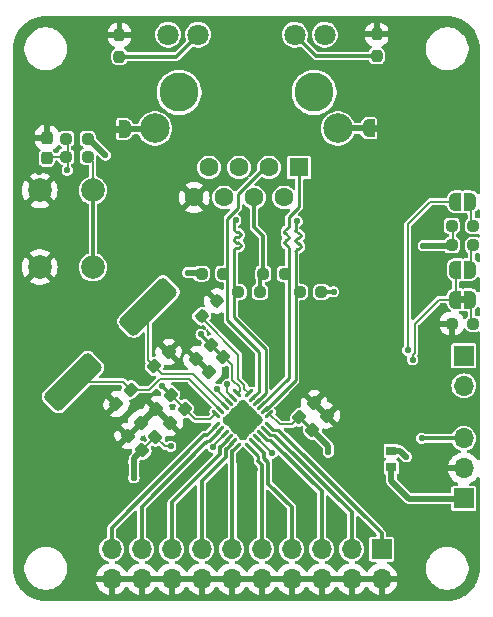
<source format=gbr>
%TF.GenerationSoftware,KiCad,Pcbnew,8.0.8+1*%
%TF.CreationDate,Date%
%TF.ProjectId,LAN8742A-breakout,4c414e38-3734-4324-912d-627265616b6f,+ (Unreleased)*%
%TF.SameCoordinates,Original*%
%TF.FileFunction,Copper,L1,Top*%
%TF.FilePolarity,Positive*%
%FSLAX46Y46*%
G04 Gerber Fmt 4.6, Leading zero omitted, Abs format (unit mm)*
G04 Created by KiCad*
%MOMM*%
%LPD*%
G01*
G04 APERTURE LIST*
G04 Aperture macros list*
%AMRoundRect*
0 Rectangle with rounded corners*
0 $1 Rounding radius*
0 $2 $3 $4 $5 $6 $7 $8 $9 X,Y pos of 4 corners*
0 Add a 4 corners polygon primitive as box body*
4,1,4,$2,$3,$4,$5,$6,$7,$8,$9,$2,$3,0*
0 Add four circle primitives for the rounded corners*
1,1,$1+$1,$2,$3*
1,1,$1+$1,$4,$5*
1,1,$1+$1,$6,$7*
1,1,$1+$1,$8,$9*
0 Add four rect primitives between the rounded corners*
20,1,$1+$1,$2,$3,$4,$5,0*
20,1,$1+$1,$4,$5,$6,$7,0*
20,1,$1+$1,$6,$7,$8,$9,0*
20,1,$1+$1,$8,$9,$2,$3,0*%
%AMRotRect*
0 Rectangle, with rotation*
0 The origin of the aperture is its center*
0 $1 length*
0 $2 width*
0 $3 Rotation angle, in degrees counterclockwise*
0 Add horizontal line*
21,1,$1,$2,0,0,$3*%
%AMFreePoly0*
4,1,19,0.500000,-0.750000,0.000000,-0.750000,0.000000,-0.744911,-0.071157,-0.744911,-0.207708,-0.704816,-0.327430,-0.627875,-0.420627,-0.520320,-0.479746,-0.390866,-0.500000,-0.250000,-0.500000,0.250000,-0.479746,0.390866,-0.420627,0.520320,-0.327430,0.627875,-0.207708,0.704816,-0.071157,0.744911,0.000000,0.744911,0.000000,0.750000,0.500000,0.750000,0.500000,-0.750000,0.500000,-0.750000,
$1*%
%AMFreePoly1*
4,1,19,0.000000,0.744911,0.071157,0.744911,0.207708,0.704816,0.327430,0.627875,0.420627,0.520320,0.479746,0.390866,0.500000,0.250000,0.500000,-0.250000,0.479746,-0.390866,0.420627,-0.520320,0.327430,-0.627875,0.207708,-0.704816,0.071157,-0.744911,0.000000,-0.744911,0.000000,-0.750000,-0.500000,-0.750000,-0.500000,0.750000,0.000000,0.750000,0.000000,0.744911,0.000000,0.744911,
$1*%
G04 Aperture macros list end*
%TA.AperFunction,EtchedComponent*%
%ADD10C,0.000000*%
%TD*%
%TA.AperFunction,SMDPad,CuDef*%
%ADD11RoundRect,0.237500X-0.008839X-0.344715X0.344715X0.008839X0.008839X0.344715X-0.344715X-0.008839X0*%
%TD*%
%TA.AperFunction,SMDPad,CuDef*%
%ADD12RoundRect,0.237500X0.380070X-0.044194X-0.044194X0.380070X-0.380070X0.044194X0.044194X-0.380070X0*%
%TD*%
%TA.AperFunction,SMDPad,CuDef*%
%ADD13FreePoly0,180.000000*%
%TD*%
%TA.AperFunction,SMDPad,CuDef*%
%ADD14FreePoly1,180.000000*%
%TD*%
%TA.AperFunction,SMDPad,CuDef*%
%ADD15FreePoly0,0.000000*%
%TD*%
%TA.AperFunction,SMDPad,CuDef*%
%ADD16FreePoly1,0.000000*%
%TD*%
%TA.AperFunction,ComponentPad*%
%ADD17R,1.700000X1.700000*%
%TD*%
%TA.AperFunction,ComponentPad*%
%ADD18O,1.700000X1.700000*%
%TD*%
%TA.AperFunction,SMDPad,CuDef*%
%ADD19RoundRect,0.237500X-0.044194X-0.380070X0.380070X0.044194X0.044194X0.380070X-0.380070X-0.044194X0*%
%TD*%
%TA.AperFunction,SMDPad,CuDef*%
%ADD20RoundRect,0.237500X-0.237500X0.250000X-0.237500X-0.250000X0.237500X-0.250000X0.237500X0.250000X0*%
%TD*%
%TA.AperFunction,SMDPad,CuDef*%
%ADD21RoundRect,0.237500X0.044194X0.380070X-0.380070X-0.044194X-0.044194X-0.380070X0.380070X0.044194X0*%
%TD*%
%TA.AperFunction,SMDPad,CuDef*%
%ADD22RoundRect,0.237500X0.250000X0.237500X-0.250000X0.237500X-0.250000X-0.237500X0.250000X-0.237500X0*%
%TD*%
%TA.AperFunction,SMDPad,CuDef*%
%ADD23RoundRect,0.500000X-1.237437X-1.944544X1.944544X1.237437X1.237437X1.944544X-1.944544X-1.237437X0*%
%TD*%
%TA.AperFunction,SMDPad,CuDef*%
%ADD24RoundRect,0.062500X-0.309359X0.220971X0.220971X-0.309359X0.309359X-0.220971X-0.220971X0.309359X0*%
%TD*%
%TA.AperFunction,SMDPad,CuDef*%
%ADD25RoundRect,0.062500X-0.309359X-0.220971X-0.220971X-0.309359X0.309359X0.220971X0.220971X0.309359X0*%
%TD*%
%TA.AperFunction,HeatsinkPad*%
%ADD26C,0.500000*%
%TD*%
%TA.AperFunction,HeatsinkPad*%
%ADD27RotRect,2.500000X2.500000X315.000000*%
%TD*%
%TA.AperFunction,ComponentPad*%
%ADD28C,2.000000*%
%TD*%
%TA.AperFunction,SMDPad,CuDef*%
%ADD29RoundRect,0.237500X-0.250000X-0.237500X0.250000X-0.237500X0.250000X0.237500X-0.250000X0.237500X0*%
%TD*%
%TA.AperFunction,SMDPad,CuDef*%
%ADD30RoundRect,0.237500X0.237500X-0.300000X0.237500X0.300000X-0.237500X0.300000X-0.237500X-0.300000X0*%
%TD*%
%TA.AperFunction,SMDPad,CuDef*%
%ADD31R,0.860000X0.800000*%
%TD*%
%TA.AperFunction,ComponentPad*%
%ADD32C,3.300000*%
%TD*%
%TA.AperFunction,ComponentPad*%
%ADD33R,1.600000X1.600000*%
%TD*%
%TA.AperFunction,ComponentPad*%
%ADD34C,1.600000*%
%TD*%
%TA.AperFunction,ComponentPad*%
%ADD35C,1.800000*%
%TD*%
%TA.AperFunction,ComponentPad*%
%ADD36C,2.500000*%
%TD*%
%TA.AperFunction,ViaPad*%
%ADD37C,0.550000*%
%TD*%
%TA.AperFunction,Conductor*%
%ADD38C,0.300000*%
%TD*%
%TA.AperFunction,Conductor*%
%ADD39C,0.200000*%
%TD*%
%TA.AperFunction,Conductor*%
%ADD40C,0.500000*%
%TD*%
%TA.AperFunction,Conductor*%
%ADD41C,0.254000*%
%TD*%
%TA.AperFunction,Conductor*%
%ADD42C,0.340000*%
%TD*%
%TA.AperFunction,Conductor*%
%ADD43C,0.250000*%
%TD*%
G04 APERTURE END LIST*
D10*
%TA.AperFunction,EtchedComponent*%
%TO.C,JP4*%
G36*
X136582366Y-56105807D02*
G01*
X136082366Y-56105807D01*
X136082366Y-55505807D01*
X136582366Y-55505807D01*
X136582366Y-56105807D01*
G37*
%TD.AperFunction*%
%TA.AperFunction,EtchedComponent*%
%TO.C,JP5*%
G36*
X158527259Y-56028129D02*
G01*
X158027259Y-56028129D01*
X158027259Y-55428129D01*
X158527259Y-55428129D01*
X158527259Y-56028129D01*
G37*
%TD.AperFunction*%
%TA.AperFunction,EtchedComponent*%
%TO.C,JP2*%
G36*
X165847181Y-70540639D02*
G01*
X165347181Y-70540639D01*
X165347181Y-69940639D01*
X165847181Y-69940639D01*
X165847181Y-70540639D01*
G37*
%TD.AperFunction*%
%TD*%
D11*
%TO.P,R1,1*%
%TO.N,Net-(U1-RBIAS)*%
X143486695Y-71661066D03*
%TO.P,R1,2*%
%TO.N,GND*%
X144777165Y-70370596D03*
%TD*%
D12*
%TO.P,C5,1*%
%TO.N,+3V3_PHYA*%
X139587861Y-81877880D03*
%TO.P,C5,2*%
%TO.N,GND*%
X138368101Y-80658120D03*
%TD*%
D13*
%TO.P,JP3,1,A*%
%TO.N,Net-(JP3-A)*%
X166247181Y-67700639D03*
D14*
%TO.P,JP3,2,B*%
%TO.N,Net-(JP2-B)*%
X164947181Y-67700639D03*
%TD*%
D15*
%TO.P,JP4,1,A*%
%TO.N,GND*%
X135682366Y-55805807D03*
D16*
%TO.P,JP4,2,B*%
%TO.N,Net-(JP4-B)*%
X136982366Y-55805807D03*
%TD*%
D17*
%TO.P,J4,1,Pin_1*%
%TO.N,/Project Architecture/LAN8742A breakout/LED1*%
X165690981Y-75000000D03*
D18*
%TO.P,J4,2,Pin_2*%
%TO.N,/Project Architecture/LAN8742A breakout/LED2*%
X165690981Y-77540000D03*
%TD*%
D19*
%TO.P,C11,1*%
%TO.N,Net-(U1-XTAL2)*%
X139485701Y-75883480D03*
%TO.P,C11,2*%
%TO.N,GND*%
X140705461Y-74663720D03*
%TD*%
D20*
%TO.P,R7,1*%
%TO.N,GND*%
X158332781Y-47792700D03*
%TO.P,R7,2*%
%TO.N,Net-(J1-Pad10)*%
X158332781Y-49617700D03*
%TD*%
D21*
%TO.P,C10,1*%
%TO.N,Net-(U1-XTAL1{slash}CLKIN)*%
X137505061Y-77864120D03*
%TO.P,C10,2*%
%TO.N,GND*%
X136285301Y-79083880D03*
%TD*%
D22*
%TO.P,R9,1*%
%TO.N,+3V3_PHYA*%
X148434004Y-69603280D03*
%TO.P,R9,2*%
%TO.N,/Project Architecture/LAN8742A breakout/RX_N*%
X146609004Y-69603280D03*
%TD*%
D21*
%TO.P,C7,1*%
%TO.N,+3V3_PHYA*%
X140881555Y-78305188D03*
%TO.P,C7,2*%
%TO.N,GND*%
X139661795Y-79524948D03*
%TD*%
D22*
%TO.P,R4,1*%
%TO.N,Net-(JP3-A)*%
X166509681Y-65647000D03*
%TO.P,R4,2*%
%TO.N,+3V3_PHYA*%
X164684681Y-65647000D03*
%TD*%
D19*
%TO.P,C4,1*%
%TO.N,+3V3_PHYA*%
X152872719Y-81285657D03*
%TO.P,C4,2*%
%TO.N,GND*%
X154092479Y-80065897D03*
%TD*%
D12*
%TO.P,C6,1*%
%TO.N,+3V3_PHYA*%
X138445441Y-83003049D03*
%TO.P,C6,2*%
%TO.N,GND*%
X137225681Y-81783289D03*
%TD*%
D23*
%TO.P,Y1,1,1*%
%TO.N,Net-(U1-XTAL1{slash}CLKIN)*%
X132621000Y-77210981D03*
%TO.P,Y1,2,2*%
%TO.N,Net-(U1-XTAL2)*%
X138984962Y-70847019D03*
%TD*%
D21*
%TO.P,C8,1*%
%TO.N,+3V3_PHYA*%
X142052964Y-79485966D03*
%TO.P,C8,2*%
%TO.N,GND*%
X140833204Y-80705726D03*
%TD*%
D13*
%TO.P,JP5,1,A*%
%TO.N,GND*%
X158927259Y-55728129D03*
D14*
%TO.P,JP5,2,B*%
%TO.N,Net-(JP5-B)*%
X157627259Y-55728129D03*
%TD*%
D24*
%TO.P,U1,1,VDD2A*%
%TO.N,+3V3_PHYA*%
X146496948Y-78181943D03*
%TO.P,U1,2,LED2/~{INTSEL}*%
%TO.N,Net-(JP2-B)*%
X146143395Y-78535497D03*
%TO.P,U1,3,LED1/REGOFF*%
%TO.N,Net-(JP1-A)*%
X145789841Y-78889050D03*
%TO.P,U1,4,XTAL2*%
%TO.N,Net-(U1-XTAL2)*%
X145436288Y-79242603D03*
%TO.P,U1,5,XTAL1/CLKIN*%
%TO.N,Net-(U1-XTAL1{slash}CLKIN)*%
X145082735Y-79596157D03*
%TO.P,U1,6,VDDCR*%
%TO.N,+3V3_PHYA*%
X144729181Y-79949710D03*
D25*
%TO.P,U1,7,RXD1/MODE1*%
%TO.N,/Project Architecture/LAN8742A breakout/RXD1*%
X144729181Y-80921982D03*
%TO.P,U1,8,RXD0/MODE0*%
%TO.N,/Project Architecture/LAN8742A breakout/RXD0*%
X145082735Y-81275535D03*
%TO.P,U1,9,VDDIO*%
%TO.N,+3V3_PHYA*%
X145436288Y-81629089D03*
%TO.P,U1,10,RXER/PHYAD0*%
%TO.N,/Project Architecture/LAN8742A breakout/RXER*%
X145789841Y-81982642D03*
%TO.P,U1,11,CRS_DV/MODE2*%
%TO.N,/Project Architecture/LAN8742A breakout/CRS_DV*%
X146143395Y-82336195D03*
%TO.P,U1,12,MDIO*%
%TO.N,/Project Architecture/LAN8742A breakout/MDIO*%
X146496948Y-82689749D03*
D24*
%TO.P,U1,13,MDC*%
%TO.N,/Project Architecture/LAN8742A breakout/MDC*%
X147469220Y-82689749D03*
%TO.P,U1,14,~{INT}/REFCLKO*%
%TO.N,/Project Architecture/LAN8742A breakout/REFCLKO*%
X147822773Y-82336195D03*
%TO.P,U1,15,~{RST}*%
%TO.N,/Project Architecture/LAN8742A breakout/nRST*%
X148176327Y-81982642D03*
%TO.P,U1,16,TXEN*%
%TO.N,/Project Architecture/LAN8742A breakout/TXEN*%
X148529880Y-81629089D03*
%TO.P,U1,17,TXD0*%
%TO.N,/Project Architecture/LAN8742A breakout/TXD0*%
X148883433Y-81275535D03*
%TO.P,U1,18,TXD1*%
%TO.N,/Project Architecture/LAN8742A breakout/TXD1*%
X149236987Y-80921982D03*
D25*
%TO.P,U1,19,VDD1A*%
%TO.N,+3V3_PHYA*%
X149236987Y-79949710D03*
%TO.P,U1,20,TXN*%
%TO.N,/Project Architecture/LAN8742A breakout/TX_N*%
X148883433Y-79596157D03*
%TO.P,U1,21,TXP*%
%TO.N,/Project Architecture/LAN8742A breakout/TX_P*%
X148529880Y-79242603D03*
%TO.P,U1,22,RXN*%
%TO.N,/Project Architecture/LAN8742A breakout/RX_N*%
X148176327Y-78889050D03*
%TO.P,U1,23,RXP*%
%TO.N,/Project Architecture/LAN8742A breakout/RX_P*%
X147822773Y-78535497D03*
%TO.P,U1,24,RBIAS*%
%TO.N,Net-(U1-RBIAS)*%
X147469220Y-78181943D03*
D26*
%TO.P,U1,25,VSS*%
%TO.N,GND*%
X146983084Y-79021632D03*
X146275977Y-79728739D03*
X145568870Y-80435846D03*
X147690191Y-79728739D03*
X146983084Y-80435846D03*
D27*
X146983084Y-80435846D03*
D26*
X146275977Y-81142953D03*
X148397298Y-80435846D03*
X147690191Y-81142953D03*
X146983084Y-81850060D03*
%TD*%
D28*
%TO.P,SW1,1,1*%
%TO.N,GND*%
X129793981Y-67500000D03*
X129793981Y-61000000D03*
%TO.P,SW1,2,2*%
%TO.N,Net-(R6-Pad1)*%
X134293981Y-67500000D03*
X134293981Y-61000000D03*
%TD*%
D19*
%TO.P,C3,1*%
%TO.N,+3V3_PHYA*%
X151779021Y-80201760D03*
%TO.P,C3,2*%
%TO.N,GND*%
X152998781Y-78982000D03*
%TD*%
D17*
%TO.P,J2,1,Pin_1*%
%TO.N,/Project Architecture/LAN8742A breakout/TXD1*%
X158739181Y-91378000D03*
D18*
%TO.P,J2,2,Pin_2*%
%TO.N,GND*%
X158739181Y-93918000D03*
%TO.P,J2,3,Pin_3*%
%TO.N,/Project Architecture/LAN8742A breakout/TXD0*%
X156199181Y-91378000D03*
%TO.P,J2,4,Pin_4*%
%TO.N,GND*%
X156199181Y-93918000D03*
%TO.P,J2,5,Pin_5*%
%TO.N,/Project Architecture/LAN8742A breakout/TXEN*%
X153659181Y-91378000D03*
%TO.P,J2,6,Pin_6*%
%TO.N,GND*%
X153659181Y-93918000D03*
%TO.P,J2,7,Pin_7*%
%TO.N,/Project Architecture/LAN8742A breakout/REFCLKO*%
X151119181Y-91378000D03*
%TO.P,J2,8,Pin_8*%
%TO.N,GND*%
X151119181Y-93918000D03*
%TO.P,J2,9,Pin_9*%
%TO.N,/Project Architecture/LAN8742A breakout/MDC*%
X148579181Y-91378000D03*
%TO.P,J2,10,Pin_10*%
%TO.N,GND*%
X148579181Y-93918000D03*
%TO.P,J2,11,Pin_11*%
%TO.N,/Project Architecture/LAN8742A breakout/MDIO*%
X146039181Y-91378000D03*
%TO.P,J2,12,Pin_12*%
%TO.N,GND*%
X146039181Y-93918000D03*
%TO.P,J2,13,Pin_13*%
%TO.N,/Project Architecture/LAN8742A breakout/CRS_DV*%
X143499181Y-91378000D03*
%TO.P,J2,14,Pin_14*%
%TO.N,GND*%
X143499181Y-93918000D03*
%TO.P,J2,15,Pin_15*%
%TO.N,/Project Architecture/LAN8742A breakout/RXER*%
X140959181Y-91378000D03*
%TO.P,J2,16,Pin_16*%
%TO.N,GND*%
X140959181Y-93918000D03*
%TO.P,J2,17,Pin_17*%
%TO.N,/Project Architecture/LAN8742A breakout/RXD0*%
X138419181Y-91378000D03*
%TO.P,J2,18,Pin_18*%
%TO.N,GND*%
X138419181Y-93918000D03*
%TO.P,J2,19,Pin_19*%
%TO.N,/Project Architecture/LAN8742A breakout/RXD1*%
X135879181Y-91378000D03*
%TO.P,J2,20,Pin_20*%
%TO.N,GND*%
X135879181Y-93918000D03*
%TD*%
D29*
%TO.P,R3,1*%
%TO.N,+3V3_PHYA*%
X164684681Y-63996000D03*
%TO.P,R3,2*%
%TO.N,Net-(JP1-B)*%
X166509681Y-63996000D03*
%TD*%
D22*
%TO.P,R6,1*%
%TO.N,Net-(R6-Pad1)*%
X133845281Y-58154000D03*
%TO.P,R6,2*%
%TO.N,/Project Architecture/LAN8742A breakout/nRST*%
X132020281Y-58154000D03*
%TD*%
%TO.P,R11,1*%
%TO.N,+3V3_PHYA*%
X153634779Y-69602366D03*
%TO.P,R11,2*%
%TO.N,/Project Architecture/LAN8742A breakout/TX_N*%
X151809779Y-69602366D03*
%TD*%
D17*
%TO.P,J3,1,Pin_1*%
%TO.N,+3.3V*%
X165690981Y-87080000D03*
D18*
%TO.P,J3,2,Pin_2*%
%TO.N,GND*%
X165690981Y-84540000D03*
%TO.P,J3,3,Pin_3*%
%TO.N,/Project Architecture/LAN8742A breakout/nRST*%
X165690981Y-82000000D03*
%TD*%
D22*
%TO.P,R2,1*%
%TO.N,Net-(JP2-A)*%
X166509681Y-72275859D03*
%TO.P,R2,2*%
%TO.N,GND*%
X164684681Y-72275859D03*
%TD*%
D13*
%TO.P,JP2,1,A*%
%TO.N,Net-(JP2-A)*%
X166247181Y-70240639D03*
D14*
%TO.P,JP2,2,B*%
%TO.N,Net-(JP2-B)*%
X164947181Y-70240639D03*
%TD*%
D20*
%TO.P,R8,1*%
%TO.N,GND*%
X136539581Y-47843500D03*
%TO.P,R8,2*%
%TO.N,Net-(J1-Pad11)*%
X136539581Y-49668500D03*
%TD*%
D30*
%TO.P,C9,1*%
%TO.N,/Project Architecture/LAN8742A breakout/nRST*%
X130392781Y-58254500D03*
%TO.P,C9,2*%
%TO.N,GND*%
X130392781Y-56529500D03*
%TD*%
D29*
%TO.P,R10,1*%
%TO.N,+3V3_PHYA*%
X143490409Y-68038229D03*
%TO.P,R10,2*%
%TO.N,/Project Architecture/LAN8742A breakout/RX_P*%
X145315409Y-68038229D03*
%TD*%
%TO.P,R5,1*%
%TO.N,/Project Architecture/LAN8742A breakout/nRST*%
X132020281Y-56630000D03*
%TO.P,R5,2*%
%TO.N,+3V3_PHYA*%
X133845281Y-56630000D03*
%TD*%
%TO.P,R12,1*%
%TO.N,+3V3_PHYA*%
X148702692Y-68066084D03*
%TO.P,R12,2*%
%TO.N,/Project Architecture/LAN8742A breakout/TX_P*%
X150527692Y-68066084D03*
%TD*%
D15*
%TO.P,JP1,1,A*%
%TO.N,Net-(JP1-A)*%
X164947181Y-61964000D03*
D16*
%TO.P,JP1,2,B*%
%TO.N,Net-(JP1-B)*%
X166247181Y-61964000D03*
%TD*%
D31*
%TO.P,FB1,1*%
%TO.N,+3.3V*%
X159551981Y-84446000D03*
%TO.P,FB1,2*%
%TO.N,+3V3_PHYA*%
X159551981Y-83046000D03*
%TD*%
D32*
%TO.P,J1,*%
%TO.N,*%
X153013981Y-52703600D03*
X141583981Y-52703600D03*
D33*
%TO.P,J1,1,TD+*%
%TO.N,/Project Architecture/LAN8742A breakout/TX_P*%
X151743981Y-59053600D03*
D34*
%TO.P,J1,2,TD-*%
%TO.N,/Project Architecture/LAN8742A breakout/TX_N*%
X150473981Y-61593600D03*
%TO.P,J1,3,RD+*%
%TO.N,/Project Architecture/LAN8742A breakout/RX_P*%
X149203981Y-59053600D03*
%TO.P,J1,4,4*%
%TO.N,+3V3_PHYA*%
X147933981Y-61593600D03*
%TO.P,J1,5,5*%
X146663981Y-59053600D03*
%TO.P,J1,6,RD-*%
%TO.N,/Project Architecture/LAN8742A breakout/RX_N*%
X145393981Y-61593600D03*
%TO.P,J1,7,NC*%
%TO.N,unconnected-(J1-NC-Pad7)*%
X144123981Y-59053600D03*
%TO.P,J1,8,CHSGND*%
%TO.N,GND*%
X142853981Y-61593600D03*
D35*
%TO.P,J1,9,9*%
%TO.N,/Project Architecture/LAN8742A breakout/LED1*%
X153923981Y-47813600D03*
%TO.P,J1,10,10*%
%TO.N,Net-(J1-Pad10)*%
X151383981Y-47813600D03*
%TO.P,J1,11,11*%
%TO.N,Net-(J1-Pad11)*%
X143203981Y-47813600D03*
%TO.P,J1,12,12*%
%TO.N,/Project Architecture/LAN8742A breakout/LED2*%
X140663981Y-47813600D03*
D36*
%TO.P,J1,SH1,SH1*%
%TO.N,Net-(JP5-B)*%
X155033981Y-55753600D03*
%TO.P,J1,SH2,SH2*%
%TO.N,Net-(JP4-B)*%
X139553981Y-55753600D03*
%TD*%
D21*
%TO.P,C1,1*%
%TO.N,+3V3_PHYA*%
X144261741Y-74053840D03*
%TO.P,C1,2*%
%TO.N,GND*%
X143041981Y-75273600D03*
%TD*%
%TO.P,C2,1*%
%TO.N,+3V3_PHYA*%
X145339747Y-75124546D03*
%TO.P,C2,2*%
%TO.N,GND*%
X144119987Y-76344306D03*
%TD*%
D37*
%TO.N,+3V3_PHYA*%
X140171968Y-77585187D03*
X135344081Y-58001600D03*
X154675181Y-69584000D03*
X154217981Y-83147600D03*
X142330781Y-67958400D03*
X137758781Y-85332000D03*
X144448982Y-82741022D03*
X143448381Y-73190800D03*
X140882981Y-82665000D03*
X162259981Y-65672400D03*
X137758781Y-84011200D03*
X160821981Y-83554000D03*
%TO.N,GND*%
X144998981Y-87378600D03*
X137378981Y-54358600D03*
X139918981Y-89918600D03*
X160238981Y-79758600D03*
X139918981Y-61978600D03*
X165318981Y-56898600D03*
X134838981Y-79758600D03*
X150078981Y-67058600D03*
X160238981Y-61978600D03*
X150078981Y-84838600D03*
X150078981Y-74678600D03*
X165318981Y-54358600D03*
X142458981Y-64518600D03*
X150078981Y-72138600D03*
X162778981Y-89918600D03*
X134838981Y-69598600D03*
X142458981Y-59438600D03*
X132298981Y-84838600D03*
X134838981Y-72138600D03*
X129758981Y-89918600D03*
X134838981Y-89918600D03*
X144998981Y-89918600D03*
X137378981Y-67058600D03*
X129758981Y-59438600D03*
X152618981Y-74678600D03*
X160238981Y-64518600D03*
X129758981Y-82298600D03*
X165318981Y-59438600D03*
X157698981Y-61978600D03*
X152618981Y-72138600D03*
X147538981Y-89918600D03*
X132298981Y-51818600D03*
X157698981Y-74678600D03*
X132298981Y-94998600D03*
X155158981Y-84838600D03*
X162778981Y-84838600D03*
X129758981Y-77218600D03*
X157698981Y-72138600D03*
X147538981Y-87378600D03*
X157698981Y-87378600D03*
X152618981Y-56898600D03*
X129758981Y-69598600D03*
X155158981Y-74678600D03*
X150078981Y-89918600D03*
X137378981Y-59438600D03*
X147538981Y-67058600D03*
X157698981Y-59438600D03*
X165318981Y-89918600D03*
X132298981Y-87378600D03*
X160238981Y-94998600D03*
X152618981Y-89918600D03*
X155158981Y-51818600D03*
X155158981Y-67058600D03*
X134838981Y-87378600D03*
X157698981Y-67058600D03*
X147538981Y-54358600D03*
X155158981Y-59438600D03*
X137378981Y-74678600D03*
X134838981Y-49278600D03*
X157698981Y-64518600D03*
X129758981Y-51818600D03*
X155158981Y-64518600D03*
X134838981Y-82298600D03*
X160238981Y-59438600D03*
X129758981Y-54358600D03*
X152618981Y-67058600D03*
X150078981Y-69598600D03*
X157698981Y-51818600D03*
X157698981Y-84838600D03*
X142458981Y-87378600D03*
X129758981Y-72138600D03*
X139918981Y-67058600D03*
X137378981Y-69598600D03*
X160238981Y-67058600D03*
X139918981Y-59438600D03*
X134838981Y-54358600D03*
X144998981Y-67058600D03*
X139918981Y-64518600D03*
X137378981Y-64518600D03*
X157698981Y-79758600D03*
X162778981Y-94998600D03*
X144998981Y-72138600D03*
X160238981Y-92458600D03*
X160238981Y-54358600D03*
X129758981Y-84838600D03*
X152618981Y-87378600D03*
X147538981Y-51818600D03*
X137378981Y-51818600D03*
X142458981Y-69598600D03*
X129758981Y-74678600D03*
X155158981Y-61978600D03*
X142458981Y-89918600D03*
X144998981Y-54358600D03*
X134838981Y-51818600D03*
X165318981Y-79758600D03*
X157698981Y-54358600D03*
X160238981Y-72138600D03*
X144998981Y-51818600D03*
X129758981Y-87378600D03*
X137378981Y-61978600D03*
X155158981Y-72138600D03*
X132298981Y-89918600D03*
X155158981Y-89918600D03*
X132298981Y-54358600D03*
X160238981Y-56898600D03*
X152618981Y-61978600D03*
X160238981Y-89918600D03*
X165318981Y-51818600D03*
X129758981Y-79758600D03*
X137378981Y-89918600D03*
X144998981Y-64518600D03*
X129758981Y-64518600D03*
%TO.N,/Project Architecture/LAN8742A breakout/nRST*%
X162128981Y-81979200D03*
X149466454Y-83225527D03*
X132119981Y-59297000D03*
%TO.N,/Project Architecture/LAN8742A breakout/RX_N*%
X146388660Y-63532679D03*
%TO.N,/Project Architecture/LAN8742A breakout/TX_N*%
X151594981Y-63615000D03*
%TO.N,Net-(JP1-A)*%
X144832920Y-77826061D03*
X160948981Y-74537000D03*
%TO.N,Net-(JP2-B)*%
X161355568Y-75324587D03*
X145671068Y-77420087D03*
%TD*%
D38*
%TO.N,+3V3_PHYA*%
X140171968Y-77585187D02*
X140171968Y-77595601D01*
D39*
X144448982Y-82616395D02*
X145436288Y-81629089D01*
X139587861Y-81877880D02*
X140374981Y-82665000D01*
X149236987Y-79949710D02*
X150098077Y-80810800D01*
X146724981Y-77660827D02*
X146724981Y-77953910D01*
X142052964Y-79485966D02*
X142945998Y-80379000D01*
X164750481Y-63996000D02*
X164750481Y-65647000D01*
D38*
X148702692Y-68066084D02*
X148702692Y-64889108D01*
D39*
X140881555Y-78305188D02*
X140881555Y-78314557D01*
D38*
X152862918Y-81285657D02*
X151779021Y-80201760D01*
D40*
X162259981Y-65672400D02*
X164725081Y-65672400D01*
D38*
X153653145Y-69584000D02*
X153634779Y-69602366D01*
D39*
X146089981Y-77025827D02*
X146724981Y-77660827D01*
D38*
X143448381Y-73190800D02*
X143448381Y-73233180D01*
D39*
X151169981Y-80810800D02*
X151779021Y-80201760D01*
D40*
X142330781Y-67958400D02*
X143410580Y-67958400D01*
D39*
X140374981Y-82665000D02*
X140882981Y-82665000D01*
X142945998Y-80379000D02*
X144184981Y-80379000D01*
D38*
X148434004Y-68334772D02*
X148702692Y-68066084D01*
D39*
X144448982Y-82741022D02*
X144448982Y-82616395D01*
X138445441Y-83003049D02*
X138462692Y-83003049D01*
D40*
X160313981Y-83046000D02*
X160821981Y-83554000D01*
D39*
X144184981Y-80379000D02*
X144614271Y-79949710D01*
D40*
X135344081Y-58001600D02*
X133972481Y-56630000D01*
D38*
X148702692Y-64889108D02*
X147933981Y-64120397D01*
X147933981Y-64120397D02*
X147933981Y-61593600D01*
D40*
X137758781Y-84011200D02*
X137758781Y-83689709D01*
X154217981Y-83147600D02*
X154217981Y-82630919D01*
X137758781Y-83689709D02*
X138445441Y-83003049D01*
X137758781Y-85332000D02*
X137758781Y-84011200D01*
D39*
X144614271Y-79949710D02*
X144729181Y-79949710D01*
D40*
X154217981Y-82630919D02*
X152872719Y-81285657D01*
D38*
X152872719Y-81285657D02*
X152862918Y-81285657D01*
X143448381Y-73233180D02*
X145339747Y-75124546D01*
D40*
X164725081Y-65672400D02*
X164750481Y-65647000D01*
D38*
X148434004Y-69603280D02*
X148434004Y-68334772D01*
X140171968Y-77595601D02*
X140881555Y-78305188D01*
D39*
X146724981Y-77953910D02*
X146496948Y-78181943D01*
X145498879Y-75199853D02*
X146089981Y-75790955D01*
X146089981Y-75790955D02*
X146089981Y-77025827D01*
D38*
X154675181Y-69584000D02*
X153653145Y-69584000D01*
D40*
X143410580Y-67958400D02*
X143490409Y-68038229D01*
D39*
X138462692Y-83003049D02*
X139587861Y-81877880D01*
X150098077Y-80810800D02*
X151169981Y-80810800D01*
X140881555Y-78314557D02*
X142052964Y-79485966D01*
D40*
X159551981Y-83046000D02*
X160313981Y-83046000D01*
D39*
%TO.N,/Project Architecture/LAN8742A breakout/nRST*%
X149466454Y-83225527D02*
X148223569Y-81982642D01*
X148223569Y-81982642D02*
X148176327Y-81982642D01*
X132147481Y-58154000D02*
X132147481Y-59269500D01*
D38*
X162149781Y-82000000D02*
X162128981Y-81979200D01*
D39*
X132147481Y-59269500D02*
X132119981Y-59297000D01*
X130620481Y-58154000D02*
X130519981Y-58254500D01*
X132147481Y-58154000D02*
X130620481Y-58154000D01*
X132147481Y-58154000D02*
X132147481Y-56630000D01*
D38*
X165690981Y-82000000D02*
X162149781Y-82000000D01*
D39*
%TO.N,Net-(U1-XTAL1{slash}CLKIN)*%
X137505061Y-77864120D02*
X139079861Y-77864120D01*
X136851922Y-77210981D02*
X137505061Y-77864120D01*
X142430178Y-76943600D02*
X145082735Y-79596157D01*
X139079861Y-77864120D02*
X140000381Y-76943600D01*
X132621000Y-77210981D02*
X136851922Y-77210981D01*
X140000381Y-76943600D02*
X142430178Y-76943600D01*
%TO.N,Net-(U1-XTAL2)*%
X143600885Y-77407200D02*
X145436288Y-79242603D01*
X140145821Y-76543600D02*
X142737181Y-76543600D01*
X139485701Y-75883480D02*
X140145821Y-76543600D01*
X138984962Y-70847019D02*
X138984962Y-75382741D01*
X142737181Y-76543600D02*
X143600781Y-77407200D01*
X143600781Y-77407200D02*
X143600885Y-77407200D01*
X138984962Y-75382741D02*
X139485701Y-75883480D01*
D40*
%TO.N,Net-(JP5-B)*%
X155033981Y-55753600D02*
X157601788Y-55753600D01*
X157601788Y-55753600D02*
X157627259Y-55728129D01*
D41*
%TO.N,/Project Architecture/LAN8742A breakout/RX_N*%
X146628381Y-65887741D02*
X146421581Y-65887741D01*
X146239981Y-66160141D02*
X146239981Y-71755262D01*
X146239981Y-63681358D02*
X146239981Y-64344141D01*
X146421581Y-65433741D02*
X146628381Y-65433741D01*
X148906981Y-78158396D02*
X148176327Y-78889050D01*
X146628381Y-64979741D02*
X146421581Y-64979741D01*
X146239981Y-66069341D02*
X146239981Y-66160141D01*
X146809981Y-64707341D02*
X146809981Y-64798141D01*
X146239981Y-71755262D02*
X148906981Y-74422262D01*
X148906981Y-74422262D02*
X148906981Y-78158396D01*
X146809981Y-65615341D02*
X146809981Y-65706141D01*
X146388660Y-63532679D02*
X146239981Y-63681358D01*
X146239981Y-65161341D02*
X146239981Y-65252141D01*
X146421581Y-64525741D02*
X146628381Y-64525741D01*
X146239981Y-65252141D02*
G75*
G03*
X146421581Y-65433719I181619J41D01*
G01*
X146809981Y-64798141D02*
G75*
G02*
X146628381Y-64979681I-181581J41D01*
G01*
X146628381Y-65433741D02*
G75*
G02*
X146809959Y-65615341I19J-181559D01*
G01*
X146809981Y-65706141D02*
G75*
G02*
X146628381Y-65887681I-181581J41D01*
G01*
X146628381Y-64525741D02*
G75*
G02*
X146809959Y-64707341I19J-181559D01*
G01*
X146421581Y-65887741D02*
G75*
G03*
X146240041Y-66069341I19J-181559D01*
G01*
X146421581Y-64979741D02*
G75*
G03*
X146240041Y-65161341I19J-181559D01*
G01*
X146239981Y-64344141D02*
G75*
G03*
X146421581Y-64525719I181619J41D01*
G01*
%TO.N,/Project Architecture/LAN8742A breakout/TX_P*%
X150694580Y-65666600D02*
X150711380Y-65666600D01*
X150512980Y-64486200D02*
X150512980Y-64577000D01*
X150892981Y-67044000D02*
X150892981Y-76841318D01*
X150892980Y-65939000D02*
X150892980Y-67043999D01*
X150694580Y-64758600D02*
X150711380Y-64758600D01*
X151743981Y-59053600D02*
X151743981Y-62406000D01*
X150892980Y-64940200D02*
X150892980Y-65031000D01*
X151743981Y-62406000D02*
X150892980Y-63257001D01*
X150711380Y-64304600D02*
X150694580Y-64304600D01*
X150892980Y-65848200D02*
X150892980Y-65939000D01*
X150512980Y-65394200D02*
X150512980Y-65485000D01*
X150892981Y-76841318D02*
X148529880Y-79204419D01*
X150711380Y-65212600D02*
X150694580Y-65212600D01*
X150892980Y-63257001D02*
X150892980Y-64123000D01*
X148529880Y-79204419D02*
X148529880Y-79242603D01*
X150892980Y-67043999D02*
X150892981Y-67044000D01*
X150892980Y-65031000D02*
G75*
G02*
X150711380Y-65212580I-181580J0D01*
G01*
X150892980Y-64123000D02*
G75*
G02*
X150711380Y-64304580I-181580J0D01*
G01*
X150512980Y-64577000D02*
G75*
G03*
X150694580Y-64758620I181620J0D01*
G01*
X150711380Y-64758600D02*
G75*
G02*
X150893000Y-64940200I20J-181600D01*
G01*
X150512980Y-65485000D02*
G75*
G03*
X150694580Y-65666620I181620J0D01*
G01*
X150694580Y-65212600D02*
G75*
G03*
X150513000Y-65394200I20J-181600D01*
G01*
X150694580Y-64304600D02*
G75*
G03*
X150513000Y-64486200I20J-181600D01*
G01*
X150711380Y-65666600D02*
G75*
G02*
X150893000Y-65848200I20J-181600D01*
G01*
D40*
%TO.N,Net-(JP4-B)*%
X136982366Y-55805807D02*
X139501774Y-55805807D01*
X139501774Y-55805807D02*
X139553981Y-55753600D01*
D38*
%TO.N,Net-(J1-Pad10)*%
X158332781Y-49617700D02*
X153188081Y-49617700D01*
X153188081Y-49617700D02*
X151383981Y-47813600D01*
%TO.N,Net-(J1-Pad11)*%
X143203981Y-47813600D02*
X141349081Y-49668500D01*
X141349081Y-49668500D02*
X136539581Y-49668500D01*
D41*
%TO.N,/Project Architecture/LAN8742A breakout/TX_N*%
X151446982Y-66141819D02*
X151446982Y-66232619D01*
X151735382Y-65960219D02*
X151628582Y-65960219D01*
X151628582Y-64598219D02*
X151735382Y-64598219D01*
X151446982Y-67043999D02*
X151446981Y-67044000D01*
X151446982Y-63762999D02*
X151446982Y-64416619D01*
X151735382Y-65052219D02*
X151628582Y-65052219D01*
X151594981Y-63615000D02*
X151446982Y-63762999D01*
X151446982Y-65233819D02*
X151446982Y-65324619D01*
X151446982Y-66232619D02*
X151446982Y-67043999D01*
X151446981Y-67044000D02*
X151446981Y-77070794D01*
X151628582Y-65506219D02*
X151735382Y-65506219D01*
X151446981Y-77070794D02*
X148921618Y-79596157D01*
X151916982Y-64779819D02*
X151916982Y-64870619D01*
X151916982Y-65687819D02*
X151916982Y-65778619D01*
X148921618Y-79596157D02*
X148883433Y-79596157D01*
X151916982Y-65778619D02*
G75*
G02*
X151735382Y-65960182I-181582J19D01*
G01*
X151628582Y-65052219D02*
G75*
G03*
X151447019Y-65233819I18J-181581D01*
G01*
X151446982Y-64416619D02*
G75*
G03*
X151628582Y-64598218I181618J19D01*
G01*
X151916982Y-64870619D02*
G75*
G02*
X151735382Y-65052182I-181582J19D01*
G01*
X151628582Y-65960219D02*
G75*
G03*
X151447019Y-66141819I18J-181581D01*
G01*
X151735382Y-65506219D02*
G75*
G02*
X151916981Y-65687819I18J-181581D01*
G01*
X151735382Y-64598219D02*
G75*
G02*
X151916981Y-64779819I18J-181581D01*
G01*
X151446982Y-65324619D02*
G75*
G03*
X151628582Y-65506218I181618J19D01*
G01*
%TO.N,/Project Architecture/LAN8742A breakout/RX_P*%
X148880162Y-59053600D02*
X149203981Y-59053600D01*
X148352981Y-74651738D02*
X145685981Y-71984738D01*
X145685981Y-71984738D02*
X145685981Y-63384000D01*
X146597981Y-61335781D02*
X148880162Y-59053600D01*
X147822773Y-78535497D02*
X148352981Y-78005289D01*
X148352981Y-78005289D02*
X148352981Y-74651738D01*
X145685981Y-63384000D02*
X146597981Y-62472000D01*
X146597981Y-62472000D02*
X146597981Y-61335781D01*
D42*
%TO.N,/Project Architecture/LAN8742A breakout/REFCLKO*%
X149119181Y-85821200D02*
X151119181Y-87821200D01*
D43*
X148498884Y-83012306D02*
X147822773Y-82336195D01*
D42*
X148743981Y-83694608D02*
X149119181Y-84069808D01*
X148743981Y-83229046D02*
X148743981Y-83694608D01*
X151119181Y-87821200D02*
X151119181Y-91378000D01*
D43*
X148527241Y-83012306D02*
X148498884Y-83012306D01*
D42*
X148527241Y-83012306D02*
X148743981Y-83229046D01*
X149119181Y-84069808D02*
X149119181Y-85821200D01*
D40*
%TO.N,+3.3V*%
X159551981Y-84446000D02*
X159551981Y-85586000D01*
X159551981Y-85586000D02*
X161075981Y-87110000D01*
X161075981Y-87110000D02*
X165660981Y-87110000D01*
X165660981Y-87110000D02*
X165690981Y-87080000D01*
D39*
%TO.N,Net-(JP1-A)*%
X160948981Y-63869000D02*
X162853981Y-61964000D01*
X162853981Y-61964000D02*
X165012981Y-61964000D01*
X144832920Y-77826061D02*
X144832920Y-77932129D01*
X160948981Y-74537000D02*
X160948981Y-63869000D01*
X144832920Y-77932129D02*
X145789841Y-78889050D01*
%TO.N,Net-(JP1-B)*%
X166312981Y-61964000D02*
X166312981Y-63733500D01*
X166312981Y-63733500D02*
X166575481Y-63996000D01*
%TO.N,Net-(JP2-B)*%
X163568942Y-70240639D02*
X165012981Y-70240639D01*
X145671068Y-78063170D02*
X146143395Y-78535497D01*
X161355568Y-75324587D02*
X161355568Y-74943586D01*
X165012981Y-67700639D02*
X165012981Y-70240639D01*
X161355568Y-74943586D02*
X161523981Y-74775173D01*
X161523981Y-72285600D02*
X163568942Y-70240639D01*
X145671068Y-77420087D02*
X145671068Y-78063170D01*
X161523981Y-74775173D02*
X161523981Y-72285600D01*
%TO.N,Net-(JP2-A)*%
X166312981Y-72013359D02*
X166575481Y-72275859D01*
X166312981Y-70240639D02*
X166312981Y-72013359D01*
%TO.N,Net-(JP3-A)*%
X166312981Y-65909500D02*
X166575481Y-65647000D01*
X166312981Y-67700639D02*
X166312981Y-65909500D01*
%TO.N,Net-(U1-RBIAS)*%
X143605707Y-71925726D02*
X146597981Y-74918000D01*
X146597981Y-74918000D02*
X146597981Y-76950000D01*
X146597981Y-76950000D02*
X147124981Y-77477000D01*
X147124981Y-77477000D02*
X147124981Y-77837704D01*
X143250181Y-71925726D02*
X143605707Y-71925726D01*
X147124981Y-77837704D02*
X147469220Y-78181943D01*
%TO.N,Net-(R6-Pad1)*%
X134293981Y-61000000D02*
X134293981Y-58602700D01*
D38*
X134293981Y-67500000D02*
X134293981Y-61000000D01*
D39*
X134293981Y-58602700D02*
X133845281Y-58154000D01*
D43*
%TO.N,/Project Architecture/LAN8742A breakout/TXD0*%
X148883433Y-81275535D02*
X149314898Y-81707000D01*
D42*
X156199181Y-91378000D02*
X156199181Y-88265891D01*
D43*
X149640290Y-81707000D02*
X150058635Y-82125345D01*
X149314898Y-81707000D02*
X149640290Y-81707000D01*
D42*
X156199181Y-88265891D02*
X150058635Y-82125345D01*
%TO.N,/Project Architecture/LAN8742A breakout/MDC*%
X148579181Y-91378000D02*
X148579181Y-84824000D01*
D38*
X148579181Y-84265200D02*
X148579181Y-84824000D01*
X148248981Y-83935000D02*
X148579181Y-84265200D01*
D43*
X148248981Y-83935000D02*
X148248981Y-83469510D01*
X148248981Y-83469510D02*
X147469220Y-82689749D01*
D38*
%TO.N,/Project Architecture/LAN8742A breakout/CRS_DV*%
X145455819Y-83681838D02*
X145593981Y-83543676D01*
D43*
X145593981Y-82885609D02*
X146143395Y-82336195D01*
D38*
X145593981Y-83543676D02*
X145593981Y-82885609D01*
D42*
X143499181Y-85638476D02*
X145455819Y-83681838D01*
X143499181Y-91378000D02*
X143499181Y-85638476D01*
D43*
%TO.N,/Project Architecture/LAN8742A breakout/MDIO*%
X146496948Y-82689749D02*
X146093981Y-83092716D01*
D38*
X146093981Y-83092716D02*
X146093981Y-84058000D01*
D42*
X146039181Y-91378000D02*
X146093981Y-91323200D01*
X146093981Y-91323200D02*
X146093981Y-84167600D01*
%TO.N,/Project Architecture/LAN8742A breakout/RXD1*%
X143901140Y-81746159D02*
X143706822Y-81746159D01*
D43*
X143901140Y-81746159D02*
X144725317Y-80921982D01*
D42*
X143706822Y-81746159D02*
X135879181Y-89573800D01*
D43*
X144725317Y-80921982D02*
X144729181Y-80921982D01*
D42*
X135879181Y-89573800D02*
X135879181Y-91378000D01*
%TO.N,/Project Architecture/LAN8742A breakout/RXD0*%
X138419181Y-87797476D02*
X138419181Y-91378000D01*
D43*
X143975498Y-82241159D02*
X144117111Y-82241159D01*
D42*
X143804819Y-82411838D02*
X138419181Y-87797476D01*
D43*
X143804819Y-82411838D02*
X143975498Y-82241159D01*
X144117111Y-82241159D02*
X145082735Y-81275535D01*
D42*
%TO.N,/Project Architecture/LAN8742A breakout/TXD1*%
X158739181Y-91378000D02*
X158739181Y-90042215D01*
D43*
X149953966Y-81257000D02*
X150567473Y-81870507D01*
X149236987Y-80921982D02*
X149572005Y-81257000D01*
D42*
X158739181Y-90042215D02*
X150567473Y-81870507D01*
D43*
X149572005Y-81257000D02*
X149953966Y-81257000D01*
D42*
%TO.N,/Project Architecture/LAN8742A breakout/TXEN*%
X153659181Y-91378000D02*
X153659181Y-86489567D01*
D43*
X148529880Y-81629089D02*
X149057791Y-82157000D01*
X149057791Y-82157000D02*
X149326614Y-82157000D01*
D42*
X153659181Y-86489567D02*
X149684211Y-82514597D01*
D43*
X149326614Y-82157000D02*
X149684211Y-82514597D01*
D42*
%TO.N,/Project Architecture/LAN8742A breakout/RXER*%
X140959181Y-91378000D02*
X140959181Y-87414800D01*
X140959181Y-87414800D02*
X145073981Y-83300000D01*
D38*
X145073981Y-83300000D02*
X145073981Y-82698502D01*
D43*
X145073981Y-82698502D02*
X145789841Y-81982642D01*
%TD*%
%TA.AperFunction,Conductor*%
%TO.N,GND*%
G36*
X137953256Y-93725007D02*
G01*
X137919181Y-93852174D01*
X137919181Y-93983826D01*
X137953256Y-94110993D01*
X137986169Y-94168000D01*
X136312193Y-94168000D01*
X136345106Y-94110993D01*
X136379181Y-93983826D01*
X136379181Y-93852174D01*
X136345106Y-93725007D01*
X136312193Y-93668000D01*
X137986169Y-93668000D01*
X137953256Y-93725007D01*
G37*
%TD.AperFunction*%
%TA.AperFunction,Conductor*%
G36*
X140493256Y-93725007D02*
G01*
X140459181Y-93852174D01*
X140459181Y-93983826D01*
X140493256Y-94110993D01*
X140526169Y-94168000D01*
X138852193Y-94168000D01*
X138885106Y-94110993D01*
X138919181Y-93983826D01*
X138919181Y-93852174D01*
X138885106Y-93725007D01*
X138852193Y-93668000D01*
X140526169Y-93668000D01*
X140493256Y-93725007D01*
G37*
%TD.AperFunction*%
%TA.AperFunction,Conductor*%
G36*
X143033256Y-93725007D02*
G01*
X142999181Y-93852174D01*
X142999181Y-93983826D01*
X143033256Y-94110993D01*
X143066169Y-94168000D01*
X141392193Y-94168000D01*
X141425106Y-94110993D01*
X141459181Y-93983826D01*
X141459181Y-93852174D01*
X141425106Y-93725007D01*
X141392193Y-93668000D01*
X143066169Y-93668000D01*
X143033256Y-93725007D01*
G37*
%TD.AperFunction*%
%TA.AperFunction,Conductor*%
G36*
X145573256Y-93725007D02*
G01*
X145539181Y-93852174D01*
X145539181Y-93983826D01*
X145573256Y-94110993D01*
X145606169Y-94168000D01*
X143932193Y-94168000D01*
X143965106Y-94110993D01*
X143999181Y-93983826D01*
X143999181Y-93852174D01*
X143965106Y-93725007D01*
X143932193Y-93668000D01*
X145606169Y-93668000D01*
X145573256Y-93725007D01*
G37*
%TD.AperFunction*%
%TA.AperFunction,Conductor*%
G36*
X148113256Y-93725007D02*
G01*
X148079181Y-93852174D01*
X148079181Y-93983826D01*
X148113256Y-94110993D01*
X148146169Y-94168000D01*
X146472193Y-94168000D01*
X146505106Y-94110993D01*
X146539181Y-93983826D01*
X146539181Y-93852174D01*
X146505106Y-93725007D01*
X146472193Y-93668000D01*
X148146169Y-93668000D01*
X148113256Y-93725007D01*
G37*
%TD.AperFunction*%
%TA.AperFunction,Conductor*%
G36*
X150653256Y-93725007D02*
G01*
X150619181Y-93852174D01*
X150619181Y-93983826D01*
X150653256Y-94110993D01*
X150686169Y-94168000D01*
X149012193Y-94168000D01*
X149045106Y-94110993D01*
X149079181Y-93983826D01*
X149079181Y-93852174D01*
X149045106Y-93725007D01*
X149012193Y-93668000D01*
X150686169Y-93668000D01*
X150653256Y-93725007D01*
G37*
%TD.AperFunction*%
%TA.AperFunction,Conductor*%
G36*
X153193256Y-93725007D02*
G01*
X153159181Y-93852174D01*
X153159181Y-93983826D01*
X153193256Y-94110993D01*
X153226169Y-94168000D01*
X151552193Y-94168000D01*
X151585106Y-94110993D01*
X151619181Y-93983826D01*
X151619181Y-93852174D01*
X151585106Y-93725007D01*
X151552193Y-93668000D01*
X153226169Y-93668000D01*
X153193256Y-93725007D01*
G37*
%TD.AperFunction*%
%TA.AperFunction,Conductor*%
G36*
X155733256Y-93725007D02*
G01*
X155699181Y-93852174D01*
X155699181Y-93983826D01*
X155733256Y-94110993D01*
X155766169Y-94168000D01*
X154092193Y-94168000D01*
X154125106Y-94110993D01*
X154159181Y-93983826D01*
X154159181Y-93852174D01*
X154125106Y-93725007D01*
X154092193Y-93668000D01*
X155766169Y-93668000D01*
X155733256Y-93725007D01*
G37*
%TD.AperFunction*%
%TA.AperFunction,Conductor*%
G36*
X158273256Y-93725007D02*
G01*
X158239181Y-93852174D01*
X158239181Y-93983826D01*
X158273256Y-94110993D01*
X158306169Y-94168000D01*
X156632193Y-94168000D01*
X156665106Y-94110993D01*
X156699181Y-93983826D01*
X156699181Y-93852174D01*
X156665106Y-93725007D01*
X156632193Y-93668000D01*
X158306169Y-93668000D01*
X158273256Y-93725007D01*
G37*
%TD.AperFunction*%
%TA.AperFunction,Conductor*%
G36*
X137968015Y-88111447D02*
G01*
X138023948Y-88153319D01*
X138048365Y-88218783D01*
X138048681Y-88227629D01*
X138048681Y-90310564D01*
X138028996Y-90377603D01*
X137983135Y-90419921D01*
X137832731Y-90500315D01*
X137832729Y-90500316D01*
X137832728Y-90500317D01*
X137672770Y-90631589D01*
X137541498Y-90791547D01*
X137443950Y-90974043D01*
X137383880Y-91172067D01*
X137363598Y-91378000D01*
X137383880Y-91583932D01*
X137383881Y-91583934D01*
X137443949Y-91781954D01*
X137541496Y-91964450D01*
X137541498Y-91964452D01*
X137672770Y-92124410D01*
X137767246Y-92201943D01*
X137832731Y-92255685D01*
X138015227Y-92353232D01*
X138081732Y-92373405D01*
X138140170Y-92411702D01*
X138168627Y-92475514D01*
X138158068Y-92544581D01*
X138111844Y-92596975D01*
X138077831Y-92611841D01*
X137955695Y-92644567D01*
X137955688Y-92644570D01*
X137741603Y-92744399D01*
X137741601Y-92744400D01*
X137548107Y-92879886D01*
X137548101Y-92879891D01*
X137381072Y-93046920D01*
X137381071Y-93046922D01*
X137250756Y-93233031D01*
X137196179Y-93276655D01*
X137126680Y-93283848D01*
X137064326Y-93252326D01*
X137047606Y-93233031D01*
X136917290Y-93046922D01*
X136917289Y-93046920D01*
X136750263Y-92879894D01*
X136556759Y-92744399D01*
X136342673Y-92644570D01*
X136342667Y-92644567D01*
X136220530Y-92611841D01*
X136160870Y-92575476D01*
X136130341Y-92512629D01*
X136138636Y-92443253D01*
X136183121Y-92389375D01*
X136216625Y-92373407D01*
X136283135Y-92353232D01*
X136465631Y-92255685D01*
X136625591Y-92124410D01*
X136756866Y-91964450D01*
X136854413Y-91781954D01*
X136914481Y-91583934D01*
X136934764Y-91378000D01*
X136914481Y-91172066D01*
X136854413Y-90974046D01*
X136756866Y-90791550D01*
X136704883Y-90728209D01*
X136625591Y-90631589D01*
X136475302Y-90508252D01*
X136465631Y-90500315D01*
X136315226Y-90419921D01*
X136265383Y-90370959D01*
X136249681Y-90310564D01*
X136249681Y-89778629D01*
X136269366Y-89711590D01*
X136286000Y-89690948D01*
X137837000Y-88139948D01*
X137898323Y-88106463D01*
X137968015Y-88111447D01*
G37*
%TD.AperFunction*%
%TA.AperFunction,Conductor*%
G36*
X143953971Y-82889164D02*
G01*
X144009904Y-82931036D01*
X144023427Y-82953828D01*
X144044852Y-83000740D01*
X144044853Y-83000741D01*
X144044854Y-83000743D01*
X144134391Y-83104075D01*
X144134395Y-83104079D01*
X144181933Y-83134629D01*
X144249119Y-83177806D01*
X144249423Y-83178001D01*
X144375568Y-83215040D01*
X144434346Y-83252814D01*
X144463372Y-83316369D01*
X144453429Y-83385528D01*
X144428315Y-83421698D01*
X140662709Y-87187304D01*
X140662705Y-87187310D01*
X140638318Y-87229548D01*
X140638319Y-87229549D01*
X140613930Y-87271791D01*
X140613930Y-87271792D01*
X140588681Y-87366023D01*
X140588681Y-90310564D01*
X140568996Y-90377603D01*
X140523135Y-90419921D01*
X140372731Y-90500315D01*
X140372729Y-90500316D01*
X140372728Y-90500317D01*
X140212770Y-90631589D01*
X140081498Y-90791547D01*
X139983950Y-90974043D01*
X139923880Y-91172067D01*
X139903598Y-91378000D01*
X139923880Y-91583932D01*
X139923881Y-91583934D01*
X139983949Y-91781954D01*
X140081496Y-91964450D01*
X140081498Y-91964452D01*
X140212770Y-92124410D01*
X140307246Y-92201943D01*
X140372731Y-92255685D01*
X140555227Y-92353232D01*
X140621732Y-92373405D01*
X140680170Y-92411702D01*
X140708627Y-92475514D01*
X140698068Y-92544581D01*
X140651844Y-92596975D01*
X140617831Y-92611841D01*
X140495695Y-92644567D01*
X140495688Y-92644570D01*
X140281603Y-92744399D01*
X140281601Y-92744400D01*
X140088107Y-92879886D01*
X140088101Y-92879891D01*
X139921072Y-93046920D01*
X139921071Y-93046922D01*
X139790756Y-93233031D01*
X139736179Y-93276655D01*
X139666680Y-93283848D01*
X139604326Y-93252326D01*
X139587606Y-93233031D01*
X139457290Y-93046922D01*
X139457289Y-93046920D01*
X139290263Y-92879894D01*
X139096759Y-92744399D01*
X138882673Y-92644570D01*
X138882667Y-92644567D01*
X138760530Y-92611841D01*
X138700870Y-92575476D01*
X138670341Y-92512629D01*
X138678636Y-92443253D01*
X138723121Y-92389375D01*
X138756625Y-92373407D01*
X138823135Y-92353232D01*
X139005631Y-92255685D01*
X139165591Y-92124410D01*
X139296866Y-91964450D01*
X139394413Y-91781954D01*
X139454481Y-91583934D01*
X139474764Y-91378000D01*
X139454481Y-91172066D01*
X139394413Y-90974046D01*
X139296866Y-90791550D01*
X139244883Y-90728209D01*
X139165591Y-90631589D01*
X139015302Y-90508252D01*
X139005631Y-90500315D01*
X138855226Y-90419921D01*
X138805383Y-90370959D01*
X138789681Y-90310564D01*
X138789681Y-88002303D01*
X138809366Y-87935264D01*
X138825995Y-87914627D01*
X143822958Y-82917663D01*
X143884279Y-82884180D01*
X143953971Y-82889164D01*
G37*
%TD.AperFunction*%
%TA.AperFunction,Conductor*%
G36*
X143048015Y-85952446D02*
G01*
X143103948Y-85994318D01*
X143128365Y-86059782D01*
X143128681Y-86068628D01*
X143128681Y-90310564D01*
X143108996Y-90377603D01*
X143063135Y-90419921D01*
X142912731Y-90500315D01*
X142912729Y-90500316D01*
X142912728Y-90500317D01*
X142752770Y-90631589D01*
X142621498Y-90791547D01*
X142523950Y-90974043D01*
X142463880Y-91172067D01*
X142443598Y-91378000D01*
X142463880Y-91583932D01*
X142463881Y-91583934D01*
X142523949Y-91781954D01*
X142621496Y-91964450D01*
X142621498Y-91964452D01*
X142752770Y-92124410D01*
X142847246Y-92201943D01*
X142912731Y-92255685D01*
X143095227Y-92353232D01*
X143161732Y-92373405D01*
X143220170Y-92411702D01*
X143248627Y-92475514D01*
X143238068Y-92544581D01*
X143191844Y-92596975D01*
X143157831Y-92611841D01*
X143035695Y-92644567D01*
X143035688Y-92644570D01*
X142821603Y-92744399D01*
X142821601Y-92744400D01*
X142628107Y-92879886D01*
X142628101Y-92879891D01*
X142461072Y-93046920D01*
X142461071Y-93046922D01*
X142330756Y-93233031D01*
X142276179Y-93276655D01*
X142206680Y-93283848D01*
X142144326Y-93252326D01*
X142127606Y-93233031D01*
X141997290Y-93046922D01*
X141997289Y-93046920D01*
X141830263Y-92879894D01*
X141636759Y-92744399D01*
X141422673Y-92644570D01*
X141422667Y-92644567D01*
X141300530Y-92611841D01*
X141240870Y-92575476D01*
X141210341Y-92512629D01*
X141218636Y-92443253D01*
X141263121Y-92389375D01*
X141296625Y-92373407D01*
X141363135Y-92353232D01*
X141545631Y-92255685D01*
X141705591Y-92124410D01*
X141836866Y-91964450D01*
X141934413Y-91781954D01*
X141994481Y-91583934D01*
X142014764Y-91378000D01*
X141994481Y-91172066D01*
X141934413Y-90974046D01*
X141836866Y-90791550D01*
X141784883Y-90728209D01*
X141705591Y-90631589D01*
X141555302Y-90508252D01*
X141545631Y-90500315D01*
X141395226Y-90419921D01*
X141345383Y-90370959D01*
X141329681Y-90310564D01*
X141329681Y-87619628D01*
X141349366Y-87552589D01*
X141366000Y-87531947D01*
X142917000Y-85980947D01*
X142978323Y-85947462D01*
X143048015Y-85952446D01*
G37*
%TD.AperFunction*%
%TA.AperFunction,Conductor*%
G36*
X145642815Y-84121323D02*
G01*
X145698748Y-84163195D01*
X145723165Y-84228659D01*
X145723481Y-84237505D01*
X145723481Y-90284031D01*
X145703796Y-90351070D01*
X145650992Y-90396825D01*
X145635493Y-90402686D01*
X145635232Y-90402765D01*
X145613882Y-90414177D01*
X145452731Y-90500315D01*
X145452729Y-90500316D01*
X145452728Y-90500317D01*
X145292770Y-90631589D01*
X145161498Y-90791547D01*
X145063950Y-90974043D01*
X145003880Y-91172067D01*
X144983598Y-91378000D01*
X145003880Y-91583932D01*
X145003881Y-91583934D01*
X145063949Y-91781954D01*
X145161496Y-91964450D01*
X145161498Y-91964452D01*
X145292770Y-92124410D01*
X145387246Y-92201943D01*
X145452731Y-92255685D01*
X145635227Y-92353232D01*
X145701732Y-92373405D01*
X145760170Y-92411702D01*
X145788627Y-92475514D01*
X145778068Y-92544581D01*
X145731844Y-92596975D01*
X145697831Y-92611841D01*
X145575695Y-92644567D01*
X145575688Y-92644570D01*
X145361603Y-92744399D01*
X145361601Y-92744400D01*
X145168107Y-92879886D01*
X145168101Y-92879891D01*
X145001072Y-93046920D01*
X145001071Y-93046922D01*
X144870756Y-93233031D01*
X144816179Y-93276655D01*
X144746680Y-93283848D01*
X144684326Y-93252326D01*
X144667606Y-93233031D01*
X144537290Y-93046922D01*
X144537289Y-93046920D01*
X144370263Y-92879894D01*
X144176759Y-92744399D01*
X143962673Y-92644570D01*
X143962667Y-92644567D01*
X143840530Y-92611841D01*
X143780870Y-92575476D01*
X143750341Y-92512629D01*
X143758636Y-92443253D01*
X143803121Y-92389375D01*
X143836625Y-92373407D01*
X143903135Y-92353232D01*
X144085631Y-92255685D01*
X144245591Y-92124410D01*
X144376866Y-91964450D01*
X144474413Y-91781954D01*
X144534481Y-91583934D01*
X144554764Y-91378000D01*
X144534481Y-91172066D01*
X144474413Y-90974046D01*
X144376866Y-90791550D01*
X144324883Y-90728209D01*
X144245591Y-90631589D01*
X144095302Y-90508252D01*
X144085631Y-90500315D01*
X143935226Y-90419921D01*
X143885383Y-90370959D01*
X143869681Y-90310564D01*
X143869681Y-85843305D01*
X143889366Y-85776266D01*
X143906000Y-85755624D01*
X145511800Y-84149824D01*
X145573123Y-84116339D01*
X145642815Y-84121323D01*
G37*
%TD.AperFunction*%
%TA.AperFunction,Conductor*%
G36*
X147026417Y-82723118D02*
G01*
X147070762Y-82751616D01*
X147201687Y-82882541D01*
X147201700Y-82882556D01*
X147208754Y-82889610D01*
X147208755Y-82889611D01*
X147552985Y-83233841D01*
X147887162Y-83568017D01*
X147920647Y-83629340D01*
X147923481Y-83655698D01*
X147923481Y-83779228D01*
X147919256Y-83811320D01*
X147898482Y-83888850D01*
X147898482Y-83981149D01*
X147922365Y-84070285D01*
X147922366Y-84070286D01*
X147922367Y-84070288D01*
X147966392Y-84146542D01*
X147968512Y-84150213D01*
X148192362Y-84374062D01*
X148225847Y-84435385D01*
X148228681Y-84461743D01*
X148228681Y-84684256D01*
X148224456Y-84716348D01*
X148208681Y-84775221D01*
X148208681Y-90310564D01*
X148188996Y-90377603D01*
X148143135Y-90419921D01*
X147992731Y-90500315D01*
X147992729Y-90500316D01*
X147992728Y-90500317D01*
X147832770Y-90631589D01*
X147701498Y-90791547D01*
X147603950Y-90974043D01*
X147543880Y-91172067D01*
X147523598Y-91378000D01*
X147543880Y-91583932D01*
X147543881Y-91583934D01*
X147603949Y-91781954D01*
X147701496Y-91964450D01*
X147701498Y-91964452D01*
X147832770Y-92124410D01*
X147927246Y-92201943D01*
X147992731Y-92255685D01*
X148175227Y-92353232D01*
X148241732Y-92373405D01*
X148300170Y-92411702D01*
X148328627Y-92475514D01*
X148318068Y-92544581D01*
X148271844Y-92596975D01*
X148237831Y-92611841D01*
X148115695Y-92644567D01*
X148115688Y-92644570D01*
X147901603Y-92744399D01*
X147901601Y-92744400D01*
X147708107Y-92879886D01*
X147708101Y-92879891D01*
X147541072Y-93046920D01*
X147541071Y-93046922D01*
X147410756Y-93233031D01*
X147356179Y-93276655D01*
X147286680Y-93283848D01*
X147224326Y-93252326D01*
X147207606Y-93233031D01*
X147077290Y-93046922D01*
X147077289Y-93046920D01*
X146910263Y-92879894D01*
X146716759Y-92744399D01*
X146502673Y-92644570D01*
X146502667Y-92644567D01*
X146380530Y-92611841D01*
X146320870Y-92575476D01*
X146290341Y-92512629D01*
X146298636Y-92443253D01*
X146343121Y-92389375D01*
X146376625Y-92373407D01*
X146443135Y-92353232D01*
X146625631Y-92255685D01*
X146785591Y-92124410D01*
X146916866Y-91964450D01*
X147014413Y-91781954D01*
X147074481Y-91583934D01*
X147094764Y-91378000D01*
X147074481Y-91172066D01*
X147014413Y-90974046D01*
X146916866Y-90791550D01*
X146864883Y-90728209D01*
X146785591Y-90631589D01*
X146625632Y-90500315D01*
X146530026Y-90449211D01*
X146480182Y-90400248D01*
X146464481Y-90339854D01*
X146464481Y-84118825D01*
X146464480Y-84118821D01*
X146448706Y-84059948D01*
X146444481Y-84027856D01*
X146444481Y-83253905D01*
X146464166Y-83186866D01*
X146480800Y-83166224D01*
X146618972Y-83028052D01*
X146757413Y-82889611D01*
X146757413Y-82889609D01*
X146764474Y-82882549D01*
X146764480Y-82882541D01*
X146895402Y-82751618D01*
X146956725Y-82718134D01*
X147026417Y-82723118D01*
G37*
%TD.AperFunction*%
%TA.AperFunction,Conductor*%
G36*
X149154884Y-86381316D02*
G01*
X149161362Y-86387348D01*
X150712362Y-87938348D01*
X150745847Y-87999671D01*
X150748681Y-88026029D01*
X150748681Y-90310564D01*
X150728996Y-90377603D01*
X150683135Y-90419921D01*
X150532731Y-90500315D01*
X150532729Y-90500316D01*
X150532728Y-90500317D01*
X150372770Y-90631589D01*
X150241498Y-90791547D01*
X150143950Y-90974043D01*
X150083880Y-91172067D01*
X150063598Y-91378000D01*
X150083880Y-91583932D01*
X150083881Y-91583934D01*
X150143949Y-91781954D01*
X150241496Y-91964450D01*
X150241498Y-91964452D01*
X150372770Y-92124410D01*
X150467246Y-92201943D01*
X150532731Y-92255685D01*
X150715227Y-92353232D01*
X150781732Y-92373405D01*
X150840170Y-92411702D01*
X150868627Y-92475514D01*
X150858068Y-92544581D01*
X150811844Y-92596975D01*
X150777831Y-92611841D01*
X150655695Y-92644567D01*
X150655688Y-92644570D01*
X150441603Y-92744399D01*
X150441601Y-92744400D01*
X150248107Y-92879886D01*
X150248101Y-92879891D01*
X150081072Y-93046920D01*
X150081071Y-93046922D01*
X149950756Y-93233031D01*
X149896179Y-93276655D01*
X149826680Y-93283848D01*
X149764326Y-93252326D01*
X149747606Y-93233031D01*
X149617290Y-93046922D01*
X149617289Y-93046920D01*
X149450263Y-92879894D01*
X149256759Y-92744399D01*
X149042673Y-92644570D01*
X149042667Y-92644567D01*
X148920530Y-92611841D01*
X148860870Y-92575476D01*
X148830341Y-92512629D01*
X148838636Y-92443253D01*
X148883121Y-92389375D01*
X148916625Y-92373407D01*
X148983135Y-92353232D01*
X149165631Y-92255685D01*
X149325591Y-92124410D01*
X149456866Y-91964450D01*
X149554413Y-91781954D01*
X149614481Y-91583934D01*
X149634764Y-91378000D01*
X149614481Y-91172066D01*
X149554413Y-90974046D01*
X149456866Y-90791550D01*
X149404883Y-90728209D01*
X149325591Y-90631589D01*
X149175302Y-90508252D01*
X149165631Y-90500315D01*
X149015226Y-90419921D01*
X148965383Y-90370959D01*
X148949681Y-90310564D01*
X148949681Y-86475029D01*
X148969366Y-86407990D01*
X149022170Y-86362235D01*
X149091328Y-86352291D01*
X149154884Y-86381316D01*
G37*
%TD.AperFunction*%
%TA.AperFunction,Conductor*%
G36*
X150057835Y-83416195D02*
G01*
X150078478Y-83432830D01*
X153252362Y-86606714D01*
X153285847Y-86668037D01*
X153288681Y-86694395D01*
X153288681Y-90310564D01*
X153268996Y-90377603D01*
X153223135Y-90419921D01*
X153072731Y-90500315D01*
X153072729Y-90500316D01*
X153072728Y-90500317D01*
X152912770Y-90631589D01*
X152781498Y-90791547D01*
X152683950Y-90974043D01*
X152623880Y-91172067D01*
X152603598Y-91378000D01*
X152623880Y-91583932D01*
X152623881Y-91583934D01*
X152683949Y-91781954D01*
X152781496Y-91964450D01*
X152781498Y-91964452D01*
X152912770Y-92124410D01*
X153007246Y-92201943D01*
X153072731Y-92255685D01*
X153255227Y-92353232D01*
X153321732Y-92373405D01*
X153380170Y-92411702D01*
X153408627Y-92475514D01*
X153398068Y-92544581D01*
X153351844Y-92596975D01*
X153317831Y-92611841D01*
X153195695Y-92644567D01*
X153195688Y-92644570D01*
X152981603Y-92744399D01*
X152981601Y-92744400D01*
X152788107Y-92879886D01*
X152788101Y-92879891D01*
X152621072Y-93046920D01*
X152621071Y-93046922D01*
X152490756Y-93233031D01*
X152436179Y-93276655D01*
X152366680Y-93283848D01*
X152304326Y-93252326D01*
X152287606Y-93233031D01*
X152157290Y-93046922D01*
X152157289Y-93046920D01*
X151990263Y-92879894D01*
X151796759Y-92744399D01*
X151582673Y-92644570D01*
X151582667Y-92644567D01*
X151460530Y-92611841D01*
X151400870Y-92575476D01*
X151370341Y-92512629D01*
X151378636Y-92443253D01*
X151423121Y-92389375D01*
X151456625Y-92373407D01*
X151523135Y-92353232D01*
X151705631Y-92255685D01*
X151865591Y-92124410D01*
X151996866Y-91964450D01*
X152094413Y-91781954D01*
X152154481Y-91583934D01*
X152174764Y-91378000D01*
X152154481Y-91172066D01*
X152094413Y-90974046D01*
X151996866Y-90791550D01*
X151944883Y-90728209D01*
X151865591Y-90631589D01*
X151715302Y-90508252D01*
X151705631Y-90500315D01*
X151555226Y-90419921D01*
X151505383Y-90370959D01*
X151489681Y-90310564D01*
X151489681Y-87772422D01*
X151483305Y-87748629D01*
X151483304Y-87748627D01*
X151464432Y-87678193D01*
X151464432Y-87678192D01*
X151464431Y-87678190D01*
X151440043Y-87635949D01*
X151440041Y-87635947D01*
X151415655Y-87593707D01*
X151415654Y-87593706D01*
X151415651Y-87593702D01*
X149526000Y-85704051D01*
X149492515Y-85642728D01*
X149489681Y-85616370D01*
X149489681Y-84021029D01*
X149486310Y-84008450D01*
X149486309Y-84008448D01*
X149464432Y-83926802D01*
X149464431Y-83926798D01*
X149441073Y-83886342D01*
X149424600Y-83818442D01*
X149447452Y-83752415D01*
X149502373Y-83709224D01*
X149530816Y-83701603D01*
X149534820Y-83701027D01*
X149534821Y-83701027D01*
X149666015Y-83662505D01*
X149781043Y-83588582D01*
X149870584Y-83485245D01*
X149878002Y-83468999D01*
X149923756Y-83416196D01*
X149990795Y-83396511D01*
X150057835Y-83416195D01*
G37*
%TD.AperFunction*%
%TA.AperFunction,Conductor*%
G36*
X154234884Y-86826006D02*
G01*
X154241362Y-86832038D01*
X155792362Y-88383038D01*
X155825847Y-88444361D01*
X155828681Y-88470719D01*
X155828681Y-90310564D01*
X155808996Y-90377603D01*
X155763135Y-90419921D01*
X155612731Y-90500315D01*
X155612729Y-90500316D01*
X155612728Y-90500317D01*
X155452770Y-90631589D01*
X155321498Y-90791547D01*
X155223950Y-90974043D01*
X155163880Y-91172067D01*
X155143598Y-91378000D01*
X155163880Y-91583932D01*
X155163881Y-91583934D01*
X155223949Y-91781954D01*
X155321496Y-91964450D01*
X155321498Y-91964452D01*
X155452770Y-92124410D01*
X155547246Y-92201943D01*
X155612731Y-92255685D01*
X155795227Y-92353232D01*
X155861732Y-92373405D01*
X155920170Y-92411702D01*
X155948627Y-92475514D01*
X155938068Y-92544581D01*
X155891844Y-92596975D01*
X155857831Y-92611841D01*
X155735695Y-92644567D01*
X155735688Y-92644570D01*
X155521603Y-92744399D01*
X155521601Y-92744400D01*
X155328107Y-92879886D01*
X155328101Y-92879891D01*
X155161072Y-93046920D01*
X155161071Y-93046922D01*
X155030756Y-93233031D01*
X154976179Y-93276655D01*
X154906680Y-93283848D01*
X154844326Y-93252326D01*
X154827606Y-93233031D01*
X154697290Y-93046922D01*
X154697289Y-93046920D01*
X154530263Y-92879894D01*
X154336759Y-92744399D01*
X154122673Y-92644570D01*
X154122667Y-92644567D01*
X154000530Y-92611841D01*
X153940870Y-92575476D01*
X153910341Y-92512629D01*
X153918636Y-92443253D01*
X153963121Y-92389375D01*
X153996625Y-92373407D01*
X154063135Y-92353232D01*
X154245631Y-92255685D01*
X154405591Y-92124410D01*
X154536866Y-91964450D01*
X154634413Y-91781954D01*
X154694481Y-91583934D01*
X154714764Y-91378000D01*
X154694481Y-91172066D01*
X154634413Y-90974046D01*
X154536866Y-90791550D01*
X154484883Y-90728209D01*
X154405591Y-90631589D01*
X154255302Y-90508252D01*
X154245631Y-90500315D01*
X154095226Y-90419921D01*
X154045383Y-90370959D01*
X154029681Y-90310564D01*
X154029681Y-86919719D01*
X154049366Y-86852680D01*
X154102170Y-86806925D01*
X154171328Y-86796981D01*
X154234884Y-86826006D01*
G37*
%TD.AperFunction*%
%TA.AperFunction,Conductor*%
G36*
X147213634Y-78791317D02*
G01*
X147259389Y-78844121D01*
X147261154Y-78848175D01*
X147265671Y-78859081D01*
X147290762Y-78896632D01*
X147309130Y-78924122D01*
X147434148Y-79049139D01*
X147434150Y-79049140D01*
X147437365Y-79051779D01*
X147476699Y-79109526D01*
X147478568Y-79179370D01*
X147442381Y-79239138D01*
X147379625Y-79269854D01*
X147358699Y-79271632D01*
X147233084Y-79271632D01*
X147233084Y-79478739D01*
X147440191Y-79478739D01*
X147440191Y-79353123D01*
X147459876Y-79286084D01*
X147512680Y-79240329D01*
X147581838Y-79230385D01*
X147645394Y-79259410D01*
X147660048Y-79274463D01*
X147662682Y-79277673D01*
X147787703Y-79402693D01*
X147789245Y-79403723D01*
X147852739Y-79446149D01*
X147871600Y-79449900D01*
X147933511Y-79482284D01*
X147968086Y-79543000D01*
X147969027Y-79547323D01*
X147972780Y-79566188D01*
X147972780Y-79566189D01*
X147972780Y-79566190D01*
X147972781Y-79566191D01*
X148010585Y-79622769D01*
X148016237Y-79631228D01*
X148141257Y-79756247D01*
X148144469Y-79758883D01*
X148183806Y-79816627D01*
X148185679Y-79886471D01*
X148149494Y-79946241D01*
X148086739Y-79976960D01*
X148065808Y-79978739D01*
X147940191Y-79978739D01*
X147940191Y-80185846D01*
X148147298Y-80185846D01*
X148147298Y-80060231D01*
X148166983Y-79993192D01*
X148219787Y-79947437D01*
X148288945Y-79937493D01*
X148352501Y-79966518D01*
X148367157Y-79981573D01*
X148369790Y-79984782D01*
X148494808Y-80109799D01*
X148559845Y-80153256D01*
X148559847Y-80153256D01*
X148570751Y-80157773D01*
X148625154Y-80201614D01*
X148647219Y-80267908D01*
X148647298Y-80272334D01*
X148647298Y-80599357D01*
X148627613Y-80666396D01*
X148574809Y-80712151D01*
X148570755Y-80713916D01*
X148559848Y-80718433D01*
X148494807Y-80761892D01*
X148369792Y-80886908D01*
X148367151Y-80890127D01*
X148309404Y-80929461D01*
X148239560Y-80931330D01*
X148179792Y-80895143D01*
X148149076Y-80832387D01*
X148147298Y-80811461D01*
X148147298Y-80685846D01*
X147940191Y-80685846D01*
X147940191Y-80892953D01*
X148065806Y-80892953D01*
X148132845Y-80912638D01*
X148178600Y-80965442D01*
X148188544Y-81034600D01*
X148159519Y-81098156D01*
X148144472Y-81112806D01*
X148141254Y-81115446D01*
X148016236Y-81240465D01*
X147972782Y-81305498D01*
X147969028Y-81324369D01*
X147936640Y-81386278D01*
X147875923Y-81420850D01*
X147871608Y-81421789D01*
X147852739Y-81425543D01*
X147852738Y-81425543D01*
X147787701Y-81468999D01*
X147662684Y-81594017D01*
X147660043Y-81597236D01*
X147602296Y-81636569D01*
X147532451Y-81638438D01*
X147472684Y-81602249D01*
X147441969Y-81539493D01*
X147440191Y-81518569D01*
X147440191Y-81392953D01*
X147233084Y-81392953D01*
X147233084Y-81600060D01*
X147358698Y-81600060D01*
X147425737Y-81619745D01*
X147471492Y-81672549D01*
X147481436Y-81741707D01*
X147452411Y-81805263D01*
X147437362Y-81819914D01*
X147434150Y-81822549D01*
X147309129Y-81947571D01*
X147265673Y-82012607D01*
X147261155Y-82023515D01*
X147217313Y-82077918D01*
X147151018Y-82099981D01*
X147146595Y-82100060D01*
X146819572Y-82100060D01*
X146752533Y-82080375D01*
X146706778Y-82027571D01*
X146705009Y-82023508D01*
X146700493Y-82012605D01*
X146657039Y-81947571D01*
X146534663Y-81825196D01*
X146858084Y-81825196D01*
X146858084Y-81874924D01*
X146877114Y-81920867D01*
X146912277Y-81956030D01*
X146958220Y-81975060D01*
X147007948Y-81975060D01*
X147053891Y-81956030D01*
X147089054Y-81920867D01*
X147108084Y-81874924D01*
X147108084Y-81825196D01*
X147089054Y-81779253D01*
X147053891Y-81744090D01*
X147007948Y-81725060D01*
X146958220Y-81725060D01*
X146912277Y-81744090D01*
X146877114Y-81779253D01*
X146858084Y-81825196D01*
X146534663Y-81825196D01*
X146532021Y-81822554D01*
X146528803Y-81819913D01*
X146489469Y-81762166D01*
X146487600Y-81692322D01*
X146523787Y-81632554D01*
X146586543Y-81601838D01*
X146607469Y-81600060D01*
X146733084Y-81600060D01*
X146733084Y-81392953D01*
X146525977Y-81392953D01*
X146525977Y-81518568D01*
X146506292Y-81585607D01*
X146453488Y-81631362D01*
X146384330Y-81641306D01*
X146320774Y-81612281D01*
X146306124Y-81597234D01*
X146303483Y-81594016D01*
X146178464Y-81468998D01*
X146135108Y-81440028D01*
X146113429Y-81425543D01*
X146094560Y-81421789D01*
X146032651Y-81389403D01*
X145998079Y-81328686D01*
X145997140Y-81324369D01*
X145993387Y-81305501D01*
X145968298Y-81267953D01*
X145949932Y-81240465D01*
X145827555Y-81118089D01*
X146150977Y-81118089D01*
X146150977Y-81167817D01*
X146170007Y-81213760D01*
X146205170Y-81248923D01*
X146251113Y-81267953D01*
X146300841Y-81267953D01*
X146346784Y-81248923D01*
X146381947Y-81213760D01*
X146400977Y-81167817D01*
X146400977Y-81118089D01*
X147565191Y-81118089D01*
X147565191Y-81167817D01*
X147584221Y-81213760D01*
X147619384Y-81248923D01*
X147665327Y-81267953D01*
X147715055Y-81267953D01*
X147760998Y-81248923D01*
X147796161Y-81213760D01*
X147815191Y-81167817D01*
X147815191Y-81118089D01*
X147796161Y-81072146D01*
X147760998Y-81036983D01*
X147715055Y-81017953D01*
X147665327Y-81017953D01*
X147619384Y-81036983D01*
X147584221Y-81072146D01*
X147565191Y-81118089D01*
X146400977Y-81118089D01*
X146381947Y-81072146D01*
X146346784Y-81036983D01*
X146300841Y-81017953D01*
X146251113Y-81017953D01*
X146205170Y-81036983D01*
X146170007Y-81072146D01*
X146150977Y-81118089D01*
X145827555Y-81118089D01*
X145824910Y-81115444D01*
X145821699Y-81112809D01*
X145782362Y-81055065D01*
X145780489Y-80985221D01*
X145816674Y-80925451D01*
X145879429Y-80894732D01*
X145900360Y-80892953D01*
X146025977Y-80892953D01*
X146525977Y-80892953D01*
X146733084Y-80892953D01*
X147233084Y-80892953D01*
X147440191Y-80892953D01*
X147440191Y-80685846D01*
X147233084Y-80685846D01*
X147233084Y-80892953D01*
X146733084Y-80892953D01*
X146733084Y-80685846D01*
X146525977Y-80685846D01*
X146525977Y-80892953D01*
X146025977Y-80892953D01*
X146025977Y-80685846D01*
X145818870Y-80685846D01*
X145818870Y-80811460D01*
X145799185Y-80878499D01*
X145746381Y-80924254D01*
X145677223Y-80934198D01*
X145613667Y-80905173D01*
X145599016Y-80890124D01*
X145596380Y-80886912D01*
X145471358Y-80761891D01*
X145406322Y-80718435D01*
X145395415Y-80713917D01*
X145341012Y-80670075D01*
X145318949Y-80603780D01*
X145318870Y-80599357D01*
X145318870Y-80410982D01*
X145443870Y-80410982D01*
X145443870Y-80460710D01*
X145462900Y-80506653D01*
X145498063Y-80541816D01*
X145544006Y-80560846D01*
X145593734Y-80560846D01*
X145639677Y-80541816D01*
X145674840Y-80506653D01*
X145693870Y-80460710D01*
X145693870Y-80410982D01*
X146858084Y-80410982D01*
X146858084Y-80460710D01*
X146877114Y-80506653D01*
X146912277Y-80541816D01*
X146958220Y-80560846D01*
X147007948Y-80560846D01*
X147053891Y-80541816D01*
X147089054Y-80506653D01*
X147108084Y-80460710D01*
X147108084Y-80410982D01*
X148272298Y-80410982D01*
X148272298Y-80460710D01*
X148291328Y-80506653D01*
X148326491Y-80541816D01*
X148372434Y-80560846D01*
X148422162Y-80560846D01*
X148468105Y-80541816D01*
X148503268Y-80506653D01*
X148522298Y-80460710D01*
X148522298Y-80410982D01*
X148503268Y-80365039D01*
X148468105Y-80329876D01*
X148422162Y-80310846D01*
X148372434Y-80310846D01*
X148326491Y-80329876D01*
X148291328Y-80365039D01*
X148272298Y-80410982D01*
X147108084Y-80410982D01*
X147089054Y-80365039D01*
X147053891Y-80329876D01*
X147007948Y-80310846D01*
X146958220Y-80310846D01*
X146912277Y-80329876D01*
X146877114Y-80365039D01*
X146858084Y-80410982D01*
X145693870Y-80410982D01*
X145674840Y-80365039D01*
X145639677Y-80329876D01*
X145593734Y-80310846D01*
X145544006Y-80310846D01*
X145498063Y-80329876D01*
X145462900Y-80365039D01*
X145443870Y-80410982D01*
X145318870Y-80410982D01*
X145318870Y-80272334D01*
X145338555Y-80205295D01*
X145391359Y-80159540D01*
X145395422Y-80157771D01*
X145406320Y-80153256D01*
X145406323Y-80153256D01*
X145471360Y-80109800D01*
X145596377Y-79984782D01*
X145596379Y-79984777D01*
X145599013Y-79981570D01*
X145656756Y-79942233D01*
X145726601Y-79940359D01*
X145786371Y-79976543D01*
X145817090Y-80039297D01*
X145818870Y-80060230D01*
X145818870Y-80185846D01*
X146025977Y-80185846D01*
X146525977Y-80185846D01*
X146733084Y-80185846D01*
X147233084Y-80185846D01*
X147440191Y-80185846D01*
X147440191Y-79978739D01*
X147233084Y-79978739D01*
X147233084Y-80185846D01*
X146733084Y-80185846D01*
X146733084Y-79978739D01*
X146525977Y-79978739D01*
X146525977Y-80185846D01*
X146025977Y-80185846D01*
X146025977Y-79978739D01*
X145900362Y-79978739D01*
X145833323Y-79959054D01*
X145787568Y-79906250D01*
X145777624Y-79837092D01*
X145806649Y-79773536D01*
X145821696Y-79758886D01*
X145824906Y-79756250D01*
X145824913Y-79756246D01*
X145877284Y-79703875D01*
X146150977Y-79703875D01*
X146150977Y-79753603D01*
X146170007Y-79799546D01*
X146205170Y-79834709D01*
X146251113Y-79853739D01*
X146300841Y-79853739D01*
X146346784Y-79834709D01*
X146381947Y-79799546D01*
X146400977Y-79753603D01*
X146400977Y-79703875D01*
X147565191Y-79703875D01*
X147565191Y-79753603D01*
X147584221Y-79799546D01*
X147619384Y-79834709D01*
X147665327Y-79853739D01*
X147715055Y-79853739D01*
X147760998Y-79834709D01*
X147796161Y-79799546D01*
X147815191Y-79753603D01*
X147815191Y-79703875D01*
X147796161Y-79657932D01*
X147760998Y-79622769D01*
X147715055Y-79603739D01*
X147665327Y-79603739D01*
X147619384Y-79622769D01*
X147584221Y-79657932D01*
X147565191Y-79703875D01*
X146400977Y-79703875D01*
X146381947Y-79657932D01*
X146346784Y-79622769D01*
X146300841Y-79603739D01*
X146251113Y-79603739D01*
X146205170Y-79622769D01*
X146170007Y-79657932D01*
X146150977Y-79703875D01*
X145877284Y-79703875D01*
X145949930Y-79631228D01*
X145993387Y-79566191D01*
X145997139Y-79547328D01*
X146029521Y-79485418D01*
X146090236Y-79450842D01*
X146094534Y-79449907D01*
X146113429Y-79446149D01*
X146178466Y-79402693D01*
X146303483Y-79277675D01*
X146303485Y-79277671D01*
X146306121Y-79274461D01*
X146363865Y-79235124D01*
X146433709Y-79233251D01*
X146493479Y-79269436D01*
X146524198Y-79332191D01*
X146525977Y-79353122D01*
X146525977Y-79478739D01*
X146733084Y-79478739D01*
X146733084Y-79271632D01*
X146607470Y-79271632D01*
X146540431Y-79251947D01*
X146494676Y-79199143D01*
X146484732Y-79129985D01*
X146513757Y-79066429D01*
X146528806Y-79051778D01*
X146532017Y-79049142D01*
X146532016Y-79049142D01*
X146532020Y-79049140D01*
X146584392Y-78996768D01*
X146858084Y-78996768D01*
X146858084Y-79046496D01*
X146877114Y-79092439D01*
X146912277Y-79127602D01*
X146958220Y-79146632D01*
X147007948Y-79146632D01*
X147053891Y-79127602D01*
X147089054Y-79092439D01*
X147108084Y-79046496D01*
X147108084Y-78996768D01*
X147089054Y-78950825D01*
X147053891Y-78915662D01*
X147007948Y-78896632D01*
X146958220Y-78896632D01*
X146912277Y-78915662D01*
X146877114Y-78950825D01*
X146858084Y-78996768D01*
X146584392Y-78996768D01*
X146657037Y-78924122D01*
X146700494Y-78859085D01*
X146700494Y-78859080D01*
X146705011Y-78848179D01*
X146748852Y-78793776D01*
X146815146Y-78771711D01*
X146819572Y-78771632D01*
X147146595Y-78771632D01*
X147213634Y-78791317D01*
G37*
%TD.AperFunction*%
%TA.AperFunction,Conductor*%
G36*
X145312159Y-71348586D02*
G01*
X145352083Y-71405926D01*
X145358481Y-71445241D01*
X145358481Y-71941622D01*
X145358481Y-72027854D01*
X145380800Y-72111148D01*
X145414495Y-72169511D01*
X145423915Y-72185826D01*
X145423917Y-72185829D01*
X147989162Y-74751074D01*
X148022647Y-74812397D01*
X148025481Y-74838755D01*
X148025481Y-77548323D01*
X148005796Y-77615362D01*
X147952992Y-77661117D01*
X147883834Y-77671061D01*
X147832591Y-77651425D01*
X147792810Y-77624844D01*
X147792806Y-77624842D01*
X147690193Y-77604432D01*
X147690189Y-77604432D01*
X147575594Y-77627226D01*
X147574821Y-77623344D01*
X147527458Y-77628434D01*
X147464980Y-77597155D01*
X147429331Y-77537065D01*
X147425481Y-77506405D01*
X147425481Y-77437441D01*
X147425481Y-77437438D01*
X147420832Y-77420087D01*
X147405003Y-77361012D01*
X147365441Y-77292489D01*
X146934800Y-76861848D01*
X146901315Y-76800525D01*
X146898481Y-76774167D01*
X146898481Y-74878439D01*
X146898057Y-74876857D01*
X146878002Y-74802011D01*
X146877998Y-74802004D01*
X146838445Y-74733495D01*
X146838439Y-74733487D01*
X144190829Y-72085877D01*
X144157344Y-72024554D01*
X144162328Y-71954862D01*
X144183029Y-71919080D01*
X144197390Y-71901748D01*
X144254677Y-71782788D01*
X144274357Y-71652227D01*
X144254677Y-71521666D01*
X144253137Y-71516674D01*
X144252187Y-71446811D01*
X144289158Y-71387524D01*
X144352313Y-71357638D01*
X144421600Y-71366639D01*
X144427280Y-71369314D01*
X144514367Y-71413051D01*
X144682127Y-71452811D01*
X144854525Y-71452811D01*
X145022285Y-71413051D01*
X145178829Y-71334431D01*
X145247572Y-71321934D01*
X145312159Y-71348586D01*
G37*
%TD.AperFunction*%
%TA.AperFunction,Conductor*%
G36*
X164297455Y-46250694D02*
G01*
X164594889Y-46267396D01*
X164608686Y-46268950D01*
X164898941Y-46318265D01*
X164912496Y-46321359D01*
X165195400Y-46402861D01*
X165208525Y-46407454D01*
X165480513Y-46520114D01*
X165493041Y-46526147D01*
X165750717Y-46668557D01*
X165762484Y-46675950D01*
X166002606Y-46846324D01*
X166013460Y-46854980D01*
X166121559Y-46951582D01*
X166232996Y-47051168D01*
X166242828Y-47061001D01*
X166439001Y-47280517D01*
X166447671Y-47291389D01*
X166618033Y-47531491D01*
X166625431Y-47543264D01*
X166767842Y-47800934D01*
X166773874Y-47813460D01*
X166850127Y-47997550D01*
X166886540Y-48085457D01*
X166891133Y-48098583D01*
X166972636Y-48381488D01*
X166975730Y-48395044D01*
X167025045Y-48685285D01*
X167026602Y-48699103D01*
X167043286Y-48996188D01*
X167043481Y-49003141D01*
X167043481Y-61223194D01*
X167023796Y-61290233D01*
X166970992Y-61335988D01*
X166901834Y-61345932D01*
X166838278Y-61316907D01*
X166825768Y-61304397D01*
X166776665Y-61247729D01*
X166733286Y-61197666D01*
X166689080Y-61159361D01*
X166689079Y-61159360D01*
X166568131Y-61081631D01*
X166568127Y-61081629D01*
X166568126Y-61081629D01*
X166514921Y-61057331D01*
X166425078Y-61030951D01*
X166376970Y-61016825D01*
X166376958Y-61016822D01*
X166319071Y-61008500D01*
X166319070Y-61008500D01*
X165747181Y-61008500D01*
X165747176Y-61008500D01*
X165701453Y-61013651D01*
X165656824Y-61035144D01*
X165587882Y-61046495D01*
X165550840Y-61030951D01*
X165548933Y-61034913D01*
X165536345Y-61028851D01*
X165447185Y-61008500D01*
X165447181Y-61008500D01*
X164875292Y-61008500D01*
X164875290Y-61008500D01*
X164817403Y-61016822D01*
X164817391Y-61016825D01*
X164679441Y-61057331D01*
X164626236Y-61081629D01*
X164626230Y-61081631D01*
X164505282Y-61159360D01*
X164505281Y-61159361D01*
X164478978Y-61182154D01*
X164465882Y-61193502D01*
X164461073Y-61197669D01*
X164366930Y-61306315D01*
X164366919Y-61306331D01*
X164335302Y-61355527D01*
X164335293Y-61355543D01*
X164275574Y-61486310D01*
X164259093Y-61542438D01*
X164259091Y-61542443D01*
X164256978Y-61557147D01*
X164227953Y-61620703D01*
X164169175Y-61658477D01*
X164134240Y-61663500D01*
X162814419Y-61663500D01*
X162783848Y-61671691D01*
X162737989Y-61683979D01*
X162737988Y-61683980D01*
X162687833Y-61712938D01*
X162687832Y-61712939D01*
X162669471Y-61723539D01*
X162669468Y-61723541D01*
X160708522Y-63684487D01*
X160708516Y-63684495D01*
X160668963Y-63753004D01*
X160668960Y-63753009D01*
X160648481Y-63829439D01*
X160648481Y-74111436D01*
X160628796Y-74178475D01*
X160618194Y-74192638D01*
X160544853Y-74277277D01*
X160544848Y-74277285D01*
X160488051Y-74401654D01*
X160488049Y-74401662D01*
X160468591Y-74537000D01*
X160488049Y-74672337D01*
X160488051Y-74672345D01*
X160544848Y-74796714D01*
X160544853Y-74796721D01*
X160634390Y-74900053D01*
X160634394Y-74900057D01*
X160749422Y-74973979D01*
X160826844Y-74996712D01*
X160885623Y-75034486D01*
X160914648Y-75098041D01*
X160904705Y-75167198D01*
X160894638Y-75189241D01*
X160894636Y-75189249D01*
X160875178Y-75324587D01*
X160894636Y-75459924D01*
X160894638Y-75459932D01*
X160951435Y-75584301D01*
X160951440Y-75584308D01*
X161040977Y-75687640D01*
X161040981Y-75687644D01*
X161073785Y-75708725D01*
X161156007Y-75761565D01*
X161221604Y-75780826D01*
X161287200Y-75800087D01*
X161287201Y-75800087D01*
X161423935Y-75800087D01*
X161555129Y-75761565D01*
X161670157Y-75687642D01*
X161759698Y-75584305D01*
X161765003Y-75572690D01*
X161798778Y-75498732D01*
X161816499Y-75459929D01*
X161835958Y-75324587D01*
X161816499Y-75189245D01*
X161792836Y-75137430D01*
X161761528Y-75068875D01*
X161751584Y-74999717D01*
X161766933Y-74955366D01*
X161775600Y-74940356D01*
X161804002Y-74891162D01*
X161824481Y-74814735D01*
X161824481Y-74130247D01*
X164640481Y-74130247D01*
X164640481Y-75869752D01*
X164652112Y-75928229D01*
X164652113Y-75928230D01*
X164696428Y-75994552D01*
X164762750Y-76038867D01*
X164762751Y-76038868D01*
X164821228Y-76050499D01*
X164821231Y-76050500D01*
X164821233Y-76050500D01*
X166560731Y-76050500D01*
X166560732Y-76050499D01*
X166575549Y-76047552D01*
X166619210Y-76038868D01*
X166619210Y-76038867D01*
X166619212Y-76038867D01*
X166685533Y-75994552D01*
X166729848Y-75928231D01*
X166729848Y-75928229D01*
X166729849Y-75928229D01*
X166741480Y-75869752D01*
X166741481Y-75869750D01*
X166741481Y-74130249D01*
X166741480Y-74130247D01*
X166729849Y-74071770D01*
X166729848Y-74071769D01*
X166685533Y-74005447D01*
X166619211Y-73961132D01*
X166619210Y-73961131D01*
X166560733Y-73949500D01*
X166560729Y-73949500D01*
X164821233Y-73949500D01*
X164821228Y-73949500D01*
X164762751Y-73961131D01*
X164762750Y-73961132D01*
X164696428Y-74005447D01*
X164652113Y-74071769D01*
X164652112Y-74071770D01*
X164640481Y-74130247D01*
X161824481Y-74130247D01*
X161824481Y-72562513D01*
X163697182Y-72562513D01*
X163707500Y-72663511D01*
X163761727Y-72827159D01*
X163761732Y-72827170D01*
X163852233Y-72973893D01*
X163852236Y-72973897D01*
X163974142Y-73095803D01*
X163974146Y-73095806D01*
X164120869Y-73186307D01*
X164120880Y-73186312D01*
X164284528Y-73240539D01*
X164385532Y-73250858D01*
X164434680Y-73250857D01*
X164434681Y-73250857D01*
X164434681Y-72525859D01*
X163697182Y-72525859D01*
X163697182Y-72562513D01*
X161824481Y-72562513D01*
X161824481Y-72461433D01*
X161844166Y-72394394D01*
X161860800Y-72373752D01*
X163657094Y-70577458D01*
X163718417Y-70543973D01*
X163744775Y-70541139D01*
X164134240Y-70541139D01*
X164201279Y-70560824D01*
X164247034Y-70613628D01*
X164256978Y-70647492D01*
X164259091Y-70662195D01*
X164259093Y-70662200D01*
X164275574Y-70718328D01*
X164335293Y-70849095D01*
X164335302Y-70849111D01*
X164358316Y-70884921D01*
X164365642Y-70896321D01*
X164366919Y-70898307D01*
X164366930Y-70898323D01*
X164428471Y-70969344D01*
X164461076Y-71006973D01*
X164505282Y-71045278D01*
X164547708Y-71072543D01*
X164593464Y-71125346D01*
X164603408Y-71194505D01*
X164574384Y-71258061D01*
X164515606Y-71295836D01*
X164480671Y-71300859D01*
X164385542Y-71300859D01*
X164385525Y-71300860D01*
X164284528Y-71311178D01*
X164120880Y-71365405D01*
X164120869Y-71365410D01*
X163974146Y-71455911D01*
X163974142Y-71455914D01*
X163852236Y-71577820D01*
X163852233Y-71577824D01*
X163761732Y-71724547D01*
X163761727Y-71724558D01*
X163707500Y-71888206D01*
X163697181Y-71989204D01*
X163697181Y-72025859D01*
X164810681Y-72025859D01*
X164877720Y-72045544D01*
X164923475Y-72098348D01*
X164934681Y-72149859D01*
X164934681Y-73250858D01*
X164983821Y-73250858D01*
X164983835Y-73250857D01*
X165084833Y-73240539D01*
X165248481Y-73186312D01*
X165248492Y-73186307D01*
X165395215Y-73095806D01*
X165395219Y-73095803D01*
X165517125Y-72973897D01*
X165517128Y-72973893D01*
X165607629Y-72827170D01*
X165607635Y-72827157D01*
X165638287Y-72734653D01*
X165678058Y-72677208D01*
X165742574Y-72650384D01*
X165811350Y-72662698D01*
X165862550Y-72710241D01*
X165865622Y-72715711D01*
X165868063Y-72720329D01*
X165868065Y-72720334D01*
X165868068Y-72720338D01*
X165946469Y-72826569D01*
X165946470Y-72826570D01*
X166052704Y-72904974D01*
X166052705Y-72904974D01*
X166052706Y-72904975D01*
X166177332Y-72948584D01*
X166177331Y-72948584D01*
X166206921Y-72951359D01*
X166206925Y-72951359D01*
X166812441Y-72951359D01*
X166842030Y-72948584D01*
X166878525Y-72935814D01*
X166948304Y-72932251D01*
X167008932Y-72966980D01*
X167041159Y-73028973D01*
X167043481Y-73052855D01*
X167043481Y-83724639D01*
X167023796Y-83791678D01*
X166970992Y-83837433D01*
X166901834Y-83847377D01*
X166838278Y-83818352D01*
X166817906Y-83795763D01*
X166729090Y-83668922D01*
X166729089Y-83668920D01*
X166562063Y-83501894D01*
X166368559Y-83366399D01*
X166154473Y-83266570D01*
X166154467Y-83266567D01*
X166032330Y-83233841D01*
X165972670Y-83197476D01*
X165942141Y-83134629D01*
X165950436Y-83065253D01*
X165994921Y-83011375D01*
X166028425Y-82995407D01*
X166094935Y-82975232D01*
X166277431Y-82877685D01*
X166437391Y-82746410D01*
X166568666Y-82586450D01*
X166666213Y-82403954D01*
X166726281Y-82205934D01*
X166746564Y-82000000D01*
X166726281Y-81794066D01*
X166666213Y-81596046D01*
X166568666Y-81413550D01*
X166500980Y-81331074D01*
X166437391Y-81253589D01*
X166309056Y-81148269D01*
X166277431Y-81122315D01*
X166094935Y-81024768D01*
X165896915Y-80964700D01*
X165896913Y-80964699D01*
X165896915Y-80964699D01*
X165690981Y-80944417D01*
X165485048Y-80964699D01*
X165287024Y-81024769D01*
X165198390Y-81072146D01*
X165104531Y-81122315D01*
X165104529Y-81122316D01*
X165104528Y-81122317D01*
X164944570Y-81253589D01*
X164813298Y-81413547D01*
X164813296Y-81413550D01*
X164783658Y-81468998D01*
X164722212Y-81583954D01*
X164673249Y-81633798D01*
X164612854Y-81649500D01*
X162528313Y-81649500D01*
X162461274Y-81629815D01*
X162447108Y-81619211D01*
X162443567Y-81616142D01*
X162328540Y-81542221D01*
X162197349Y-81503700D01*
X162197348Y-81503700D01*
X162060614Y-81503700D01*
X162060613Y-81503700D01*
X161929421Y-81542221D01*
X161814394Y-81616142D01*
X161814390Y-81616146D01*
X161724853Y-81719478D01*
X161724848Y-81719485D01*
X161668051Y-81843854D01*
X161668049Y-81843862D01*
X161648591Y-81979200D01*
X161668049Y-82114537D01*
X161668051Y-82114545D01*
X161724848Y-82238914D01*
X161724853Y-82238921D01*
X161814390Y-82342253D01*
X161814394Y-82342257D01*
X161874960Y-82381179D01*
X161929420Y-82416178D01*
X161995017Y-82435439D01*
X162060613Y-82454700D01*
X162060614Y-82454700D01*
X162197348Y-82454700D01*
X162328542Y-82416178D01*
X162400111Y-82370183D01*
X162467149Y-82350500D01*
X164612854Y-82350500D01*
X164679893Y-82370185D01*
X164722212Y-82416046D01*
X164744119Y-82457030D01*
X164813296Y-82586450D01*
X164833879Y-82611531D01*
X164944570Y-82746410D01*
X165010291Y-82800345D01*
X165104531Y-82877685D01*
X165287027Y-82975232D01*
X165353532Y-82995405D01*
X165411970Y-83033702D01*
X165440427Y-83097514D01*
X165429868Y-83166581D01*
X165383644Y-83218975D01*
X165349631Y-83233841D01*
X165227495Y-83266567D01*
X165227488Y-83266570D01*
X165013403Y-83366399D01*
X165013401Y-83366400D01*
X164819907Y-83501886D01*
X164819901Y-83501891D01*
X164652872Y-83668920D01*
X164652867Y-83668926D01*
X164517381Y-83862420D01*
X164517380Y-83862422D01*
X164417551Y-84076507D01*
X164417548Y-84076513D01*
X164360345Y-84289999D01*
X164360345Y-84290000D01*
X165257969Y-84290000D01*
X165225056Y-84347007D01*
X165190981Y-84474174D01*
X165190981Y-84605826D01*
X165225056Y-84732993D01*
X165257969Y-84790000D01*
X164360345Y-84790000D01*
X164417548Y-85003486D01*
X164417551Y-85003492D01*
X164517380Y-85217578D01*
X164652875Y-85411082D01*
X164819898Y-85578105D01*
X165013402Y-85713600D01*
X165183929Y-85793118D01*
X165236368Y-85839290D01*
X165255520Y-85906484D01*
X165235304Y-85973365D01*
X165182139Y-86018700D01*
X165131524Y-86029500D01*
X164821228Y-86029500D01*
X164762751Y-86041131D01*
X164762750Y-86041132D01*
X164696428Y-86085447D01*
X164652113Y-86151769D01*
X164652112Y-86151770D01*
X164640481Y-86210247D01*
X164640481Y-86535500D01*
X164620796Y-86602539D01*
X164567992Y-86648294D01*
X164516481Y-86659500D01*
X161313946Y-86659500D01*
X161246907Y-86639815D01*
X161226265Y-86623181D01*
X160038800Y-85435716D01*
X160005315Y-85374393D01*
X160002481Y-85348035D01*
X160002481Y-85139720D01*
X160022166Y-85072681D01*
X160057591Y-85036617D01*
X160060209Y-85034867D01*
X160060212Y-85034867D01*
X160126533Y-84990552D01*
X160170848Y-84924231D01*
X160170848Y-84924229D01*
X160170849Y-84924229D01*
X160182480Y-84865752D01*
X160182481Y-84865750D01*
X160182481Y-84026249D01*
X160182480Y-84026247D01*
X160170849Y-83967770D01*
X160170848Y-83967769D01*
X160126533Y-83901447D01*
X160050058Y-83850348D01*
X160052072Y-83847332D01*
X160014084Y-83816719D01*
X159992020Y-83750424D01*
X160009300Y-83682725D01*
X160051343Y-83643582D01*
X160050055Y-83641654D01*
X160066897Y-83630400D01*
X160098806Y-83609078D01*
X160165479Y-83588200D01*
X160232859Y-83606682D01*
X160255377Y-83624499D01*
X160379550Y-83748672D01*
X160404663Y-83784841D01*
X160417850Y-83813716D01*
X160417853Y-83813721D01*
X160507390Y-83917053D01*
X160507394Y-83917057D01*
X160556328Y-83948504D01*
X160622420Y-83990978D01*
X160681924Y-84008450D01*
X160753613Y-84029500D01*
X160753614Y-84029500D01*
X160890348Y-84029500D01*
X161021542Y-83990978D01*
X161136570Y-83917055D01*
X161226111Y-83813718D01*
X161229460Y-83806386D01*
X161254107Y-83752415D01*
X161282912Y-83689342D01*
X161302371Y-83554000D01*
X161282912Y-83418658D01*
X161267782Y-83385528D01*
X161226113Y-83294285D01*
X161226108Y-83294278D01*
X161136571Y-83190946D01*
X161136570Y-83190945D01*
X161034333Y-83125242D01*
X161013691Y-83108607D01*
X160590597Y-82685513D01*
X160590595Y-82685511D01*
X160514985Y-82641857D01*
X160487869Y-82626201D01*
X160475761Y-82622957D01*
X160463654Y-82619713D01*
X160463651Y-82619712D01*
X160408621Y-82604967D01*
X160373290Y-82595500D01*
X160373289Y-82595500D01*
X160255657Y-82595500D01*
X160188618Y-82575815D01*
X160152556Y-82540392D01*
X160126534Y-82501448D01*
X160060211Y-82457132D01*
X160060210Y-82457131D01*
X160001733Y-82445500D01*
X160001729Y-82445500D01*
X159102233Y-82445500D01*
X159102228Y-82445500D01*
X159043751Y-82457131D01*
X159043750Y-82457132D01*
X158977428Y-82501447D01*
X158933113Y-82567769D01*
X158933112Y-82567770D01*
X158921481Y-82626247D01*
X158921481Y-83465752D01*
X158933112Y-83524229D01*
X158933113Y-83524230D01*
X158977428Y-83590552D01*
X159053904Y-83641652D01*
X159051889Y-83644666D01*
X159089885Y-83675293D01*
X159111942Y-83741590D01*
X159094654Y-83809287D01*
X159052613Y-83848417D01*
X159053904Y-83850348D01*
X158977428Y-83901447D01*
X158933113Y-83967769D01*
X158933112Y-83967770D01*
X158921481Y-84026247D01*
X158921481Y-84865752D01*
X158933112Y-84924229D01*
X158933113Y-84924230D01*
X158933114Y-84924231D01*
X158977429Y-84990552D01*
X159043750Y-85034867D01*
X159043752Y-85034867D01*
X159046371Y-85036617D01*
X159091177Y-85090229D01*
X159101481Y-85139720D01*
X159101481Y-85645311D01*
X159113794Y-85691261D01*
X159114811Y-85695057D01*
X159115445Y-85697421D01*
X159115446Y-85697426D01*
X159132180Y-85759884D01*
X159150690Y-85791943D01*
X159191492Y-85862614D01*
X160799367Y-87470489D01*
X160799368Y-87470490D01*
X160799370Y-87470491D01*
X160858674Y-87504729D01*
X160858677Y-87504732D01*
X160892918Y-87524500D01*
X160902095Y-87529799D01*
X161016672Y-87560500D01*
X164516481Y-87560500D01*
X164583520Y-87580185D01*
X164629275Y-87632989D01*
X164640481Y-87684500D01*
X164640481Y-87949752D01*
X164652112Y-88008229D01*
X164652113Y-88008230D01*
X164696428Y-88074552D01*
X164762750Y-88118867D01*
X164762751Y-88118868D01*
X164821228Y-88130499D01*
X164821231Y-88130500D01*
X164821233Y-88130500D01*
X166560731Y-88130500D01*
X166560732Y-88130499D01*
X166575549Y-88127552D01*
X166619210Y-88118868D01*
X166619210Y-88118867D01*
X166619212Y-88118867D01*
X166685533Y-88074552D01*
X166729848Y-88008231D01*
X166729848Y-88008229D01*
X166729849Y-88008229D01*
X166741480Y-87949752D01*
X166741481Y-87949750D01*
X166741481Y-86210249D01*
X166741480Y-86210247D01*
X166729849Y-86151770D01*
X166729848Y-86151769D01*
X166685533Y-86085447D01*
X166619211Y-86041132D01*
X166619210Y-86041131D01*
X166560733Y-86029500D01*
X166560729Y-86029500D01*
X166250438Y-86029500D01*
X166183399Y-86009815D01*
X166137644Y-85957011D01*
X166127700Y-85887853D01*
X166156725Y-85824297D01*
X166198033Y-85793118D01*
X166368559Y-85713600D01*
X166562063Y-85578105D01*
X166729086Y-85411082D01*
X166817906Y-85284236D01*
X166872483Y-85240611D01*
X166941982Y-85233419D01*
X167004336Y-85264941D01*
X167039750Y-85325171D01*
X167043481Y-85355360D01*
X167043481Y-92996519D01*
X167043286Y-93003472D01*
X167026583Y-93300892D01*
X167025026Y-93314710D01*
X166975711Y-93604951D01*
X166972617Y-93618508D01*
X166891114Y-93901411D01*
X166886521Y-93914535D01*
X166773859Y-94186527D01*
X166767830Y-94199046D01*
X166625412Y-94456731D01*
X166618020Y-94468495D01*
X166447656Y-94708598D01*
X166438987Y-94719469D01*
X166242811Y-94938990D01*
X166232977Y-94948823D01*
X166013457Y-95144996D01*
X166002586Y-95153666D01*
X165762482Y-95324028D01*
X165750707Y-95331426D01*
X165493033Y-95473835D01*
X165480505Y-95479868D01*
X165208519Y-95592527D01*
X165195394Y-95597120D01*
X164912492Y-95678621D01*
X164898935Y-95681715D01*
X164608694Y-95731028D01*
X164594876Y-95732585D01*
X164323349Y-95747831D01*
X164297116Y-95749305D01*
X164290166Y-95749500D01*
X130297464Y-95749500D01*
X130290512Y-95749305D01*
X130251882Y-95747135D01*
X129993089Y-95732600D01*
X129979272Y-95731043D01*
X129689032Y-95681728D01*
X129675475Y-95678634D01*
X129392574Y-95597130D01*
X129379449Y-95592537D01*
X129107456Y-95479873D01*
X129094931Y-95473841D01*
X128837255Y-95331426D01*
X128825495Y-95324036D01*
X128585378Y-95153663D01*
X128574515Y-95144999D01*
X128355001Y-94948828D01*
X128345168Y-94938996D01*
X128221399Y-94800498D01*
X128148982Y-94719462D01*
X128140324Y-94708605D01*
X127992505Y-94500273D01*
X127969958Y-94468495D01*
X127962560Y-94456721D01*
X127820150Y-94199049D01*
X127814117Y-94186520D01*
X127701459Y-93914537D01*
X127696866Y-93901413D01*
X127636380Y-93691463D01*
X127615361Y-93618506D01*
X127612268Y-93604951D01*
X127562952Y-93314700D01*
X127561398Y-93300901D01*
X127544676Y-93003128D01*
X127544481Y-92996176D01*
X127544481Y-92881995D01*
X128493481Y-92881995D01*
X128493481Y-93118004D01*
X128493482Y-93118020D01*
X128524287Y-93352010D01*
X128585375Y-93579993D01*
X128675695Y-93798045D01*
X128675700Y-93798056D01*
X128701328Y-93842444D01*
X128793708Y-94002450D01*
X128793710Y-94002453D01*
X128793711Y-94002454D01*
X128937387Y-94189697D01*
X128937393Y-94189704D01*
X129104276Y-94356587D01*
X129104283Y-94356593D01*
X129214287Y-94441001D01*
X129291531Y-94500273D01*
X129393845Y-94559344D01*
X129495924Y-94618280D01*
X129495929Y-94618282D01*
X129495932Y-94618284D01*
X129713988Y-94708606D01*
X129941967Y-94769693D01*
X130175970Y-94800500D01*
X130175977Y-94800500D01*
X130411985Y-94800500D01*
X130411992Y-94800500D01*
X130645995Y-94769693D01*
X130873974Y-94708606D01*
X131092030Y-94618284D01*
X131296431Y-94500273D01*
X131483680Y-94356592D01*
X131650573Y-94189699D01*
X131794254Y-94002450D01*
X131912265Y-93798049D01*
X132002587Y-93579993D01*
X132063674Y-93352014D01*
X132094481Y-93118011D01*
X132094481Y-92881989D01*
X132063674Y-92647986D01*
X132002587Y-92420007D01*
X131912265Y-92201951D01*
X131912263Y-92201948D01*
X131912261Y-92201943D01*
X131867497Y-92124410D01*
X131794254Y-91997550D01*
X131650573Y-91810301D01*
X131650568Y-91810295D01*
X131483685Y-91643412D01*
X131483678Y-91643406D01*
X131296435Y-91499730D01*
X131296434Y-91499729D01*
X131296431Y-91499727D01*
X131214938Y-91452677D01*
X131092037Y-91381719D01*
X131092026Y-91381714D01*
X130873974Y-91291394D01*
X130645991Y-91230306D01*
X130412001Y-91199501D01*
X130411998Y-91199500D01*
X130411992Y-91199500D01*
X130175970Y-91199500D01*
X130175964Y-91199500D01*
X130175960Y-91199501D01*
X129941970Y-91230306D01*
X129713987Y-91291394D01*
X129495935Y-91381714D01*
X129495924Y-91381719D01*
X129291526Y-91499730D01*
X129104283Y-91643406D01*
X129104276Y-91643412D01*
X128937393Y-91810295D01*
X128937387Y-91810302D01*
X128793711Y-91997545D01*
X128675700Y-92201943D01*
X128675695Y-92201954D01*
X128585375Y-92420006D01*
X128524287Y-92647989D01*
X128493482Y-92881979D01*
X128493481Y-92881995D01*
X127544481Y-92881995D01*
X127544481Y-82649493D01*
X136713028Y-82649493D01*
X136783132Y-82719597D01*
X136861850Y-82783724D01*
X136861855Y-82783727D01*
X137015916Y-82861100D01*
X137183677Y-82900859D01*
X137356073Y-82900859D01*
X137473671Y-82872988D01*
X137543443Y-82876682D01*
X137600142Y-82917511D01*
X137624882Y-82975165D01*
X137643234Y-83096923D01*
X137633761Y-83166147D01*
X137608301Y-83203085D01*
X137398291Y-83413096D01*
X137398290Y-83413098D01*
X137338982Y-83515821D01*
X137338981Y-83515826D01*
X137308281Y-83630400D01*
X137308281Y-83826041D01*
X137299359Y-83867056D01*
X137300349Y-83867347D01*
X137297849Y-83875858D01*
X137278391Y-84011200D01*
X137297849Y-84146538D01*
X137300348Y-84155047D01*
X137299357Y-84155337D01*
X137308281Y-84196356D01*
X137308281Y-85146841D01*
X137299359Y-85187856D01*
X137300349Y-85188147D01*
X137297849Y-85196658D01*
X137278391Y-85332000D01*
X137297849Y-85467337D01*
X137297851Y-85467345D01*
X137354648Y-85591714D01*
X137354653Y-85591721D01*
X137444190Y-85695053D01*
X137444194Y-85695057D01*
X137504760Y-85733979D01*
X137559220Y-85768978D01*
X137584041Y-85776266D01*
X137690413Y-85807500D01*
X137690414Y-85807500D01*
X137827148Y-85807500D01*
X137958342Y-85768978D01*
X138073370Y-85695055D01*
X138162911Y-85591718D01*
X138219712Y-85467342D01*
X138239171Y-85332000D01*
X138219712Y-85196658D01*
X138217213Y-85188147D01*
X138218202Y-85187856D01*
X138209281Y-85146841D01*
X138209281Y-84196356D01*
X138218204Y-84155337D01*
X138217214Y-84155047D01*
X138219708Y-84146549D01*
X138219712Y-84146542D01*
X138239171Y-84011200D01*
X138230156Y-83948501D01*
X138240099Y-83879345D01*
X138285854Y-83826541D01*
X138352893Y-83806856D01*
X138371372Y-83808240D01*
X138489635Y-83826066D01*
X138489636Y-83826066D01*
X138551648Y-83816719D01*
X138620196Y-83806387D01*
X138739156Y-83749099D01*
X138762044Y-83730136D01*
X139172528Y-83319652D01*
X139191491Y-83296764D01*
X139248779Y-83177804D01*
X139268458Y-83047243D01*
X139265565Y-83028052D01*
X139253050Y-82945021D01*
X139248779Y-82916682D01*
X139197646Y-82810504D01*
X139186295Y-82741566D01*
X139214017Y-82677431D01*
X139221671Y-82669040D01*
X139242195Y-82648516D01*
X139303515Y-82615033D01*
X139373207Y-82620017D01*
X139383666Y-82624475D01*
X139501494Y-82681218D01*
X139566774Y-82691057D01*
X139632054Y-82700897D01*
X139632055Y-82700897D01*
X139632056Y-82700897D01*
X139664695Y-82695977D01*
X139762616Y-82681218D01*
X139820779Y-82653208D01*
X139889715Y-82641857D01*
X139953850Y-82669578D01*
X139962258Y-82677248D01*
X140190470Y-82905460D01*
X140258993Y-82945022D01*
X140335419Y-82965500D01*
X140457559Y-82965500D01*
X140524598Y-82985185D01*
X140551271Y-83008297D01*
X140568389Y-83028052D01*
X140568394Y-83028057D01*
X140611227Y-83055583D01*
X140683420Y-83101978D01*
X140738109Y-83118036D01*
X140814613Y-83140500D01*
X140814614Y-83140500D01*
X140951348Y-83140500D01*
X141082542Y-83101978D01*
X141197570Y-83028055D01*
X141287111Y-82924718D01*
X141290781Y-82916683D01*
X141312610Y-82868884D01*
X141343912Y-82800342D01*
X141363371Y-82665000D01*
X141343912Y-82529658D01*
X141310791Y-82457133D01*
X141287113Y-82405285D01*
X141287108Y-82405278D01*
X141197571Y-82301946D01*
X141197567Y-82301942D01*
X141099497Y-82238918D01*
X141082542Y-82228022D01*
X141082541Y-82228021D01*
X141082540Y-82228021D01*
X140951349Y-82189500D01*
X140951348Y-82189500D01*
X140814614Y-82189500D01*
X140814613Y-82189500D01*
X140683422Y-82228020D01*
X140572401Y-82299367D01*
X140505362Y-82319050D01*
X140438323Y-82299364D01*
X140417683Y-82282731D01*
X140387229Y-82252277D01*
X140353744Y-82190954D01*
X140358728Y-82121262D01*
X140363177Y-82110822D01*
X140391199Y-82052635D01*
X140410878Y-81922074D01*
X140410878Y-81912781D01*
X140414246Y-81912781D01*
X140421426Y-81860162D01*
X140466801Y-81807031D01*
X140533697Y-81786865D01*
X140563184Y-81790204D01*
X140702812Y-81823296D01*
X140875208Y-81823296D01*
X141042968Y-81783537D01*
X141197030Y-81706163D01*
X141197033Y-81706161D01*
X141275741Y-81642046D01*
X141275755Y-81642033D01*
X141345856Y-81571931D01*
X141345856Y-81571930D01*
X140833204Y-81059279D01*
X139696700Y-79922775D01*
X139677832Y-79894538D01*
X139661795Y-79878501D01*
X138891097Y-80649199D01*
X138829774Y-80682684D01*
X138803416Y-80685518D01*
X138694255Y-80685518D01*
X138368101Y-81011673D01*
X137590723Y-81789050D01*
X137550497Y-81815929D01*
X137543833Y-81818689D01*
X137225681Y-82136842D01*
X136713028Y-82649493D01*
X127544481Y-82649493D01*
X127544481Y-81652896D01*
X136108111Y-81652896D01*
X136108111Y-81825293D01*
X136147869Y-81993053D01*
X136225242Y-82147114D01*
X136289367Y-82225832D01*
X136359475Y-82295940D01*
X136872128Y-81783289D01*
X136315281Y-81226442D01*
X136289371Y-81252353D01*
X136225242Y-81331074D01*
X136147870Y-81485134D01*
X136108111Y-81652896D01*
X127544481Y-81652896D01*
X127544481Y-80872889D01*
X136668834Y-80872889D01*
X137225680Y-81429735D01*
X138003058Y-80652358D01*
X138043288Y-80625477D01*
X138049950Y-80622717D01*
X139138799Y-79533869D01*
X139200122Y-79500384D01*
X139226480Y-79497550D01*
X139280844Y-79497550D01*
X139280844Y-79497549D01*
X138795589Y-79012295D01*
X138725476Y-79082409D01*
X138725468Y-79082419D01*
X138661363Y-79161112D01*
X138661356Y-79161122D01*
X138583983Y-79315183D01*
X138552761Y-79446924D01*
X138518146Y-79507617D01*
X138456214Y-79539961D01*
X138417528Y-79539253D01*
X138417279Y-79541388D01*
X138410110Y-79540550D01*
X138237709Y-79540550D01*
X138069946Y-79580309D01*
X137915887Y-79657681D01*
X137837167Y-79721807D01*
X137837161Y-79721813D01*
X137431796Y-80127179D01*
X137431788Y-80127188D01*
X137367662Y-80205905D01*
X137290290Y-80359965D01*
X137250531Y-80527727D01*
X137250531Y-80541719D01*
X137230846Y-80608758D01*
X137178042Y-80654513D01*
X137126531Y-80665719D01*
X137095289Y-80665719D01*
X136927526Y-80705478D01*
X136773467Y-80782850D01*
X136694744Y-80846979D01*
X136668834Y-80872889D01*
X127544481Y-80872889D01*
X127544481Y-78363362D01*
X129975956Y-78363362D01*
X129975956Y-78533473D01*
X130016665Y-78698642D01*
X130037869Y-78739042D01*
X130095722Y-78849270D01*
X130141094Y-78903713D01*
X130928268Y-79690887D01*
X130982711Y-79736259D01*
X131133338Y-79815315D01*
X131298507Y-79856025D01*
X131468619Y-79856025D01*
X131633788Y-79815315D01*
X131784415Y-79736259D01*
X131838858Y-79690887D01*
X132487870Y-79041875D01*
X135167731Y-79041875D01*
X135167731Y-79214272D01*
X135207490Y-79382034D01*
X135284862Y-79536093D01*
X135348987Y-79614811D01*
X135374901Y-79640725D01*
X135931748Y-79083880D01*
X135419095Y-78571227D01*
X135348982Y-78641341D01*
X135348974Y-78641351D01*
X135284869Y-78720044D01*
X135284862Y-78720054D01*
X135207489Y-78874115D01*
X135167731Y-79041875D01*
X132487870Y-79041875D01*
X133981945Y-77547800D01*
X134043268Y-77514315D01*
X134069626Y-77511481D01*
X136632608Y-77511481D01*
X136699647Y-77531166D01*
X136745402Y-77583970D01*
X136755346Y-77653128D01*
X136744328Y-77689282D01*
X136701723Y-77777750D01*
X136701723Y-77777753D01*
X136684502Y-77892004D01*
X136655045Y-77955361D01*
X136596011Y-77992734D01*
X136533292Y-77994180D01*
X136415694Y-77966310D01*
X136243297Y-77966310D01*
X136075536Y-78006068D01*
X135921475Y-78083441D01*
X135842752Y-78147570D01*
X135772648Y-78217674D01*
X136551172Y-78996198D01*
X136584657Y-79057521D01*
X136579673Y-79127213D01*
X136551172Y-79171560D01*
X135728454Y-79994278D01*
X135728454Y-79994279D01*
X135754360Y-80020184D01*
X135754370Y-80020193D01*
X135833086Y-80084318D01*
X135987146Y-80161690D01*
X136154909Y-80201450D01*
X136327305Y-80201450D01*
X136495065Y-80161691D01*
X136649126Y-80084318D01*
X136727846Y-80020192D01*
X136727852Y-80020186D01*
X137221605Y-79526432D01*
X137221613Y-79526423D01*
X137285736Y-79447710D01*
X137285739Y-79447705D01*
X137363112Y-79293644D01*
X137402871Y-79125884D01*
X137402871Y-78953487D01*
X137375000Y-78835889D01*
X137378694Y-78766117D01*
X137419523Y-78709418D01*
X137477174Y-78684679D01*
X137591428Y-78667458D01*
X137710388Y-78610170D01*
X137733275Y-78591207D01*
X138123543Y-78200939D01*
X138184866Y-78167454D01*
X138211224Y-78164620D01*
X139119421Y-78164620D01*
X139119423Y-78164620D01*
X139195850Y-78144141D01*
X139264372Y-78104580D01*
X139320321Y-78048631D01*
X139565122Y-77803828D01*
X139626445Y-77770344D01*
X139696136Y-77775328D01*
X139752070Y-77817199D01*
X139765597Y-77839999D01*
X139767835Y-77844901D01*
X139767840Y-77844908D01*
X139857377Y-77948240D01*
X139857381Y-77948244D01*
X139909225Y-77981561D01*
X139972407Y-78022165D01*
X139987704Y-78026656D01*
X140007910Y-78032590D01*
X140066688Y-78070364D01*
X140095713Y-78133920D01*
X140085769Y-78203078D01*
X140084696Y-78205367D01*
X140078217Y-78218820D01*
X140078217Y-78218821D01*
X140060996Y-78333072D01*
X140031539Y-78396429D01*
X139972505Y-78433802D01*
X139909786Y-78435248D01*
X139792188Y-78407378D01*
X139619791Y-78407378D01*
X139452030Y-78447136D01*
X139297969Y-78524509D01*
X139219246Y-78588638D01*
X139149142Y-78658742D01*
X140798298Y-80307898D01*
X140817166Y-80336135D01*
X141699409Y-81218378D01*
X141769508Y-81148278D01*
X141769516Y-81148269D01*
X141833639Y-81069556D01*
X141833642Y-81069551D01*
X141911015Y-80915490D01*
X141950774Y-80747730D01*
X141950774Y-80575333D01*
X141922903Y-80457735D01*
X141926597Y-80387963D01*
X141967426Y-80331264D01*
X142025077Y-80306525D01*
X142139331Y-80289304D01*
X142257152Y-80232564D01*
X142326089Y-80221213D01*
X142390224Y-80248935D01*
X142398631Y-80256604D01*
X142761487Y-80619460D01*
X142812996Y-80649199D01*
X142825184Y-80656236D01*
X142830010Y-80659022D01*
X142906436Y-80679500D01*
X142906438Y-80679500D01*
X144208110Y-80679500D01*
X144275149Y-80699185D01*
X144320904Y-80751989D01*
X144330848Y-80821147D01*
X144301823Y-80884703D01*
X144295791Y-80891181D01*
X143847632Y-81339340D01*
X143786309Y-81372825D01*
X143759951Y-81375659D01*
X143658043Y-81375659D01*
X143631994Y-81382638D01*
X143631995Y-81382639D01*
X143563810Y-81400909D01*
X143529110Y-81420944D01*
X143529109Y-81420945D01*
X143479330Y-81449684D01*
X143479327Y-81449686D01*
X135582709Y-89346304D01*
X135582705Y-89346310D01*
X135558318Y-89388548D01*
X135558319Y-89388549D01*
X135533930Y-89430791D01*
X135533930Y-89430792D01*
X135508681Y-89525023D01*
X135508681Y-90310564D01*
X135488996Y-90377603D01*
X135443135Y-90419921D01*
X135292731Y-90500315D01*
X135292729Y-90500316D01*
X135292728Y-90500317D01*
X135132770Y-90631589D01*
X135001498Y-90791547D01*
X134903950Y-90974043D01*
X134843880Y-91172067D01*
X134823598Y-91378000D01*
X134843880Y-91583932D01*
X134843881Y-91583934D01*
X134903949Y-91781954D01*
X135001496Y-91964450D01*
X135001498Y-91964452D01*
X135132770Y-92124410D01*
X135227246Y-92201943D01*
X135292731Y-92255685D01*
X135475227Y-92353232D01*
X135541732Y-92373405D01*
X135600170Y-92411702D01*
X135628627Y-92475514D01*
X135618068Y-92544581D01*
X135571844Y-92596975D01*
X135537831Y-92611841D01*
X135415695Y-92644567D01*
X135415688Y-92644570D01*
X135201603Y-92744399D01*
X135201601Y-92744400D01*
X135008107Y-92879886D01*
X135008101Y-92879891D01*
X134841072Y-93046920D01*
X134841067Y-93046926D01*
X134705581Y-93240420D01*
X134705580Y-93240422D01*
X134605751Y-93454507D01*
X134605748Y-93454513D01*
X134548545Y-93667999D01*
X134548545Y-93668000D01*
X135446169Y-93668000D01*
X135413256Y-93725007D01*
X135379181Y-93852174D01*
X135379181Y-93983826D01*
X135413256Y-94110993D01*
X135446169Y-94168000D01*
X134548545Y-94168000D01*
X134605748Y-94381486D01*
X134605751Y-94381492D01*
X134705580Y-94595578D01*
X134841075Y-94789082D01*
X135008098Y-94956105D01*
X135201602Y-95091600D01*
X135415688Y-95191429D01*
X135415697Y-95191433D01*
X135629181Y-95248634D01*
X135629181Y-94351012D01*
X135686188Y-94383925D01*
X135813355Y-94418000D01*
X135945007Y-94418000D01*
X136072174Y-94383925D01*
X136129181Y-94351012D01*
X136129181Y-95248633D01*
X136342664Y-95191433D01*
X136342673Y-95191429D01*
X136556759Y-95091600D01*
X136750263Y-94956105D01*
X136917286Y-94789082D01*
X137047606Y-94602968D01*
X137102183Y-94559344D01*
X137171682Y-94552151D01*
X137234036Y-94583673D01*
X137250756Y-94602968D01*
X137381075Y-94789082D01*
X137548098Y-94956105D01*
X137741602Y-95091600D01*
X137955688Y-95191429D01*
X137955697Y-95191433D01*
X138169181Y-95248634D01*
X138169181Y-94351012D01*
X138226188Y-94383925D01*
X138353355Y-94418000D01*
X138485007Y-94418000D01*
X138612174Y-94383925D01*
X138669181Y-94351012D01*
X138669181Y-95248633D01*
X138882664Y-95191433D01*
X138882673Y-95191429D01*
X139096759Y-95091600D01*
X139290263Y-94956105D01*
X139457286Y-94789082D01*
X139587606Y-94602968D01*
X139642183Y-94559344D01*
X139711682Y-94552151D01*
X139774036Y-94583673D01*
X139790756Y-94602968D01*
X139921075Y-94789082D01*
X140088098Y-94956105D01*
X140281602Y-95091600D01*
X140495688Y-95191429D01*
X140495697Y-95191433D01*
X140709181Y-95248634D01*
X140709181Y-94351012D01*
X140766188Y-94383925D01*
X140893355Y-94418000D01*
X141025007Y-94418000D01*
X141152174Y-94383925D01*
X141209181Y-94351012D01*
X141209181Y-95248633D01*
X141422664Y-95191433D01*
X141422673Y-95191429D01*
X141636759Y-95091600D01*
X141830263Y-94956105D01*
X141997286Y-94789082D01*
X142127606Y-94602968D01*
X142182183Y-94559344D01*
X142251682Y-94552151D01*
X142314036Y-94583673D01*
X142330756Y-94602968D01*
X142461075Y-94789082D01*
X142628098Y-94956105D01*
X142821602Y-95091600D01*
X143035688Y-95191429D01*
X143035697Y-95191433D01*
X143249181Y-95248634D01*
X143249181Y-94351012D01*
X143306188Y-94383925D01*
X143433355Y-94418000D01*
X143565007Y-94418000D01*
X143692174Y-94383925D01*
X143749181Y-94351012D01*
X143749181Y-95248633D01*
X143962664Y-95191433D01*
X143962673Y-95191429D01*
X144176759Y-95091600D01*
X144370263Y-94956105D01*
X144537286Y-94789082D01*
X144667606Y-94602968D01*
X144722183Y-94559344D01*
X144791682Y-94552151D01*
X144854036Y-94583673D01*
X144870756Y-94602968D01*
X145001075Y-94789082D01*
X145168098Y-94956105D01*
X145361602Y-95091600D01*
X145575688Y-95191429D01*
X145575697Y-95191433D01*
X145789181Y-95248634D01*
X145789181Y-94351012D01*
X145846188Y-94383925D01*
X145973355Y-94418000D01*
X146105007Y-94418000D01*
X146232174Y-94383925D01*
X146289181Y-94351012D01*
X146289181Y-95248633D01*
X146502664Y-95191433D01*
X146502673Y-95191429D01*
X146716759Y-95091600D01*
X146910263Y-94956105D01*
X147077286Y-94789082D01*
X147207606Y-94602968D01*
X147262183Y-94559344D01*
X147331682Y-94552151D01*
X147394036Y-94583673D01*
X147410756Y-94602968D01*
X147541075Y-94789082D01*
X147708098Y-94956105D01*
X147901602Y-95091600D01*
X148115688Y-95191429D01*
X148115697Y-95191433D01*
X148329181Y-95248634D01*
X148329181Y-94351012D01*
X148386188Y-94383925D01*
X148513355Y-94418000D01*
X148645007Y-94418000D01*
X148772174Y-94383925D01*
X148829181Y-94351012D01*
X148829181Y-95248633D01*
X149042664Y-95191433D01*
X149042673Y-95191429D01*
X149256759Y-95091600D01*
X149450263Y-94956105D01*
X149617286Y-94789082D01*
X149747606Y-94602968D01*
X149802183Y-94559344D01*
X149871682Y-94552151D01*
X149934036Y-94583673D01*
X149950756Y-94602968D01*
X150081075Y-94789082D01*
X150248098Y-94956105D01*
X150441602Y-95091600D01*
X150655688Y-95191429D01*
X150655697Y-95191433D01*
X150869181Y-95248634D01*
X150869181Y-94351012D01*
X150926188Y-94383925D01*
X151053355Y-94418000D01*
X151185007Y-94418000D01*
X151312174Y-94383925D01*
X151369181Y-94351012D01*
X151369181Y-95248633D01*
X151582664Y-95191433D01*
X151582673Y-95191429D01*
X151796759Y-95091600D01*
X151990263Y-94956105D01*
X152157286Y-94789082D01*
X152287606Y-94602968D01*
X152342183Y-94559344D01*
X152411682Y-94552151D01*
X152474036Y-94583673D01*
X152490756Y-94602968D01*
X152621075Y-94789082D01*
X152788098Y-94956105D01*
X152981602Y-95091600D01*
X153195688Y-95191429D01*
X153195697Y-95191433D01*
X153409181Y-95248634D01*
X153409181Y-94351012D01*
X153466188Y-94383925D01*
X153593355Y-94418000D01*
X153725007Y-94418000D01*
X153852174Y-94383925D01*
X153909181Y-94351012D01*
X153909181Y-95248633D01*
X154122664Y-95191433D01*
X154122673Y-95191429D01*
X154336759Y-95091600D01*
X154530263Y-94956105D01*
X154697286Y-94789082D01*
X154827606Y-94602968D01*
X154882183Y-94559344D01*
X154951682Y-94552151D01*
X155014036Y-94583673D01*
X155030756Y-94602968D01*
X155161075Y-94789082D01*
X155328098Y-94956105D01*
X155521602Y-95091600D01*
X155735688Y-95191429D01*
X155735697Y-95191433D01*
X155949181Y-95248634D01*
X155949181Y-94351012D01*
X156006188Y-94383925D01*
X156133355Y-94418000D01*
X156265007Y-94418000D01*
X156392174Y-94383925D01*
X156449181Y-94351012D01*
X156449181Y-95248633D01*
X156662664Y-95191433D01*
X156662673Y-95191429D01*
X156876759Y-95091600D01*
X157070263Y-94956105D01*
X157237286Y-94789082D01*
X157367606Y-94602968D01*
X157422183Y-94559344D01*
X157491682Y-94552151D01*
X157554036Y-94583673D01*
X157570756Y-94602968D01*
X157701075Y-94789082D01*
X157868098Y-94956105D01*
X158061602Y-95091600D01*
X158275688Y-95191429D01*
X158275697Y-95191433D01*
X158489181Y-95248634D01*
X158489181Y-94351012D01*
X158546188Y-94383925D01*
X158673355Y-94418000D01*
X158805007Y-94418000D01*
X158932174Y-94383925D01*
X158989181Y-94351012D01*
X158989181Y-95248633D01*
X159202664Y-95191433D01*
X159202673Y-95191429D01*
X159416759Y-95091600D01*
X159610263Y-94956105D01*
X159777286Y-94789082D01*
X159912781Y-94595578D01*
X160012610Y-94381492D01*
X160012613Y-94381486D01*
X160069817Y-94168000D01*
X159172193Y-94168000D01*
X159205106Y-94110993D01*
X159239181Y-93983826D01*
X159239181Y-93852174D01*
X159205106Y-93725007D01*
X159172193Y-93668000D01*
X160069817Y-93668000D01*
X160069816Y-93667999D01*
X160012613Y-93454513D01*
X160012610Y-93454507D01*
X159912781Y-93240422D01*
X159912780Y-93240420D01*
X159777294Y-93046926D01*
X159777289Y-93046920D01*
X159612364Y-92881995D01*
X162493481Y-92881995D01*
X162493481Y-93118004D01*
X162493482Y-93118020D01*
X162524287Y-93352010D01*
X162585375Y-93579993D01*
X162675695Y-93798045D01*
X162675700Y-93798056D01*
X162701328Y-93842444D01*
X162793708Y-94002450D01*
X162793710Y-94002453D01*
X162793711Y-94002454D01*
X162937387Y-94189697D01*
X162937393Y-94189704D01*
X163104276Y-94356587D01*
X163104283Y-94356593D01*
X163214287Y-94441001D01*
X163291531Y-94500273D01*
X163393845Y-94559344D01*
X163495924Y-94618280D01*
X163495929Y-94618282D01*
X163495932Y-94618284D01*
X163713988Y-94708606D01*
X163941967Y-94769693D01*
X164175970Y-94800500D01*
X164175977Y-94800500D01*
X164411985Y-94800500D01*
X164411992Y-94800500D01*
X164645995Y-94769693D01*
X164873974Y-94708606D01*
X165092030Y-94618284D01*
X165296431Y-94500273D01*
X165483680Y-94356592D01*
X165650573Y-94189699D01*
X165794254Y-94002450D01*
X165912265Y-93798049D01*
X166002587Y-93579993D01*
X166063674Y-93352014D01*
X166094481Y-93118011D01*
X166094481Y-92881989D01*
X166063674Y-92647986D01*
X166002587Y-92420007D01*
X165912265Y-92201951D01*
X165912263Y-92201948D01*
X165912261Y-92201943D01*
X165867497Y-92124410D01*
X165794254Y-91997550D01*
X165650573Y-91810301D01*
X165650568Y-91810295D01*
X165483685Y-91643412D01*
X165483678Y-91643406D01*
X165296435Y-91499730D01*
X165296434Y-91499729D01*
X165296431Y-91499727D01*
X165214938Y-91452677D01*
X165092037Y-91381719D01*
X165092026Y-91381714D01*
X164873974Y-91291394D01*
X164645991Y-91230306D01*
X164412001Y-91199501D01*
X164411998Y-91199500D01*
X164411992Y-91199500D01*
X164175970Y-91199500D01*
X164175964Y-91199500D01*
X164175960Y-91199501D01*
X163941970Y-91230306D01*
X163713987Y-91291394D01*
X163495935Y-91381714D01*
X163495924Y-91381719D01*
X163291526Y-91499730D01*
X163104283Y-91643406D01*
X163104276Y-91643412D01*
X162937393Y-91810295D01*
X162937387Y-91810302D01*
X162793711Y-91997545D01*
X162675700Y-92201943D01*
X162675695Y-92201954D01*
X162585375Y-92420006D01*
X162524287Y-92647989D01*
X162493482Y-92881979D01*
X162493481Y-92881995D01*
X159612364Y-92881995D01*
X159610263Y-92879894D01*
X159416759Y-92744399D01*
X159246233Y-92664882D01*
X159193794Y-92618710D01*
X159174642Y-92551516D01*
X159194858Y-92484635D01*
X159248023Y-92439300D01*
X159298638Y-92428500D01*
X159608931Y-92428500D01*
X159608932Y-92428499D01*
X159623749Y-92425552D01*
X159667410Y-92416868D01*
X159667410Y-92416867D01*
X159667412Y-92416867D01*
X159733733Y-92372552D01*
X159778048Y-92306231D01*
X159778048Y-92306229D01*
X159778049Y-92306229D01*
X159789680Y-92247752D01*
X159789681Y-92247750D01*
X159789681Y-90508249D01*
X159789680Y-90508247D01*
X159778049Y-90449770D01*
X159778048Y-90449769D01*
X159733733Y-90383447D01*
X159667411Y-90339132D01*
X159667410Y-90339131D01*
X159608933Y-90327500D01*
X159608929Y-90327500D01*
X159233681Y-90327500D01*
X159166642Y-90307815D01*
X159120887Y-90255011D01*
X159109681Y-90203500D01*
X159109681Y-89993440D01*
X159109681Y-89993438D01*
X159084432Y-89899207D01*
X159035655Y-89814723D01*
X158966673Y-89745741D01*
X150794966Y-81574033D01*
X150794965Y-81574032D01*
X150710480Y-81525256D01*
X150704416Y-81523631D01*
X150648831Y-81491538D01*
X150480274Y-81322981D01*
X150446789Y-81261658D01*
X150451773Y-81191966D01*
X150493645Y-81136033D01*
X150559109Y-81111616D01*
X150567955Y-81111300D01*
X151209541Y-81111300D01*
X151209543Y-81111300D01*
X151285970Y-81090821D01*
X151354492Y-81051260D01*
X151404623Y-81001129D01*
X151465946Y-80967644D01*
X151535638Y-80972628D01*
X151546101Y-80977087D01*
X151604266Y-81005098D01*
X151647888Y-81011673D01*
X151734826Y-81024777D01*
X151734827Y-81024777D01*
X151734828Y-81024777D01*
X151780101Y-81017953D01*
X151865388Y-81005098D01*
X151933454Y-80972319D01*
X152002391Y-80960968D01*
X152066525Y-80988689D01*
X152105491Y-81046684D01*
X152106917Y-81116540D01*
X152098973Y-81137840D01*
X152069381Y-81199289D01*
X152069380Y-81199291D01*
X152049702Y-81329850D01*
X152049702Y-81329851D01*
X152069380Y-81460410D01*
X152069381Y-81460414D01*
X152126665Y-81579365D01*
X152126667Y-81579369D01*
X152126668Y-81579370D01*
X152126669Y-81579372D01*
X152145632Y-81602260D01*
X152556116Y-82012744D01*
X152579004Y-82031707D01*
X152579005Y-82031707D01*
X152579006Y-82031708D01*
X152579010Y-82031710D01*
X152697961Y-82088994D01*
X152697962Y-82088994D01*
X152697964Y-82088995D01*
X152731170Y-82094000D01*
X152828524Y-82108674D01*
X152828525Y-82108674D01*
X152959086Y-82088995D01*
X152959087Y-82088994D01*
X152966593Y-82087863D01*
X153035818Y-82097336D01*
X153072756Y-82122797D01*
X153731162Y-82781203D01*
X153764647Y-82842526D01*
X153767481Y-82868884D01*
X153767481Y-82962441D01*
X153758559Y-83003456D01*
X153759549Y-83003747D01*
X153757049Y-83012258D01*
X153737591Y-83147600D01*
X153757049Y-83282937D01*
X153757051Y-83282945D01*
X153813848Y-83407314D01*
X153813853Y-83407321D01*
X153903390Y-83510653D01*
X153903394Y-83510657D01*
X153963960Y-83549579D01*
X154018420Y-83584578D01*
X154038766Y-83590552D01*
X154149613Y-83623100D01*
X154149614Y-83623100D01*
X154286348Y-83623100D01*
X154417542Y-83584578D01*
X154532570Y-83510655D01*
X154622111Y-83407318D01*
X154627047Y-83396511D01*
X154663646Y-83316369D01*
X154678912Y-83282942D01*
X154698371Y-83147600D01*
X154678912Y-83012258D01*
X154676413Y-83003747D01*
X154677402Y-83003456D01*
X154668481Y-82962441D01*
X154668481Y-82571612D01*
X154668481Y-82571610D01*
X154640134Y-82465819D01*
X154640134Y-82465818D01*
X154640134Y-82465817D01*
X154640131Y-82465811D01*
X154637780Y-82457032D01*
X154607904Y-82405285D01*
X154578473Y-82354308D01*
X154578469Y-82354303D01*
X154145033Y-81920867D01*
X153709858Y-81485693D01*
X153676374Y-81424371D01*
X153674925Y-81379532D01*
X153682229Y-81331074D01*
X153693277Y-81257770D01*
X153722733Y-81194416D01*
X153781767Y-81157042D01*
X153844488Y-81155596D01*
X153962087Y-81183467D01*
X154134483Y-81183467D01*
X154302243Y-81143708D01*
X154456305Y-81066334D01*
X154456308Y-81066332D01*
X154535016Y-81002217D01*
X154535030Y-81002204D01*
X154605131Y-80932102D01*
X154605131Y-80932101D01*
X154092479Y-80419450D01*
X153810964Y-80137935D01*
X153781426Y-80118198D01*
X153729124Y-80065896D01*
X154446032Y-80065896D01*
X154446032Y-80065897D01*
X154958683Y-80578549D01*
X155028783Y-80508449D01*
X155028791Y-80508440D01*
X155092914Y-80429727D01*
X155092917Y-80429722D01*
X155170290Y-80275661D01*
X155210049Y-80107901D01*
X155210049Y-79935504D01*
X155170289Y-79767742D01*
X155092917Y-79613683D01*
X155028791Y-79534963D01*
X155002878Y-79509050D01*
X155002877Y-79509050D01*
X154446032Y-80065896D01*
X153729124Y-80065896D01*
X152640327Y-78977099D01*
X153357234Y-78977099D01*
X154092479Y-79712344D01*
X154092480Y-79712344D01*
X154649325Y-79155498D01*
X154623409Y-79129583D01*
X154544693Y-79065458D01*
X154390633Y-78988086D01*
X154215846Y-78946662D01*
X154216147Y-78945390D01*
X154158821Y-78921015D01*
X154119511Y-78863253D01*
X154116868Y-78853790D01*
X154076592Y-78683846D01*
X153999219Y-78529786D01*
X153935093Y-78451066D01*
X153909180Y-78425153D01*
X153357234Y-78977099D01*
X152640327Y-78977099D01*
X152132575Y-78469347D01*
X152062462Y-78539461D01*
X152062454Y-78539471D01*
X151998349Y-78618164D01*
X151998342Y-78618174D01*
X151920969Y-78772235D01*
X151881211Y-78939995D01*
X151881211Y-79112393D01*
X151909081Y-79229991D01*
X151905387Y-79299763D01*
X151864557Y-79356461D01*
X151806905Y-79381201D01*
X151692654Y-79398422D01*
X151573692Y-79455710D01*
X151550800Y-79474678D01*
X151051939Y-79973539D01*
X151032971Y-79996431D01*
X150975683Y-80115393D01*
X150975682Y-80115394D01*
X150956004Y-80245953D01*
X150956004Y-80245954D01*
X150974372Y-80367819D01*
X150964899Y-80437043D01*
X150919504Y-80490157D01*
X150852600Y-80510297D01*
X150851757Y-80510300D01*
X150273910Y-80510300D01*
X150206871Y-80490615D01*
X150186229Y-80473981D01*
X149765714Y-80053466D01*
X149732229Y-79992143D01*
X149737213Y-79922451D01*
X149750295Y-79896892D01*
X149750627Y-79896394D01*
X149750629Y-79896393D01*
X149794086Y-79831357D01*
X149794087Y-79831355D01*
X149814498Y-79728741D01*
X149814498Y-79728736D01*
X149794087Y-79626126D01*
X149794086Y-79626123D01*
X149794086Y-79626122D01*
X149750630Y-79561085D01*
X149750628Y-79561082D01*
X149672918Y-79483372D01*
X149639433Y-79422049D01*
X149644417Y-79352357D01*
X149672916Y-79308012D01*
X150865135Y-78115794D01*
X152486128Y-78115794D01*
X152998781Y-78628447D01*
X152998782Y-78628447D01*
X153555627Y-78071601D01*
X153529711Y-78045686D01*
X153450995Y-77981561D01*
X153296935Y-77904189D01*
X153129173Y-77864430D01*
X152956777Y-77864430D01*
X152789016Y-77904188D01*
X152634955Y-77981561D01*
X152556232Y-78045690D01*
X152486128Y-78115794D01*
X150865135Y-78115794D01*
X151440930Y-77540000D01*
X164635398Y-77540000D01*
X164655680Y-77745932D01*
X164673243Y-77803829D01*
X164715749Y-77943954D01*
X164813296Y-78126450D01*
X164827811Y-78144137D01*
X164944570Y-78286410D01*
X165001429Y-78333072D01*
X165104531Y-78417685D01*
X165287027Y-78515232D01*
X165485047Y-78575300D01*
X165485046Y-78575300D01*
X165503510Y-78577118D01*
X165690981Y-78595583D01*
X165896915Y-78575300D01*
X166094935Y-78515232D01*
X166277431Y-78417685D01*
X166437391Y-78286410D01*
X166568666Y-78126450D01*
X166666213Y-77943954D01*
X166726281Y-77745934D01*
X166746564Y-77540000D01*
X166726281Y-77334066D01*
X166666213Y-77136046D01*
X166568666Y-76953550D01*
X166459547Y-76820587D01*
X166437391Y-76793589D01*
X166277433Y-76662317D01*
X166277434Y-76662317D01*
X166277431Y-76662315D01*
X166094935Y-76564768D01*
X165896915Y-76504700D01*
X165896913Y-76504699D01*
X165896915Y-76504699D01*
X165690981Y-76484417D01*
X165485048Y-76504699D01*
X165287024Y-76564769D01*
X165201344Y-76610567D01*
X165104531Y-76662315D01*
X165104529Y-76662316D01*
X165104528Y-76662317D01*
X164944570Y-76793589D01*
X164813298Y-76953547D01*
X164813296Y-76953550D01*
X164797497Y-76983108D01*
X164715750Y-77136043D01*
X164655680Y-77334067D01*
X164635398Y-77540000D01*
X151440930Y-77540000D01*
X151709046Y-77271884D01*
X151752162Y-77197204D01*
X151774481Y-77113910D01*
X151774481Y-77027678D01*
X151774481Y-70401866D01*
X151794166Y-70334827D01*
X151846970Y-70289072D01*
X151898481Y-70277866D01*
X152112539Y-70277866D01*
X152142128Y-70275091D01*
X152266754Y-70231482D01*
X152372990Y-70153077D01*
X152451395Y-70046841D01*
X152495004Y-69922215D01*
X152497779Y-69892626D01*
X152497779Y-69312105D01*
X152946779Y-69312105D01*
X152946779Y-69892626D01*
X152949553Y-69922215D01*
X152993163Y-70046842D01*
X153071567Y-70153076D01*
X153071568Y-70153077D01*
X153177802Y-70231481D01*
X153177803Y-70231481D01*
X153177804Y-70231482D01*
X153302430Y-70275091D01*
X153302429Y-70275091D01*
X153332019Y-70277866D01*
X153332023Y-70277866D01*
X153937539Y-70277866D01*
X153967128Y-70275091D01*
X154091754Y-70231482D01*
X154197990Y-70153077D01*
X154263088Y-70064872D01*
X154281913Y-70039365D01*
X154284101Y-70040979D01*
X154322721Y-70001274D01*
X154390782Y-69985477D01*
X154450688Y-70004955D01*
X154475620Y-70020978D01*
X154538240Y-70039365D01*
X154606813Y-70059500D01*
X154606814Y-70059500D01*
X154743548Y-70059500D01*
X154874742Y-70020978D01*
X154989770Y-69947055D01*
X155079311Y-69843718D01*
X155136112Y-69719342D01*
X155155571Y-69584000D01*
X155136112Y-69448658D01*
X155112923Y-69397882D01*
X155079313Y-69324285D01*
X155079308Y-69324278D01*
X154989771Y-69220946D01*
X154989767Y-69220942D01*
X154891655Y-69157891D01*
X154874742Y-69147022D01*
X154874741Y-69147021D01*
X154874740Y-69147021D01*
X154743549Y-69108500D01*
X154743548Y-69108500D01*
X154606814Y-69108500D01*
X154606813Y-69108500D01*
X154475621Y-69147021D01*
X154432831Y-69174520D01*
X154365791Y-69194204D01*
X154298752Y-69174518D01*
X154266023Y-69143837D01*
X154197990Y-69051655D01*
X154197989Y-69051654D01*
X154091755Y-68973250D01*
X153967127Y-68929640D01*
X153967128Y-68929640D01*
X153937539Y-68926866D01*
X153937535Y-68926866D01*
X153332023Y-68926866D01*
X153332019Y-68926866D01*
X153302429Y-68929640D01*
X153177802Y-68973250D01*
X153071568Y-69051654D01*
X153071567Y-69051655D01*
X152993163Y-69157889D01*
X152949553Y-69282516D01*
X152946779Y-69312105D01*
X152497779Y-69312105D01*
X152495004Y-69282516D01*
X152470556Y-69212650D01*
X152451395Y-69157891D01*
X152448738Y-69154291D01*
X152372990Y-69051655D01*
X152372989Y-69051654D01*
X152266755Y-68973250D01*
X152142127Y-68929640D01*
X152142128Y-68929640D01*
X152112539Y-68926866D01*
X152112535Y-68926866D01*
X151898481Y-68926866D01*
X151831442Y-68907181D01*
X151785687Y-68854377D01*
X151774481Y-68802866D01*
X151774481Y-67097117D01*
X151774482Y-67097104D01*
X151774482Y-66390742D01*
X151794167Y-66323703D01*
X151846971Y-66277948D01*
X151870899Y-66269848D01*
X151904554Y-66262171D01*
X152007918Y-66212407D01*
X152097616Y-66140890D01*
X152169151Y-66051206D01*
X152218937Y-65947853D01*
X152241911Y-65847246D01*
X152244476Y-65836015D01*
X152244476Y-65831177D01*
X152244482Y-65831106D01*
X152244482Y-65778585D01*
X152244484Y-65757550D01*
X152244487Y-65726782D01*
X152244486Y-65726779D01*
X152244487Y-65717424D01*
X152244482Y-65717344D01*
X152244482Y-65672399D01*
X152244486Y-65630490D01*
X152244485Y-65630489D01*
X152244486Y-65630486D01*
X152218964Y-65518627D01*
X152184080Y-65446180D01*
X152169187Y-65415252D01*
X152169186Y-65415251D01*
X152122344Y-65356511D01*
X152095936Y-65291824D01*
X152108693Y-65223129D01*
X152122352Y-65201878D01*
X152146556Y-65171533D01*
X152169151Y-65143206D01*
X152218937Y-65039853D01*
X152235483Y-64967396D01*
X152244476Y-64928015D01*
X152244476Y-64923177D01*
X152244482Y-64923106D01*
X152244482Y-64870585D01*
X152244483Y-64855567D01*
X152244487Y-64818782D01*
X152244486Y-64818779D01*
X152244487Y-64809424D01*
X152244482Y-64809344D01*
X152244482Y-64768378D01*
X152244486Y-64722490D01*
X152244485Y-64722489D01*
X152244486Y-64722486D01*
X152218964Y-64610627D01*
X152188187Y-64546711D01*
X152169188Y-64507254D01*
X152157138Y-64492144D01*
X152097653Y-64417549D01*
X152007950Y-64346014D01*
X152007948Y-64346013D01*
X152007947Y-64346012D01*
X151904577Y-64296237D01*
X151870897Y-64288552D01*
X151809916Y-64254447D01*
X151777055Y-64192787D01*
X151774482Y-64167659D01*
X151774482Y-64132579D01*
X151794167Y-64065540D01*
X151831441Y-64028264D01*
X151909570Y-63978055D01*
X151999111Y-63874718D01*
X152055912Y-63750342D01*
X152075371Y-63615000D01*
X152055912Y-63479658D01*
X152030303Y-63423582D01*
X151999113Y-63355285D01*
X151999108Y-63355278D01*
X151909571Y-63251946D01*
X151909567Y-63251942D01*
X151818717Y-63193558D01*
X151794542Y-63178022D01*
X151794541Y-63178021D01*
X151794540Y-63178021D01*
X151717221Y-63155318D01*
X151658443Y-63117544D01*
X151629418Y-63053988D01*
X151639362Y-62984829D01*
X151664475Y-62948660D01*
X151728203Y-62884932D01*
X152006046Y-62607090D01*
X152049162Y-62532410D01*
X152071481Y-62449116D01*
X152071481Y-62362884D01*
X152071481Y-60178100D01*
X152091166Y-60111061D01*
X152143970Y-60065306D01*
X152195481Y-60054100D01*
X152563731Y-60054100D01*
X152563732Y-60054099D01*
X152578549Y-60051152D01*
X152622210Y-60042468D01*
X152622210Y-60042467D01*
X152622212Y-60042467D01*
X152688533Y-59998152D01*
X152732848Y-59931831D01*
X152732848Y-59931829D01*
X152732849Y-59931829D01*
X152744480Y-59873352D01*
X152744481Y-59873350D01*
X152744481Y-58233849D01*
X152744480Y-58233847D01*
X152732849Y-58175370D01*
X152732848Y-58175369D01*
X152688533Y-58109047D01*
X152622211Y-58064732D01*
X152622210Y-58064731D01*
X152563733Y-58053100D01*
X152563729Y-58053100D01*
X150924233Y-58053100D01*
X150924228Y-58053100D01*
X150865751Y-58064731D01*
X150865750Y-58064732D01*
X150799428Y-58109047D01*
X150755113Y-58175369D01*
X150755112Y-58175370D01*
X150743481Y-58233847D01*
X150743481Y-59873352D01*
X150755112Y-59931829D01*
X150755113Y-59931830D01*
X150799428Y-59998152D01*
X150865750Y-60042467D01*
X150865751Y-60042468D01*
X150924228Y-60054099D01*
X150924231Y-60054100D01*
X150924233Y-60054100D01*
X151292481Y-60054100D01*
X151359520Y-60073785D01*
X151405275Y-60126589D01*
X151416481Y-60178100D01*
X151416481Y-60818385D01*
X151396796Y-60885424D01*
X151343992Y-60931179D01*
X151274834Y-60941123D01*
X151211278Y-60912098D01*
X151196629Y-60897052D01*
X151189750Y-60888671D01*
X151184864Y-60882717D01*
X151106476Y-60818385D01*
X151032520Y-60757690D01*
X151032513Y-60757686D01*
X150858714Y-60664788D01*
X150858708Y-60664786D01*
X150670113Y-60607576D01*
X150670110Y-60607575D01*
X150473981Y-60588259D01*
X150277851Y-60607575D01*
X150089247Y-60664788D01*
X149915448Y-60757686D01*
X149915441Y-60757690D01*
X149763097Y-60882716D01*
X149638071Y-61035060D01*
X149638067Y-61035067D01*
X149545169Y-61208866D01*
X149487956Y-61397470D01*
X149468640Y-61593600D01*
X149487956Y-61789729D01*
X149494784Y-61812238D01*
X149535710Y-61947153D01*
X149545169Y-61978333D01*
X149638067Y-62152132D01*
X149638071Y-62152139D01*
X149763097Y-62304483D01*
X149915441Y-62429509D01*
X149915448Y-62429513D01*
X150089247Y-62522411D01*
X150089250Y-62522411D01*
X150089254Y-62522414D01*
X150277849Y-62579624D01*
X150473981Y-62598941D01*
X150670113Y-62579624D01*
X150823807Y-62533000D01*
X150893673Y-62532377D01*
X150952786Y-62569624D01*
X150982377Y-62632918D01*
X150973052Y-62702163D01*
X150947483Y-62739342D01*
X150691890Y-62994936D01*
X150630916Y-63055909D01*
X150630914Y-63055912D01*
X150587799Y-63130590D01*
X150587799Y-63130591D01*
X150570139Y-63196500D01*
X150565480Y-63213886D01*
X150565480Y-63905384D01*
X150545795Y-63972423D01*
X150495290Y-64017100D01*
X150421987Y-64052408D01*
X150421985Y-64052409D01*
X150421984Y-64052410D01*
X150332302Y-64123938D01*
X150332298Y-64123942D01*
X150260777Y-64213635D01*
X150211005Y-64316997D01*
X150185481Y-64428832D01*
X150185480Y-64428842D01*
X150185480Y-64628159D01*
X150185500Y-64628461D01*
X150185500Y-64634355D01*
X150185501Y-64634365D01*
X150210712Y-64744827D01*
X150211025Y-64746197D01*
X150222959Y-64770980D01*
X150260794Y-64849553D01*
X150307619Y-64908276D01*
X150334024Y-64972964D01*
X150321264Y-65041658D01*
X150307620Y-65062890D01*
X150260777Y-65121635D01*
X150211005Y-65224997D01*
X150185481Y-65336832D01*
X150185480Y-65336842D01*
X150185480Y-65536159D01*
X150185500Y-65536461D01*
X150185500Y-65542355D01*
X150185501Y-65542365D01*
X150211024Y-65654194D01*
X150211025Y-65654197D01*
X150260795Y-65757554D01*
X150332314Y-65847246D01*
X150421998Y-65918775D01*
X150495292Y-65954079D01*
X150547147Y-66000905D01*
X150565480Y-66065794D01*
X150565480Y-67097104D01*
X150565481Y-67097117D01*
X150565481Y-67266584D01*
X150545796Y-67333623D01*
X150492992Y-67379378D01*
X150441481Y-67390584D01*
X150224932Y-67390584D01*
X150195342Y-67393358D01*
X150070715Y-67436968D01*
X149964481Y-67515372D01*
X149964480Y-67515373D01*
X149886076Y-67621607D01*
X149842466Y-67746234D01*
X149839692Y-67775823D01*
X149839692Y-68356344D01*
X149842466Y-68385933D01*
X149886076Y-68510560D01*
X149964480Y-68616794D01*
X149964481Y-68616795D01*
X150070715Y-68695199D01*
X150070716Y-68695199D01*
X150070717Y-68695200D01*
X150195343Y-68738809D01*
X150195342Y-68738809D01*
X150224932Y-68741584D01*
X150224936Y-68741584D01*
X150441481Y-68741584D01*
X150508520Y-68761269D01*
X150554275Y-68814073D01*
X150565481Y-68865584D01*
X150565481Y-76654301D01*
X150545796Y-76721340D01*
X150529162Y-76741982D01*
X149446162Y-77824982D01*
X149384839Y-77858467D01*
X149315147Y-77853483D01*
X149259214Y-77811611D01*
X149234797Y-77746147D01*
X149234481Y-77737301D01*
X149234481Y-74379147D01*
X149234481Y-74379146D01*
X149212162Y-74295852D01*
X149169046Y-74221172D01*
X149108071Y-74160197D01*
X146603800Y-71655926D01*
X146570315Y-71594603D01*
X146567481Y-71568245D01*
X146567481Y-70402780D01*
X146587166Y-70335741D01*
X146639970Y-70289986D01*
X146691481Y-70278780D01*
X146911764Y-70278780D01*
X146941353Y-70276005D01*
X146943965Y-70275091D01*
X147065979Y-70232396D01*
X147172215Y-70153991D01*
X147250620Y-70047755D01*
X147294229Y-69923129D01*
X147297004Y-69893536D01*
X147297004Y-69313024D01*
X147296918Y-69312110D01*
X147294229Y-69283430D01*
X147256118Y-69174518D01*
X147250620Y-69158805D01*
X147249945Y-69157891D01*
X147172215Y-69052569D01*
X147172214Y-69052568D01*
X147065980Y-68974164D01*
X146941352Y-68930554D01*
X146941353Y-68930554D01*
X146911764Y-68927780D01*
X146911760Y-68927780D01*
X146691481Y-68927780D01*
X146624442Y-68908095D01*
X146578687Y-68855291D01*
X146567481Y-68803780D01*
X146567481Y-66339187D01*
X146587166Y-66272148D01*
X146639970Y-66226393D01*
X146678998Y-66217919D01*
X146678779Y-66215966D01*
X146685696Y-66215186D01*
X146685702Y-66215187D01*
X146797539Y-66189675D01*
X146900895Y-66139920D01*
X146900896Y-66139920D01*
X146915944Y-66127923D01*
X146990592Y-66068412D01*
X147062129Y-65978740D01*
X147111919Y-65875399D01*
X147137468Y-65763570D01*
X147137469Y-65757731D01*
X147137481Y-65757564D01*
X147137481Y-65706067D01*
X147137485Y-65686880D01*
X147137492Y-65654344D01*
X147137491Y-65654341D01*
X147137493Y-65644727D01*
X147137481Y-65644561D01*
X147137481Y-65564127D01*
X147137468Y-65563946D01*
X147137470Y-65558046D01*
X147111959Y-65446180D01*
X147108785Y-65439587D01*
X147062191Y-65342800D01*
X147062189Y-65342797D01*
X147049713Y-65327150D01*
X147015322Y-65284017D01*
X146988920Y-65219331D01*
X147001682Y-65150636D01*
X147015344Y-65129385D01*
X147021527Y-65121635D01*
X147062129Y-65070740D01*
X147111919Y-64967399D01*
X147137468Y-64855570D01*
X147137469Y-64849731D01*
X147137481Y-64849564D01*
X147137481Y-64796536D01*
X147137486Y-64772996D01*
X147137492Y-64746344D01*
X147137491Y-64746341D01*
X147137493Y-64736728D01*
X147137481Y-64736562D01*
X147137481Y-64656127D01*
X147137468Y-64655946D01*
X147137470Y-64650046D01*
X147111959Y-64538180D01*
X147097071Y-64507254D01*
X147062191Y-64434800D01*
X147062189Y-64434797D01*
X147048437Y-64417549D01*
X146990659Y-64345085D01*
X146990657Y-64345083D01*
X146990656Y-64345082D01*
X146900952Y-64273542D01*
X146797577Y-64223760D01*
X146685719Y-64198236D01*
X146678792Y-64197456D01*
X146679113Y-64194603D01*
X146624442Y-64178550D01*
X146578687Y-64125746D01*
X146567481Y-64074235D01*
X146567481Y-64050695D01*
X146587166Y-63983656D01*
X146624440Y-63946380D01*
X146703249Y-63895734D01*
X146792790Y-63792397D01*
X146849591Y-63668021D01*
X146869050Y-63532679D01*
X146849591Y-63397337D01*
X146837337Y-63370506D01*
X146792792Y-63272964D01*
X146792787Y-63272957D01*
X146703250Y-63169625D01*
X146703249Y-63169624D01*
X146680988Y-63155318D01*
X146625873Y-63119898D01*
X146580119Y-63067095D01*
X146570175Y-62997937D01*
X146599200Y-62934381D01*
X146605200Y-62927934D01*
X146860046Y-62673090D01*
X146903162Y-62598410D01*
X146925481Y-62515116D01*
X146925481Y-62428884D01*
X146925481Y-62288393D01*
X146945166Y-62221354D01*
X146997970Y-62175599D01*
X147067128Y-62165655D01*
X147130684Y-62194680D01*
X147145334Y-62209728D01*
X147223097Y-62304483D01*
X147313122Y-62378364D01*
X147375443Y-62429510D01*
X147517936Y-62505674D01*
X147567778Y-62554635D01*
X147583481Y-62615031D01*
X147583481Y-64166542D01*
X147600568Y-64230313D01*
X147607366Y-64255682D01*
X147607368Y-64255687D01*
X147653508Y-64335605D01*
X147653512Y-64335610D01*
X148315873Y-64997971D01*
X148349358Y-65059294D01*
X148352192Y-65085652D01*
X148352192Y-67311728D01*
X148332507Y-67378767D01*
X148279703Y-67424522D01*
X148269148Y-67428769D01*
X148245715Y-67436968D01*
X148139481Y-67515372D01*
X148139480Y-67515373D01*
X148061076Y-67621607D01*
X148017466Y-67746234D01*
X148014692Y-67775823D01*
X148014692Y-68356344D01*
X148017466Y-68385933D01*
X148061077Y-68510561D01*
X148065418Y-68518775D01*
X148063529Y-68519773D01*
X148083245Y-68573733D01*
X148083504Y-68581750D01*
X148083504Y-68848924D01*
X148063819Y-68915963D01*
X148011015Y-68961718D01*
X148000460Y-68965965D01*
X147977027Y-68974164D01*
X147870793Y-69052568D01*
X147870792Y-69052569D01*
X147792388Y-69158803D01*
X147748778Y-69283430D01*
X147746004Y-69313019D01*
X147746004Y-69893540D01*
X147748778Y-69923129D01*
X147792388Y-70047756D01*
X147870792Y-70153990D01*
X147870793Y-70153991D01*
X147977027Y-70232395D01*
X147977028Y-70232395D01*
X147977029Y-70232396D01*
X148101655Y-70276005D01*
X148101654Y-70276005D01*
X148131244Y-70278780D01*
X148131248Y-70278780D01*
X148736764Y-70278780D01*
X148766353Y-70276005D01*
X148768965Y-70275091D01*
X148890979Y-70232396D01*
X148997215Y-70153991D01*
X149075620Y-70047755D01*
X149119229Y-69923129D01*
X149122004Y-69893536D01*
X149122004Y-69313024D01*
X149121918Y-69312110D01*
X149119229Y-69283430D01*
X149081118Y-69174518D01*
X149075620Y-69158805D01*
X149074945Y-69157891D01*
X148997215Y-69052569D01*
X148997214Y-69052568D01*
X148883503Y-68968646D01*
X148884637Y-68967109D01*
X148842894Y-68926487D01*
X148827114Y-68858423D01*
X148850637Y-68792632D01*
X148905996Y-68750003D01*
X148950907Y-68741584D01*
X149005452Y-68741584D01*
X149035041Y-68738809D01*
X149050459Y-68733414D01*
X149159667Y-68695200D01*
X149265903Y-68616795D01*
X149344308Y-68510559D01*
X149387917Y-68385933D01*
X149390326Y-68360242D01*
X149390692Y-68356344D01*
X149390692Y-67775823D01*
X149387917Y-67746234D01*
X149344307Y-67621607D01*
X149265903Y-67515373D01*
X149265902Y-67515372D01*
X149159668Y-67436968D01*
X149159669Y-67436968D01*
X149136236Y-67428769D01*
X149079461Y-67388047D01*
X149053714Y-67323094D01*
X149053192Y-67311728D01*
X149053192Y-64842966D01*
X149053192Y-64842964D01*
X149029306Y-64753820D01*
X149020813Y-64739110D01*
X148983162Y-64673896D01*
X148320800Y-64011534D01*
X148287315Y-63950211D01*
X148284481Y-63923853D01*
X148284481Y-62615031D01*
X148304166Y-62547992D01*
X148350025Y-62505674D01*
X148492519Y-62429510D01*
X148644864Y-62304483D01*
X148769891Y-62152138D01*
X148862795Y-61978327D01*
X148920005Y-61789732D01*
X148939322Y-61593600D01*
X148920005Y-61397468D01*
X148862795Y-61208873D01*
X148862792Y-61208869D01*
X148862792Y-61208866D01*
X148769894Y-61035067D01*
X148769890Y-61035060D01*
X148644864Y-60882716D01*
X148492520Y-60757690D01*
X148492513Y-60757686D01*
X148318714Y-60664788D01*
X148318708Y-60664786D01*
X148130113Y-60607576D01*
X148130110Y-60607575D01*
X148080805Y-60602719D01*
X148016018Y-60576557D01*
X147975660Y-60519522D01*
X147972544Y-60449722D01*
X148005278Y-60391637D01*
X148490739Y-59906176D01*
X148552060Y-59872693D01*
X148621752Y-59877677D01*
X148639896Y-59886964D01*
X148640070Y-59886639D01*
X148819247Y-59982411D01*
X148819250Y-59982411D01*
X148819254Y-59982414D01*
X149007849Y-60039624D01*
X149203981Y-60058941D01*
X149400113Y-60039624D01*
X149588708Y-59982414D01*
X149762519Y-59889510D01*
X149914864Y-59764483D01*
X150039891Y-59612138D01*
X150132795Y-59438327D01*
X150190005Y-59249732D01*
X150209322Y-59053600D01*
X150190005Y-58857468D01*
X150132795Y-58668873D01*
X150132792Y-58668869D01*
X150132792Y-58668866D01*
X150039894Y-58495067D01*
X150039890Y-58495060D01*
X149914864Y-58342716D01*
X149762520Y-58217690D01*
X149762513Y-58217686D01*
X149588714Y-58124788D01*
X149588708Y-58124786D01*
X149400113Y-58067576D01*
X149400110Y-58067575D01*
X149203981Y-58048259D01*
X149007851Y-58067575D01*
X148819247Y-58124788D01*
X148645448Y-58217686D01*
X148645441Y-58217690D01*
X148493097Y-58342716D01*
X148368071Y-58495060D01*
X148368067Y-58495067D01*
X148275169Y-58668866D01*
X148217956Y-58857470D01*
X148198640Y-59053600D01*
X148212470Y-59194022D01*
X148199451Y-59262668D01*
X148176748Y-59293857D01*
X147643622Y-59826983D01*
X147582299Y-59860468D01*
X147512607Y-59855484D01*
X147456674Y-59813612D01*
X147432257Y-59748148D01*
X147447109Y-59679875D01*
X147460086Y-59660639D01*
X147499891Y-59612138D01*
X147592795Y-59438327D01*
X147650005Y-59249732D01*
X147669322Y-59053600D01*
X147650005Y-58857468D01*
X147592795Y-58668873D01*
X147592792Y-58668869D01*
X147592792Y-58668866D01*
X147499894Y-58495067D01*
X147499890Y-58495060D01*
X147374864Y-58342716D01*
X147222520Y-58217690D01*
X147222513Y-58217686D01*
X147048714Y-58124788D01*
X147048708Y-58124786D01*
X146860113Y-58067576D01*
X146860110Y-58067575D01*
X146663981Y-58048259D01*
X146467851Y-58067575D01*
X146279247Y-58124788D01*
X146105448Y-58217686D01*
X146105441Y-58217690D01*
X145953097Y-58342716D01*
X145828071Y-58495060D01*
X145828067Y-58495067D01*
X145735169Y-58668866D01*
X145677956Y-58857470D01*
X145658640Y-59053600D01*
X145677956Y-59249729D01*
X145677957Y-59249732D01*
X145733352Y-59432345D01*
X145735169Y-59438333D01*
X145828067Y-59612132D01*
X145828071Y-59612139D01*
X145953097Y-59764483D01*
X146105441Y-59889509D01*
X146105448Y-59889513D01*
X146279247Y-59982411D01*
X146279250Y-59982411D01*
X146279254Y-59982414D01*
X146467849Y-60039624D01*
X146663981Y-60058941D01*
X146860113Y-60039624D01*
X147048708Y-59982414D01*
X147222519Y-59889510D01*
X147271019Y-59849706D01*
X147335327Y-59822393D01*
X147404195Y-59834183D01*
X147455756Y-59881334D01*
X147473640Y-59948877D01*
X147452168Y-60015365D01*
X147437365Y-60033240D01*
X146419104Y-61051502D01*
X146357781Y-61084987D01*
X146288089Y-61080003D01*
X146234037Y-61039539D01*
X146233756Y-61039771D01*
X146232814Y-61038624D01*
X146232156Y-61038131D01*
X146230564Y-61035882D01*
X146104864Y-60882716D01*
X145952520Y-60757690D01*
X145952513Y-60757686D01*
X145778714Y-60664788D01*
X145778708Y-60664786D01*
X145590113Y-60607576D01*
X145590110Y-60607575D01*
X145393981Y-60588259D01*
X145197851Y-60607575D01*
X145009247Y-60664788D01*
X144835448Y-60757686D01*
X144835441Y-60757690D01*
X144683097Y-60882716D01*
X144558071Y-61035060D01*
X144558067Y-61035067D01*
X144465169Y-61208866D01*
X144407956Y-61397470D01*
X144397706Y-61501545D01*
X144371545Y-61566332D01*
X144332440Y-61594002D01*
X144363364Y-61611530D01*
X144395872Y-61673376D01*
X144397706Y-61685655D01*
X144407956Y-61789729D01*
X144414784Y-61812238D01*
X144455710Y-61947153D01*
X144465169Y-61978333D01*
X144558067Y-62152132D01*
X144558071Y-62152139D01*
X144683097Y-62304483D01*
X144835441Y-62429509D01*
X144835448Y-62429513D01*
X145009247Y-62522411D01*
X145009250Y-62522411D01*
X145009254Y-62522414D01*
X145197849Y-62579624D01*
X145393981Y-62598941D01*
X145590113Y-62579624D01*
X145743807Y-62533000D01*
X145813673Y-62532377D01*
X145872786Y-62569624D01*
X145902377Y-62632918D01*
X145893052Y-62702163D01*
X145867483Y-62739342D01*
X145484891Y-63121935D01*
X145423917Y-63182908D01*
X145423915Y-63182911D01*
X145380800Y-63257589D01*
X145380800Y-63257590D01*
X145363200Y-63323275D01*
X145358481Y-63340885D01*
X145358481Y-67238729D01*
X145338796Y-67305768D01*
X145285992Y-67351523D01*
X145234481Y-67362729D01*
X145012649Y-67362729D01*
X144983059Y-67365503D01*
X144858432Y-67409113D01*
X144752198Y-67487517D01*
X144752197Y-67487518D01*
X144673793Y-67593752D01*
X144630183Y-67718379D01*
X144627409Y-67747968D01*
X144627409Y-68328489D01*
X144630183Y-68358078D01*
X144673793Y-68482705D01*
X144752197Y-68588939D01*
X144752198Y-68588940D01*
X144858432Y-68667344D01*
X144858433Y-68667344D01*
X144858434Y-68667345D01*
X144983060Y-68710954D01*
X144983059Y-68710954D01*
X145012649Y-68713729D01*
X145012653Y-68713729D01*
X145234481Y-68713729D01*
X145301520Y-68733414D01*
X145347275Y-68786218D01*
X145358481Y-68837729D01*
X145358481Y-69287071D01*
X145338796Y-69354110D01*
X145285992Y-69399865D01*
X145216834Y-69409809D01*
X145178830Y-69397882D01*
X145039961Y-69328140D01*
X144872203Y-69288381D01*
X144699805Y-69288381D01*
X144532042Y-69328141D01*
X144377987Y-69405511D01*
X144377985Y-69405511D01*
X144299265Y-69469638D01*
X144299257Y-69469645D01*
X144264512Y-69504389D01*
X144264512Y-69504390D01*
X145043037Y-70282915D01*
X145076522Y-70344238D01*
X145071538Y-70413930D01*
X145043037Y-70458277D01*
X144864846Y-70636467D01*
X144803523Y-70669952D01*
X144733831Y-70664968D01*
X144689484Y-70636467D01*
X143910959Y-69857942D01*
X143876207Y-69892697D01*
X143876205Y-69892699D01*
X143812084Y-69971410D01*
X143812079Y-69971418D01*
X143734710Y-70125473D01*
X143694950Y-70293235D01*
X143694950Y-70465634D01*
X143734710Y-70633395D01*
X143778446Y-70720481D01*
X143790943Y-70789224D01*
X143764290Y-70853810D01*
X143706951Y-70893735D01*
X143637129Y-70896321D01*
X143631091Y-70894625D01*
X143626094Y-70893083D01*
X143495534Y-70873404D01*
X143364973Y-70893083D01*
X143364970Y-70893085D01*
X143246012Y-70950370D01*
X143223121Y-70969338D01*
X143223114Y-70969344D01*
X142794973Y-71397485D01*
X142794967Y-71397492D01*
X142775999Y-71420383D01*
X142718714Y-71539341D01*
X142718712Y-71539344D01*
X142699033Y-71669905D01*
X142718712Y-71800465D01*
X142718714Y-71800468D01*
X142775998Y-71919423D01*
X142775999Y-71919425D01*
X142776000Y-71919426D01*
X142794964Y-71942313D01*
X143205448Y-72352797D01*
X143228335Y-72371761D01*
X143347295Y-72429048D01*
X143477856Y-72448728D01*
X143608417Y-72429048D01*
X143608417Y-72429047D01*
X143612251Y-72428470D01*
X143681475Y-72437943D01*
X143718414Y-72463404D01*
X143842325Y-72587315D01*
X143875810Y-72648638D01*
X143870826Y-72718330D01*
X143828954Y-72774263D01*
X143763490Y-72798680D01*
X143695217Y-72783828D01*
X143687606Y-72779312D01*
X143647940Y-72753821D01*
X143516749Y-72715300D01*
X143516748Y-72715300D01*
X143380014Y-72715300D01*
X143380013Y-72715300D01*
X143248821Y-72753821D01*
X143133794Y-72827742D01*
X143133790Y-72827746D01*
X143044253Y-72931078D01*
X143044248Y-72931085D01*
X142987451Y-73055454D01*
X142987449Y-73055462D01*
X142967991Y-73190800D01*
X142987449Y-73326137D01*
X142987451Y-73326145D01*
X143044248Y-73450514D01*
X143044253Y-73450521D01*
X143133790Y-73553853D01*
X143133794Y-73553857D01*
X143194360Y-73592779D01*
X143248820Y-73627778D01*
X143309527Y-73645603D01*
X143357866Y-73659797D01*
X143410612Y-73691093D01*
X143470490Y-73750971D01*
X143503975Y-73812294D01*
X143498991Y-73881986D01*
X143494530Y-73892452D01*
X143458403Y-73967472D01*
X143458403Y-73967473D01*
X143441182Y-74081724D01*
X143411725Y-74145081D01*
X143352691Y-74182454D01*
X143289972Y-74183900D01*
X143172374Y-74156030D01*
X142999977Y-74156030D01*
X142832216Y-74195788D01*
X142678155Y-74273161D01*
X142599432Y-74337290D01*
X142529328Y-74407394D01*
X143313572Y-75191638D01*
X143335572Y-75206338D01*
X144385859Y-76256625D01*
X144419344Y-76317948D01*
X144414360Y-76387640D01*
X144385859Y-76431987D01*
X144207668Y-76610178D01*
X144146345Y-76643663D01*
X144076653Y-76638679D01*
X144032306Y-76610178D01*
X143848395Y-76426267D01*
X143826395Y-76411567D01*
X142175775Y-74760947D01*
X142105662Y-74831061D01*
X142105654Y-74831071D01*
X142041549Y-74909764D01*
X142041542Y-74909774D01*
X142010829Y-74970929D01*
X141966664Y-75018238D01*
X141969423Y-75044219D01*
X141964573Y-75062132D01*
X141924411Y-75231595D01*
X141924411Y-75403992D01*
X141964170Y-75571754D01*
X142041542Y-75725813D01*
X142105668Y-75804533D01*
X142105674Y-75804539D01*
X142332555Y-76031419D01*
X142366040Y-76092742D01*
X142361056Y-76162433D01*
X142319185Y-76218367D01*
X142253720Y-76242784D01*
X142244874Y-76243100D01*
X140354792Y-76243100D01*
X140287753Y-76223415D01*
X140241998Y-76170611D01*
X140232054Y-76101453D01*
X140243072Y-76065298D01*
X140246298Y-76058599D01*
X140289039Y-75969847D01*
X140306259Y-75855593D01*
X140335715Y-75792239D01*
X140394748Y-75754865D01*
X140457470Y-75753419D01*
X140575069Y-75781290D01*
X140747465Y-75781290D01*
X140915225Y-75741531D01*
X141069287Y-75664157D01*
X141069290Y-75664155D01*
X141147998Y-75600040D01*
X141148012Y-75600027D01*
X141218113Y-75529925D01*
X141218113Y-75529924D01*
X140705461Y-75017273D01*
X140351907Y-74663719D01*
X141059014Y-74663719D01*
X141059014Y-74663720D01*
X141571665Y-75176372D01*
X141641765Y-75106272D01*
X141641773Y-75106263D01*
X141705896Y-75027550D01*
X141705898Y-75027546D01*
X141736611Y-74966392D01*
X141780777Y-74919079D01*
X141778019Y-74893098D01*
X141782866Y-74875197D01*
X141823031Y-74705724D01*
X141823031Y-74533327D01*
X141783271Y-74365565D01*
X141705899Y-74211506D01*
X141641773Y-74132786D01*
X141615860Y-74106873D01*
X141615859Y-74106873D01*
X141059014Y-74663719D01*
X140351907Y-74663719D01*
X139839255Y-74151067D01*
X139769142Y-74221181D01*
X139769134Y-74221191D01*
X139705029Y-74299884D01*
X139705022Y-74299894D01*
X139627649Y-74453955D01*
X139587891Y-74621715D01*
X139587891Y-74794113D01*
X139615761Y-74911711D01*
X139612067Y-74981483D01*
X139571237Y-75038181D01*
X139513584Y-75062921D01*
X139427943Y-75075829D01*
X139358718Y-75066356D01*
X139305605Y-75020961D01*
X139285465Y-74954057D01*
X139285462Y-74953214D01*
X139285462Y-73797514D01*
X140192808Y-73797514D01*
X140705461Y-74310167D01*
X140705462Y-74310167D01*
X141262307Y-73753321D01*
X141236391Y-73727406D01*
X141157675Y-73663281D01*
X141003615Y-73585909D01*
X140835853Y-73546150D01*
X140663457Y-73546150D01*
X140495696Y-73585908D01*
X140341635Y-73663281D01*
X140262912Y-73727410D01*
X140192808Y-73797514D01*
X139285462Y-73797514D01*
X139285462Y-72295645D01*
X139305147Y-72228606D01*
X139321781Y-72207964D01*
X140382437Y-71147308D01*
X141464868Y-70064877D01*
X141510240Y-70010434D01*
X141589296Y-69859807D01*
X141630006Y-69694638D01*
X141630006Y-69524526D01*
X141589296Y-69359357D01*
X141510240Y-69208730D01*
X141464868Y-69154287D01*
X140677694Y-68367113D01*
X140623251Y-68321741D01*
X140547937Y-68282213D01*
X140472623Y-68242684D01*
X140307455Y-68201975D01*
X140137343Y-68201975D01*
X139972174Y-68242684D01*
X139821545Y-68321742D01*
X139767108Y-68367109D01*
X139767093Y-68367123D01*
X136505066Y-71629150D01*
X136505052Y-71629165D01*
X136459685Y-71683602D01*
X136380627Y-71834231D01*
X136350385Y-71956933D01*
X136339918Y-71999400D01*
X136339918Y-72169512D01*
X136343940Y-72185829D01*
X136380627Y-72334680D01*
X136390136Y-72352797D01*
X136459684Y-72485308D01*
X136505056Y-72539751D01*
X137292230Y-73326925D01*
X137346673Y-73372297D01*
X137497300Y-73451353D01*
X137662469Y-73492063D01*
X137832581Y-73492063D01*
X137997750Y-73451353D01*
X138148377Y-73372297D01*
X138202820Y-73326925D01*
X138472781Y-73056964D01*
X138534104Y-73023479D01*
X138603796Y-73028463D01*
X138659729Y-73070335D01*
X138684146Y-73135799D01*
X138684462Y-73144645D01*
X138684462Y-75422303D01*
X138689512Y-75441149D01*
X138704941Y-75498731D01*
X138704942Y-75498732D01*
X138734827Y-75550495D01*
X138738208Y-75556350D01*
X138754681Y-75624250D01*
X138742541Y-75672151D01*
X138682363Y-75797110D01*
X138682362Y-75797114D01*
X138662684Y-75927673D01*
X138662684Y-75927674D01*
X138682362Y-76058233D01*
X138682363Y-76058237D01*
X138739647Y-76177188D01*
X138739649Y-76177192D01*
X138739650Y-76177193D01*
X138739651Y-76177195D01*
X138758614Y-76200083D01*
X139169098Y-76610567D01*
X139191986Y-76629530D01*
X139191987Y-76629530D01*
X139191988Y-76629531D01*
X139191992Y-76629533D01*
X139310943Y-76686817D01*
X139310944Y-76686817D01*
X139310946Y-76686818D01*
X139376226Y-76696657D01*
X139441506Y-76706497D01*
X139441507Y-76706497D01*
X139505735Y-76696816D01*
X139574959Y-76706289D01*
X139628073Y-76751683D01*
X139648213Y-76818587D01*
X139628985Y-76885759D01*
X139611897Y-76907112D01*
X138991709Y-77527301D01*
X138930386Y-77560786D01*
X138904028Y-77563620D01*
X138299613Y-77563620D01*
X138232574Y-77543935D01*
X138211932Y-77527301D01*
X137821664Y-77137033D01*
X137811814Y-77128872D01*
X137798776Y-77118070D01*
X137798774Y-77118069D01*
X137798773Y-77118068D01*
X137798769Y-77118066D01*
X137679818Y-77060782D01*
X137679814Y-77060781D01*
X137549256Y-77041103D01*
X137549254Y-77041103D01*
X137418695Y-77060781D01*
X137418691Y-77060782D01*
X137300875Y-77117520D01*
X137231934Y-77128872D01*
X137167800Y-77101150D01*
X137159393Y-77093481D01*
X137036434Y-76970522D01*
X137036433Y-76970521D01*
X137007038Y-76953550D01*
X137007037Y-76953549D01*
X136967911Y-76930960D01*
X136891484Y-76910481D01*
X136891482Y-76910481D01*
X134918626Y-76910481D01*
X134851587Y-76890796D01*
X134805832Y-76837992D01*
X134795888Y-76768834D01*
X134824913Y-76705278D01*
X134830945Y-76698800D01*
X134964977Y-76564768D01*
X135100906Y-76428839D01*
X135146278Y-76374396D01*
X135225334Y-76223769D01*
X135266044Y-76058600D01*
X135266044Y-75888488D01*
X135225334Y-75723319D01*
X135146278Y-75572692D01*
X135100906Y-75518249D01*
X134313732Y-74731075D01*
X134259289Y-74685703D01*
X134183975Y-74646175D01*
X134108661Y-74606646D01*
X133943493Y-74565937D01*
X133773381Y-74565937D01*
X133608212Y-74606646D01*
X133457583Y-74685704D01*
X133403146Y-74731071D01*
X133403131Y-74731085D01*
X130141104Y-77993112D01*
X130141090Y-77993127D01*
X130095723Y-78047564D01*
X130016665Y-78198193D01*
X129975956Y-78363362D01*
X127544481Y-78363362D01*
X127544481Y-67499994D01*
X128288840Y-67499994D01*
X128288840Y-67500005D01*
X128309366Y-67747729D01*
X128309368Y-67747738D01*
X128370393Y-67988717D01*
X128470247Y-68216364D01*
X128570545Y-68369882D01*
X129270193Y-67670234D01*
X129281463Y-67712292D01*
X129353871Y-67837708D01*
X129456273Y-67940110D01*
X129581689Y-68012518D01*
X129623746Y-68023787D01*
X128923923Y-68723609D01*
X128970749Y-68760055D01*
X128970751Y-68760056D01*
X129189366Y-68878364D01*
X129189377Y-68878369D01*
X129424487Y-68959083D01*
X129669688Y-69000000D01*
X129918274Y-69000000D01*
X130163474Y-68959083D01*
X130398584Y-68878369D01*
X130398595Y-68878364D01*
X130617209Y-68760057D01*
X130617212Y-68760055D01*
X130664037Y-68723609D01*
X129964215Y-68023787D01*
X130006273Y-68012518D01*
X130131689Y-67940110D01*
X130234091Y-67837708D01*
X130306499Y-67712292D01*
X130317768Y-67670235D01*
X131017415Y-68369882D01*
X131117712Y-68216369D01*
X131217568Y-67988717D01*
X131278593Y-67747738D01*
X131278595Y-67747729D01*
X131299122Y-67500005D01*
X131299122Y-67499994D01*
X131278595Y-67252270D01*
X131278593Y-67252261D01*
X131217568Y-67011282D01*
X131117712Y-66783630D01*
X131017415Y-66630116D01*
X130317768Y-67329764D01*
X130306499Y-67287708D01*
X130234091Y-67162292D01*
X130131689Y-67059890D01*
X130006273Y-66987482D01*
X129964216Y-66976212D01*
X130664038Y-66276390D01*
X130664037Y-66276389D01*
X130617210Y-66239943D01*
X130398595Y-66121635D01*
X130398584Y-66121630D01*
X130163474Y-66040916D01*
X129918274Y-66000000D01*
X129669688Y-66000000D01*
X129424487Y-66040916D01*
X129189377Y-66121630D01*
X129189371Y-66121632D01*
X128970742Y-66239949D01*
X128923923Y-66276388D01*
X128923923Y-66276390D01*
X129623746Y-66976212D01*
X129581689Y-66987482D01*
X129456273Y-67059890D01*
X129353871Y-67162292D01*
X129281463Y-67287708D01*
X129270193Y-67329764D01*
X128570545Y-66630116D01*
X128470248Y-66783632D01*
X128370393Y-67011282D01*
X128309368Y-67252261D01*
X128309366Y-67252270D01*
X128288840Y-67499994D01*
X127544481Y-67499994D01*
X127544481Y-60999994D01*
X128288840Y-60999994D01*
X128288840Y-61000005D01*
X128309366Y-61247729D01*
X128309368Y-61247738D01*
X128370393Y-61488717D01*
X128470247Y-61716364D01*
X128570545Y-61869882D01*
X129270193Y-61170234D01*
X129281463Y-61212292D01*
X129353871Y-61337708D01*
X129456273Y-61440110D01*
X129581689Y-61512518D01*
X129623746Y-61523787D01*
X128923923Y-62223609D01*
X128970749Y-62260055D01*
X128970751Y-62260056D01*
X129189366Y-62378364D01*
X129189377Y-62378369D01*
X129424487Y-62459083D01*
X129669688Y-62500000D01*
X129918274Y-62500000D01*
X130163474Y-62459083D01*
X130398584Y-62378369D01*
X130398595Y-62378364D01*
X130617209Y-62260057D01*
X130617212Y-62260055D01*
X130664037Y-62223609D01*
X129964215Y-61523787D01*
X130006273Y-61512518D01*
X130131689Y-61440110D01*
X130234091Y-61337708D01*
X130306499Y-61212292D01*
X130317768Y-61170235D01*
X131017415Y-61869882D01*
X131117712Y-61716369D01*
X131217568Y-61488717D01*
X131278593Y-61247738D01*
X131278595Y-61247729D01*
X131299122Y-61000005D01*
X131299122Y-60999999D01*
X133088338Y-60999999D01*
X133088338Y-61000000D01*
X133108865Y-61221535D01*
X133108866Y-61221537D01*
X133169750Y-61435523D01*
X133169756Y-61435538D01*
X133268919Y-61634683D01*
X133268924Y-61634691D01*
X133403001Y-61812238D01*
X133567418Y-61962123D01*
X133567420Y-61962125D01*
X133618413Y-61993698D01*
X133756580Y-62079247D01*
X133864275Y-62120967D01*
X133919676Y-62163539D01*
X133943267Y-62229306D01*
X133943481Y-62236594D01*
X133943481Y-66263404D01*
X133923796Y-66330443D01*
X133870992Y-66376198D01*
X133864276Y-66379030D01*
X133756588Y-66420749D01*
X133756576Y-66420754D01*
X133567420Y-66537874D01*
X133567418Y-66537876D01*
X133403001Y-66687761D01*
X133268924Y-66865308D01*
X133268919Y-66865316D01*
X133169756Y-67064461D01*
X133169750Y-67064476D01*
X133108866Y-67278462D01*
X133108865Y-67278464D01*
X133088338Y-67499999D01*
X133088338Y-67500000D01*
X133108865Y-67721535D01*
X133108866Y-67721537D01*
X133169750Y-67935523D01*
X133169756Y-67935538D01*
X133268919Y-68134683D01*
X133268924Y-68134691D01*
X133403001Y-68312238D01*
X133567418Y-68462123D01*
X133567420Y-68462125D01*
X133756576Y-68579245D01*
X133756577Y-68579245D01*
X133756580Y-68579247D01*
X133964041Y-68659618D01*
X134182738Y-68700500D01*
X134182740Y-68700500D01*
X134405222Y-68700500D01*
X134405224Y-68700500D01*
X134623921Y-68659618D01*
X134831382Y-68579247D01*
X135020543Y-68462124D01*
X135173739Y-68322467D01*
X135184960Y-68312238D01*
X135187322Y-68309111D01*
X135319039Y-68134689D01*
X135406821Y-67958400D01*
X141850391Y-67958400D01*
X141869849Y-68093737D01*
X141869851Y-68093745D01*
X141926648Y-68218114D01*
X141926653Y-68218121D01*
X142016190Y-68321453D01*
X142016194Y-68321457D01*
X142076545Y-68360241D01*
X142131220Y-68395378D01*
X142177272Y-68408900D01*
X142262413Y-68433900D01*
X142262414Y-68433900D01*
X142399148Y-68433900D01*
X142467183Y-68413923D01*
X142502118Y-68408900D01*
X142735069Y-68408900D01*
X142802108Y-68428585D01*
X142844698Y-68474957D01*
X142848792Y-68482704D01*
X142927197Y-68588939D01*
X142927198Y-68588940D01*
X143033432Y-68667344D01*
X143033433Y-68667344D01*
X143033434Y-68667345D01*
X143158060Y-68710954D01*
X143158059Y-68710954D01*
X143187649Y-68713729D01*
X143187653Y-68713729D01*
X143793169Y-68713729D01*
X143822758Y-68710954D01*
X143852633Y-68700500D01*
X143947384Y-68667345D01*
X144053620Y-68588940D01*
X144132025Y-68482704D01*
X144175634Y-68358078D01*
X144178409Y-68328485D01*
X144178409Y-67747973D01*
X144178386Y-67747729D01*
X144175634Y-67718379D01*
X144132582Y-67595346D01*
X144132025Y-67593754D01*
X144068662Y-67507900D01*
X144053620Y-67487518D01*
X144053619Y-67487517D01*
X143947385Y-67409113D01*
X143822757Y-67365503D01*
X143822758Y-67365503D01*
X143793169Y-67362729D01*
X143793165Y-67362729D01*
X143187653Y-67362729D01*
X143187649Y-67362729D01*
X143158059Y-67365503D01*
X143033434Y-67409112D01*
X142995691Y-67436968D01*
X142933456Y-67482900D01*
X142932411Y-67483671D01*
X142866782Y-67507641D01*
X142858778Y-67507900D01*
X142502118Y-67507900D01*
X142467183Y-67502877D01*
X142457388Y-67500001D01*
X142452746Y-67498637D01*
X142399149Y-67482900D01*
X142399148Y-67482900D01*
X142262414Y-67482900D01*
X142262413Y-67482900D01*
X142131221Y-67521421D01*
X142016194Y-67595342D01*
X142016190Y-67595346D01*
X141926653Y-67698678D01*
X141926648Y-67698685D01*
X141869851Y-67823054D01*
X141869849Y-67823062D01*
X141850391Y-67958400D01*
X135406821Y-67958400D01*
X135418210Y-67935528D01*
X135479096Y-67721536D01*
X135499624Y-67500000D01*
X135499623Y-67499994D01*
X135479096Y-67278464D01*
X135479095Y-67278462D01*
X135475715Y-67266584D01*
X135418210Y-67064472D01*
X135418205Y-67064461D01*
X135319042Y-66865316D01*
X135319037Y-66865308D01*
X135184960Y-66687761D01*
X135020543Y-66537876D01*
X135020541Y-66537874D01*
X134831385Y-66420754D01*
X134831373Y-66420749D01*
X134723686Y-66379030D01*
X134668285Y-66336457D01*
X134644695Y-66270690D01*
X134644481Y-66263404D01*
X134644481Y-62236594D01*
X134664166Y-62169555D01*
X134716970Y-62123800D01*
X134723676Y-62120971D01*
X134831382Y-62079247D01*
X135020543Y-61962124D01*
X135184962Y-61812236D01*
X135319039Y-61634689D01*
X135339501Y-61593597D01*
X141549015Y-61593597D01*
X141549015Y-61593602D01*
X141568839Y-61820199D01*
X141568841Y-61820210D01*
X141627711Y-62039917D01*
X141627716Y-62039931D01*
X141723844Y-62246078D01*
X141774955Y-62319072D01*
X142371019Y-61723008D01*
X142388057Y-61786592D01*
X142453883Y-61900606D01*
X142546975Y-61993698D01*
X142660989Y-62059524D01*
X142724572Y-62076561D01*
X142128507Y-62672625D01*
X142201494Y-62723732D01*
X142201502Y-62723736D01*
X142407649Y-62819864D01*
X142407663Y-62819869D01*
X142627370Y-62878739D01*
X142627381Y-62878741D01*
X142853979Y-62898566D01*
X142853983Y-62898566D01*
X143080580Y-62878741D01*
X143080591Y-62878739D01*
X143300298Y-62819869D01*
X143300312Y-62819864D01*
X143506459Y-62723736D01*
X143579452Y-62672624D01*
X142983389Y-62076561D01*
X143046973Y-62059524D01*
X143160987Y-61993698D01*
X143254079Y-61900606D01*
X143319905Y-61786592D01*
X143336942Y-61723008D01*
X143933005Y-62319071D01*
X143984117Y-62246078D01*
X144080245Y-62039931D01*
X144080250Y-62039917D01*
X144139120Y-61820210D01*
X144139122Y-61820199D01*
X144150775Y-61687002D01*
X144176227Y-61621933D01*
X144216012Y-61593124D01*
X144184306Y-61574692D01*
X144152474Y-61512494D01*
X144150775Y-61500197D01*
X144139122Y-61367000D01*
X144139120Y-61366989D01*
X144080250Y-61147282D01*
X144080245Y-61147268D01*
X143984117Y-60941121D01*
X143984113Y-60941113D01*
X143933006Y-60868126D01*
X143336942Y-61464190D01*
X143319905Y-61400608D01*
X143254079Y-61286594D01*
X143160987Y-61193502D01*
X143046973Y-61127676D01*
X142983390Y-61110638D01*
X143579453Y-60514574D01*
X143506459Y-60463463D01*
X143300312Y-60367335D01*
X143300298Y-60367330D01*
X143080591Y-60308460D01*
X143080580Y-60308458D01*
X142853983Y-60288634D01*
X142853979Y-60288634D01*
X142627381Y-60308458D01*
X142627370Y-60308460D01*
X142407663Y-60367330D01*
X142407654Y-60367334D01*
X142201497Y-60463466D01*
X142201493Y-60463468D01*
X142128507Y-60514573D01*
X142128507Y-60514574D01*
X142724572Y-61110638D01*
X142660989Y-61127676D01*
X142546975Y-61193502D01*
X142453883Y-61286594D01*
X142388057Y-61400608D01*
X142371019Y-61464190D01*
X141774955Y-60868126D01*
X141774954Y-60868126D01*
X141723849Y-60941112D01*
X141723847Y-60941116D01*
X141627715Y-61147273D01*
X141627711Y-61147282D01*
X141568841Y-61366989D01*
X141568839Y-61367000D01*
X141549015Y-61593597D01*
X135339501Y-61593597D01*
X135418210Y-61435528D01*
X135479096Y-61221536D01*
X135499624Y-61000000D01*
X135499623Y-60999994D01*
X135479096Y-60778464D01*
X135479095Y-60778462D01*
X135471640Y-60752261D01*
X135418210Y-60564472D01*
X135418205Y-60564461D01*
X135319042Y-60365316D01*
X135319037Y-60365308D01*
X135184960Y-60187761D01*
X135020543Y-60037876D01*
X135020541Y-60037874D01*
X134831385Y-59920754D01*
X134831370Y-59920747D01*
X134673687Y-59859660D01*
X134618285Y-59817087D01*
X134594695Y-59751321D01*
X134594481Y-59744034D01*
X134594481Y-59053600D01*
X143118640Y-59053600D01*
X143137956Y-59249729D01*
X143137957Y-59249732D01*
X143193352Y-59432345D01*
X143195169Y-59438333D01*
X143288067Y-59612132D01*
X143288071Y-59612139D01*
X143413097Y-59764483D01*
X143565441Y-59889509D01*
X143565448Y-59889513D01*
X143739247Y-59982411D01*
X143739250Y-59982411D01*
X143739254Y-59982414D01*
X143927849Y-60039624D01*
X144123981Y-60058941D01*
X144320113Y-60039624D01*
X144508708Y-59982414D01*
X144682519Y-59889510D01*
X144834864Y-59764483D01*
X144959891Y-59612138D01*
X145052795Y-59438327D01*
X145110005Y-59249732D01*
X145129322Y-59053600D01*
X145110005Y-58857468D01*
X145052795Y-58668873D01*
X145052792Y-58668869D01*
X145052792Y-58668866D01*
X144959894Y-58495067D01*
X144959890Y-58495060D01*
X144834864Y-58342716D01*
X144682520Y-58217690D01*
X144682513Y-58217686D01*
X144508714Y-58124788D01*
X144508708Y-58124786D01*
X144320113Y-58067576D01*
X144320110Y-58067575D01*
X144123981Y-58048259D01*
X143927851Y-58067575D01*
X143739247Y-58124788D01*
X143565448Y-58217686D01*
X143565441Y-58217690D01*
X143413097Y-58342716D01*
X143288071Y-58495060D01*
X143288067Y-58495067D01*
X143195169Y-58668866D01*
X143137956Y-58857470D01*
X143118640Y-59053600D01*
X134594481Y-59053600D01*
X134594481Y-58563140D01*
X134594481Y-58563138D01*
X134580094Y-58509447D01*
X134576240Y-58495061D01*
X134576239Y-58495057D01*
X134575371Y-58491820D01*
X134574003Y-58486712D01*
X134549894Y-58444954D01*
X134533281Y-58382954D01*
X134533281Y-58127265D01*
X134552966Y-58060226D01*
X134605770Y-58014471D01*
X134674928Y-58004527D01*
X134738484Y-58033552D01*
X134744962Y-58039584D01*
X134901650Y-58196272D01*
X134926763Y-58232441D01*
X134939950Y-58261316D01*
X134939953Y-58261321D01*
X135029490Y-58364653D01*
X135029494Y-58364657D01*
X135057966Y-58382954D01*
X135144520Y-58438578D01*
X135210117Y-58457839D01*
X135275713Y-58477100D01*
X135275714Y-58477100D01*
X135412448Y-58477100D01*
X135543642Y-58438578D01*
X135658670Y-58364655D01*
X135748211Y-58261318D01*
X135805012Y-58136942D01*
X135824471Y-58001600D01*
X135805012Y-57866258D01*
X135766081Y-57781011D01*
X135748213Y-57741885D01*
X135748208Y-57741878D01*
X135658671Y-57638546D01*
X135658670Y-57638545D01*
X135556433Y-57572842D01*
X135535791Y-57556207D01*
X134569600Y-56590016D01*
X134536115Y-56528693D01*
X134533281Y-56502335D01*
X134533281Y-56339739D01*
X134530506Y-56310150D01*
X134493996Y-56205812D01*
X134486897Y-56185525D01*
X134408492Y-56079289D01*
X134408491Y-56079288D01*
X134302257Y-56000884D01*
X134177629Y-55957274D01*
X134177630Y-55957274D01*
X134148041Y-55954500D01*
X134148037Y-55954500D01*
X133542525Y-55954500D01*
X133542521Y-55954500D01*
X133512931Y-55957274D01*
X133388304Y-56000884D01*
X133282070Y-56079288D01*
X133282069Y-56079289D01*
X133203665Y-56185523D01*
X133160055Y-56310150D01*
X133157281Y-56339739D01*
X133157281Y-56920260D01*
X133160055Y-56949849D01*
X133203665Y-57074476D01*
X133282069Y-57180710D01*
X133282070Y-57180711D01*
X133388304Y-57259115D01*
X133388303Y-57259115D01*
X133433581Y-57274959D01*
X133490357Y-57315681D01*
X133516103Y-57380635D01*
X133502646Y-57449196D01*
X133454258Y-57499598D01*
X133433581Y-57509041D01*
X133388304Y-57524884D01*
X133282070Y-57603288D01*
X133282069Y-57603289D01*
X133203665Y-57709523D01*
X133160055Y-57834150D01*
X133157281Y-57863739D01*
X133157281Y-58444260D01*
X133160055Y-58473849D01*
X133203665Y-58598476D01*
X133282069Y-58704710D01*
X133282070Y-58704711D01*
X133388304Y-58783115D01*
X133388305Y-58783115D01*
X133388306Y-58783116D01*
X133512932Y-58826725D01*
X133512931Y-58826725D01*
X133542521Y-58829500D01*
X133542525Y-58829500D01*
X133869481Y-58829500D01*
X133936520Y-58849185D01*
X133982275Y-58901989D01*
X133993481Y-58953500D01*
X133993481Y-59744034D01*
X133973796Y-59811073D01*
X133920992Y-59856828D01*
X133914275Y-59859660D01*
X133756591Y-59920747D01*
X133756576Y-59920754D01*
X133567420Y-60037874D01*
X133567418Y-60037876D01*
X133403001Y-60187761D01*
X133268924Y-60365308D01*
X133268919Y-60365316D01*
X133169756Y-60564461D01*
X133169750Y-60564476D01*
X133108866Y-60778462D01*
X133108865Y-60778464D01*
X133088338Y-60999999D01*
X131299122Y-60999999D01*
X131299122Y-60999994D01*
X131278595Y-60752270D01*
X131278593Y-60752261D01*
X131217568Y-60511282D01*
X131117712Y-60283630D01*
X131017415Y-60130116D01*
X130317768Y-60829764D01*
X130306499Y-60787708D01*
X130234091Y-60662292D01*
X130131689Y-60559890D01*
X130006273Y-60487482D01*
X129964216Y-60476212D01*
X130664038Y-59776390D01*
X130664037Y-59776389D01*
X130617210Y-59739943D01*
X130398595Y-59621635D01*
X130398584Y-59621630D01*
X130163474Y-59540916D01*
X129918274Y-59500000D01*
X129669688Y-59500000D01*
X129424487Y-59540916D01*
X129189377Y-59621630D01*
X129189371Y-59621632D01*
X128970742Y-59739949D01*
X128923923Y-59776388D01*
X128923923Y-59776390D01*
X129623746Y-60476212D01*
X129581689Y-60487482D01*
X129456273Y-60559890D01*
X129353871Y-60662292D01*
X129281463Y-60787708D01*
X129270193Y-60829764D01*
X128570545Y-60130116D01*
X128470248Y-60283632D01*
X128370393Y-60511282D01*
X128309368Y-60752261D01*
X128309366Y-60752270D01*
X128288840Y-60999994D01*
X127544481Y-60999994D01*
X127544481Y-56779500D01*
X129417782Y-56779500D01*
X129417782Y-56878654D01*
X129428100Y-56979652D01*
X129482327Y-57143300D01*
X129482332Y-57143311D01*
X129572833Y-57290034D01*
X129572836Y-57290038D01*
X129694741Y-57411943D01*
X129797601Y-57475388D01*
X129844325Y-57527336D01*
X129855548Y-57596299D01*
X129832275Y-57654560D01*
X129763664Y-57747525D01*
X129720055Y-57872150D01*
X129717281Y-57901739D01*
X129717281Y-58607260D01*
X129720055Y-58636849D01*
X129763665Y-58761476D01*
X129842069Y-58867710D01*
X129842070Y-58867711D01*
X129948304Y-58946115D01*
X129948305Y-58946115D01*
X129948306Y-58946116D01*
X130072932Y-58989725D01*
X130072931Y-58989725D01*
X130102521Y-58992500D01*
X130102525Y-58992500D01*
X130683041Y-58992500D01*
X130712630Y-58989725D01*
X130727922Y-58984374D01*
X130837256Y-58946116D01*
X130943492Y-58867711D01*
X131021897Y-58761475D01*
X131065506Y-58636849D01*
X131068281Y-58607256D01*
X131068281Y-58578500D01*
X131087966Y-58511461D01*
X131140770Y-58465706D01*
X131192281Y-58454500D01*
X131240303Y-58454500D01*
X131307342Y-58474185D01*
X131353097Y-58526989D01*
X131357344Y-58537545D01*
X131378664Y-58598475D01*
X131378665Y-58598476D01*
X131457069Y-58704710D01*
X131457070Y-58704711D01*
X131563306Y-58783116D01*
X131673870Y-58821804D01*
X131677058Y-58822920D01*
X131733834Y-58863641D01*
X131759581Y-58928594D01*
X131746125Y-58997156D01*
X131729819Y-59021160D01*
X131715853Y-59037277D01*
X131715848Y-59037285D01*
X131659051Y-59161654D01*
X131659049Y-59161662D01*
X131639591Y-59297000D01*
X131659049Y-59432337D01*
X131659051Y-59432345D01*
X131715848Y-59556714D01*
X131715853Y-59556721D01*
X131805390Y-59660053D01*
X131805394Y-59660057D01*
X131865960Y-59698979D01*
X131920420Y-59733978D01*
X131954668Y-59744034D01*
X132051613Y-59772500D01*
X132051614Y-59772500D01*
X132188348Y-59772500D01*
X132319542Y-59733978D01*
X132434570Y-59660055D01*
X132524111Y-59556718D01*
X132580912Y-59432342D01*
X132600371Y-59297000D01*
X132580912Y-59161658D01*
X132568658Y-59134827D01*
X132524113Y-59037285D01*
X132524110Y-59037281D01*
X132478267Y-58984374D01*
X132449243Y-58920817D01*
X132447981Y-58903172D01*
X132447981Y-58867320D01*
X132467666Y-58800281D01*
X132498348Y-58767550D01*
X132530963Y-58743478D01*
X132583492Y-58704711D01*
X132661897Y-58598475D01*
X132705506Y-58473849D01*
X132706270Y-58465706D01*
X132708281Y-58444260D01*
X132708281Y-57863739D01*
X132705506Y-57834150D01*
X132661896Y-57709523D01*
X132583492Y-57603289D01*
X132583491Y-57603288D01*
X132498348Y-57540450D01*
X132456097Y-57484803D01*
X132447981Y-57440680D01*
X132447981Y-57343320D01*
X132467666Y-57276281D01*
X132498348Y-57243550D01*
X132550897Y-57204767D01*
X132583492Y-57180711D01*
X132661897Y-57074475D01*
X132705506Y-56949849D01*
X132708281Y-56920256D01*
X132708281Y-56339744D01*
X132707986Y-56336601D01*
X132705506Y-56310150D01*
X132668996Y-56205812D01*
X132661897Y-56185525D01*
X132583492Y-56079289D01*
X132583491Y-56079288D01*
X132477257Y-56000884D01*
X132352629Y-55957274D01*
X132352630Y-55957274D01*
X132323041Y-55954500D01*
X132323037Y-55954500D01*
X131717525Y-55954500D01*
X131717521Y-55954500D01*
X131687931Y-55957274D01*
X131563306Y-56000883D01*
X131514580Y-56036845D01*
X131448950Y-56060815D01*
X131380780Y-56045499D01*
X131331713Y-55995758D01*
X131323241Y-55976077D01*
X131303235Y-55915701D01*
X131303229Y-55915688D01*
X131212728Y-55768965D01*
X131212725Y-55768961D01*
X131090819Y-55647055D01*
X131090815Y-55647052D01*
X130944092Y-55556551D01*
X130944081Y-55556546D01*
X130853585Y-55526559D01*
X136273816Y-55526559D01*
X136273816Y-55585051D01*
X136275604Y-55597487D01*
X136276866Y-55615134D01*
X136276866Y-55996480D01*
X136275604Y-56014126D01*
X136273816Y-56026560D01*
X136273816Y-56085052D01*
X136275604Y-56097488D01*
X136276866Y-56115135D01*
X136276866Y-56555811D01*
X136282017Y-56601535D01*
X136321699Y-56683933D01*
X136321700Y-56683934D01*
X136393203Y-56740956D01*
X136468569Y-56758158D01*
X136482361Y-56761306D01*
X136482366Y-56761307D01*
X137054252Y-56761307D01*
X137054255Y-56761307D01*
X137112151Y-56752983D01*
X137250106Y-56712476D01*
X137303311Y-56688178D01*
X137309917Y-56683933D01*
X137354159Y-56655500D01*
X137424265Y-56610446D01*
X137468471Y-56572141D01*
X137537568Y-56492397D01*
X137562616Y-56463491D01*
X137562618Y-56463488D01*
X137562625Y-56463480D01*
X137594247Y-56414275D01*
X137610686Y-56378277D01*
X137633285Y-56328795D01*
X137679040Y-56275992D01*
X137746079Y-56256307D01*
X138109568Y-56256307D01*
X138176607Y-56275992D01*
X138222362Y-56328796D01*
X138223113Y-56330472D01*
X138225801Y-56336601D01*
X138273932Y-56446329D01*
X138381191Y-56610499D01*
X138405410Y-56647569D01*
X138568217Y-56824425D01*
X138568220Y-56824427D01*
X138568223Y-56824430D01*
X138757905Y-56972066D01*
X138757911Y-56972070D01*
X138757914Y-56972072D01*
X138969325Y-57086482D01*
X138969328Y-57086483D01*
X139196680Y-57164533D01*
X139196682Y-57164533D01*
X139196684Y-57164534D01*
X139433789Y-57204100D01*
X139433790Y-57204100D01*
X139674172Y-57204100D01*
X139674173Y-57204100D01*
X139911278Y-57164534D01*
X140138637Y-57086482D01*
X140350048Y-56972072D01*
X140539745Y-56824425D01*
X140702552Y-56647569D01*
X140834030Y-56446328D01*
X140930591Y-56226191D01*
X140989601Y-55993163D01*
X141008179Y-55768965D01*
X141009452Y-55753605D01*
X141009452Y-55753594D01*
X153578510Y-55753594D01*
X153578510Y-55753605D01*
X153598360Y-55993159D01*
X153657370Y-56226189D01*
X153753932Y-56446329D01*
X153861191Y-56610499D01*
X153885410Y-56647569D01*
X154048217Y-56824425D01*
X154048220Y-56824427D01*
X154048223Y-56824430D01*
X154237905Y-56972066D01*
X154237911Y-56972070D01*
X154237914Y-56972072D01*
X154449325Y-57086482D01*
X154449328Y-57086483D01*
X154676680Y-57164533D01*
X154676682Y-57164533D01*
X154676684Y-57164534D01*
X154913789Y-57204100D01*
X154913790Y-57204100D01*
X155154172Y-57204100D01*
X155154173Y-57204100D01*
X155391278Y-57164534D01*
X155618637Y-57086482D01*
X155830048Y-56972072D01*
X156019745Y-56824425D01*
X156182552Y-56647569D01*
X156314030Y-56446328D01*
X156387738Y-56278289D01*
X156432694Y-56224804D01*
X156499430Y-56204114D01*
X156501294Y-56204100D01*
X156875178Y-56204100D01*
X156942217Y-56223785D01*
X156987972Y-56276588D01*
X157015374Y-56336590D01*
X157015380Y-56336601D01*
X157046997Y-56385797D01*
X157047008Y-56385813D01*
X157099445Y-56446328D01*
X157141154Y-56494463D01*
X157185359Y-56532767D01*
X157185360Y-56532768D01*
X157306308Y-56610497D01*
X157306310Y-56610497D01*
X157306314Y-56610500D01*
X157359519Y-56634798D01*
X157497474Y-56675305D01*
X157555370Y-56683629D01*
X157555373Y-56683629D01*
X158127262Y-56683629D01*
X158127262Y-56683628D01*
X158172987Y-56678477D01*
X158255386Y-56638795D01*
X158312408Y-56567292D01*
X158332759Y-56478129D01*
X158332759Y-56037457D01*
X158334021Y-56019810D01*
X158334838Y-56014126D01*
X158335809Y-56007375D01*
X158335809Y-55948884D01*
X158334020Y-55936447D01*
X158332759Y-55918802D01*
X158332759Y-55537456D01*
X158334021Y-55519809D01*
X158334838Y-55514124D01*
X158335809Y-55507374D01*
X158335809Y-55448883D01*
X158334021Y-55436446D01*
X158332759Y-55418800D01*
X158332759Y-54978126D01*
X158332758Y-54978124D01*
X158330918Y-54961795D01*
X158327607Y-54932401D01*
X158323315Y-54923489D01*
X158287925Y-54850002D01*
X158216422Y-54792980D01*
X158127263Y-54772629D01*
X158127259Y-54772629D01*
X157555370Y-54772629D01*
X157555368Y-54772629D01*
X157497481Y-54780951D01*
X157497469Y-54780954D01*
X157359519Y-54821460D01*
X157306314Y-54845758D01*
X157306308Y-54845760D01*
X157185360Y-54923489D01*
X157185359Y-54923490D01*
X157141151Y-54961798D01*
X157047008Y-55070444D01*
X157046997Y-55070460D01*
X157015380Y-55119656D01*
X157015371Y-55119672D01*
X156964708Y-55230611D01*
X156918954Y-55283415D01*
X156851914Y-55303100D01*
X156501294Y-55303100D01*
X156434255Y-55283415D01*
X156388500Y-55230611D01*
X156387738Y-55228910D01*
X156373892Y-55197345D01*
X156314030Y-55060872D01*
X156300049Y-55039473D01*
X156182553Y-54859633D01*
X156182552Y-54859631D01*
X156019745Y-54682775D01*
X156019740Y-54682771D01*
X156019738Y-54682769D01*
X155830056Y-54535133D01*
X155830050Y-54535129D01*
X155618638Y-54420718D01*
X155618633Y-54420716D01*
X155391281Y-54342666D01*
X155213449Y-54312991D01*
X155154173Y-54303100D01*
X154913789Y-54303100D01*
X154866368Y-54311013D01*
X154676680Y-54342666D01*
X154449328Y-54420716D01*
X154449323Y-54420718D01*
X154237911Y-54535129D01*
X154237905Y-54535133D01*
X154048223Y-54682769D01*
X154048220Y-54682772D01*
X153885411Y-54859629D01*
X153885408Y-54859633D01*
X153753932Y-55060870D01*
X153657370Y-55281010D01*
X153598360Y-55514040D01*
X153578510Y-55753594D01*
X141009452Y-55753594D01*
X140993123Y-55556546D01*
X140989601Y-55514037D01*
X140930591Y-55281009D01*
X140834030Y-55060872D01*
X140820049Y-55039473D01*
X140702553Y-54859633D01*
X140702552Y-54859631D01*
X140539745Y-54682775D01*
X140539740Y-54682771D01*
X140539738Y-54682769D01*
X140350056Y-54535133D01*
X140350050Y-54535129D01*
X140138638Y-54420718D01*
X140138633Y-54420716D01*
X139911281Y-54342666D01*
X139733449Y-54312991D01*
X139674173Y-54303100D01*
X139433789Y-54303100D01*
X139386368Y-54311013D01*
X139196680Y-54342666D01*
X138969328Y-54420716D01*
X138969323Y-54420718D01*
X138757911Y-54535129D01*
X138757905Y-54535133D01*
X138568223Y-54682769D01*
X138568220Y-54682772D01*
X138405411Y-54859629D01*
X138405408Y-54859633D01*
X138273932Y-55060870D01*
X138177323Y-55281117D01*
X138132367Y-55334603D01*
X138065631Y-55355293D01*
X138063767Y-55355307D01*
X137746079Y-55355307D01*
X137679040Y-55335622D01*
X137633285Y-55282819D01*
X137594250Y-55197345D01*
X137594244Y-55197334D01*
X137585641Y-55183948D01*
X137562625Y-55148134D01*
X137562621Y-55148129D01*
X137562616Y-55148122D01*
X137482620Y-55055802D01*
X137468471Y-55039473D01*
X137424265Y-55001168D01*
X137424264Y-55001167D01*
X137303316Y-54923438D01*
X137303312Y-54923436D01*
X137303311Y-54923436D01*
X137250106Y-54899138D01*
X137115550Y-54859629D01*
X137112155Y-54858632D01*
X137112143Y-54858629D01*
X137054256Y-54850307D01*
X137054255Y-54850307D01*
X136482366Y-54850307D01*
X136482361Y-54850307D01*
X136436637Y-54855458D01*
X136354239Y-54895140D01*
X136297217Y-54966643D01*
X136276866Y-55055802D01*
X136276866Y-55496478D01*
X136275604Y-55514124D01*
X136273816Y-55526559D01*
X130853585Y-55526559D01*
X130780433Y-55502319D01*
X130679435Y-55492000D01*
X130642781Y-55492000D01*
X130642781Y-56655500D01*
X130623096Y-56722539D01*
X130570292Y-56768294D01*
X130518781Y-56779500D01*
X129417782Y-56779500D01*
X127544481Y-56779500D01*
X127544481Y-56180345D01*
X129417781Y-56180345D01*
X129417781Y-56279500D01*
X130142781Y-56279500D01*
X130142781Y-55492000D01*
X130106142Y-55492000D01*
X130106124Y-55492001D01*
X130005128Y-55502319D01*
X129841480Y-55556546D01*
X129841469Y-55556551D01*
X129694746Y-55647052D01*
X129694742Y-55647055D01*
X129572836Y-55768961D01*
X129572833Y-55768965D01*
X129482332Y-55915688D01*
X129482327Y-55915699D01*
X129428100Y-56079347D01*
X129417781Y-56180345D01*
X127544481Y-56180345D01*
X127544481Y-52578765D01*
X139679481Y-52578765D01*
X139679481Y-52828434D01*
X139706621Y-53034580D01*
X139712068Y-53075947D01*
X139712069Y-53075949D01*
X139776683Y-53317095D01*
X139872217Y-53547737D01*
X139872225Y-53547753D01*
X139997045Y-53763946D01*
X139997056Y-53763962D01*
X140149028Y-53962016D01*
X140149034Y-53962023D01*
X140325557Y-54138546D01*
X140325563Y-54138551D01*
X140523627Y-54290531D01*
X140523634Y-54290535D01*
X140739827Y-54415355D01*
X140739843Y-54415363D01*
X140864274Y-54466903D01*
X140970486Y-54510898D01*
X141211634Y-54575513D01*
X141459154Y-54608100D01*
X141459161Y-54608100D01*
X141708801Y-54608100D01*
X141708808Y-54608100D01*
X141956328Y-54575513D01*
X142197476Y-54510898D01*
X142378788Y-54435795D01*
X142428118Y-54415363D01*
X142428121Y-54415361D01*
X142428127Y-54415359D01*
X142644335Y-54290531D01*
X142842399Y-54138551D01*
X143018932Y-53962018D01*
X143170912Y-53763954D01*
X143295740Y-53547746D01*
X143391279Y-53317095D01*
X143455894Y-53075947D01*
X143488481Y-52828427D01*
X143488481Y-52578773D01*
X143488480Y-52578765D01*
X151109481Y-52578765D01*
X151109481Y-52828434D01*
X151136621Y-53034580D01*
X151142068Y-53075947D01*
X151142069Y-53075949D01*
X151206683Y-53317095D01*
X151302217Y-53547737D01*
X151302225Y-53547753D01*
X151427045Y-53763946D01*
X151427056Y-53763962D01*
X151579028Y-53962016D01*
X151579034Y-53962023D01*
X151755557Y-54138546D01*
X151755563Y-54138551D01*
X151953627Y-54290531D01*
X151953634Y-54290535D01*
X152169827Y-54415355D01*
X152169843Y-54415363D01*
X152294274Y-54466903D01*
X152400486Y-54510898D01*
X152641634Y-54575513D01*
X152889154Y-54608100D01*
X152889161Y-54608100D01*
X153138801Y-54608100D01*
X153138808Y-54608100D01*
X153386328Y-54575513D01*
X153627476Y-54510898D01*
X153808788Y-54435795D01*
X153858118Y-54415363D01*
X153858121Y-54415361D01*
X153858127Y-54415359D01*
X154074335Y-54290531D01*
X154272399Y-54138551D01*
X154448932Y-53962018D01*
X154600912Y-53763954D01*
X154725740Y-53547746D01*
X154821279Y-53317095D01*
X154885894Y-53075947D01*
X154918481Y-52828427D01*
X154918481Y-52578773D01*
X154885894Y-52331253D01*
X154821279Y-52090105D01*
X154777284Y-51983893D01*
X154725744Y-51859462D01*
X154725736Y-51859446D01*
X154600916Y-51643253D01*
X154600912Y-51643246D01*
X154448932Y-51445182D01*
X154448927Y-51445176D01*
X154272404Y-51268653D01*
X154272397Y-51268647D01*
X154074343Y-51116675D01*
X154074341Y-51116673D01*
X154074335Y-51116669D01*
X154074330Y-51116666D01*
X154074327Y-51116664D01*
X153858134Y-50991844D01*
X153858118Y-50991836D01*
X153627476Y-50896302D01*
X153386328Y-50831687D01*
X153344961Y-50826240D01*
X153138815Y-50799100D01*
X153138808Y-50799100D01*
X152889154Y-50799100D01*
X152889146Y-50799100D01*
X152653549Y-50830118D01*
X152641634Y-50831687D01*
X152539708Y-50858997D01*
X152400485Y-50896302D01*
X152169843Y-50991836D01*
X152169827Y-50991844D01*
X151953634Y-51116664D01*
X151953618Y-51116675D01*
X151755564Y-51268647D01*
X151755557Y-51268653D01*
X151579034Y-51445176D01*
X151579028Y-51445183D01*
X151427056Y-51643237D01*
X151427045Y-51643253D01*
X151302225Y-51859446D01*
X151302217Y-51859462D01*
X151206683Y-52090104D01*
X151142069Y-52331250D01*
X151142067Y-52331261D01*
X151109481Y-52578765D01*
X143488480Y-52578765D01*
X143455894Y-52331253D01*
X143391279Y-52090105D01*
X143347284Y-51983893D01*
X143295744Y-51859462D01*
X143295736Y-51859446D01*
X143170916Y-51643253D01*
X143170912Y-51643246D01*
X143018932Y-51445182D01*
X143018927Y-51445176D01*
X142842404Y-51268653D01*
X142842397Y-51268647D01*
X142644343Y-51116675D01*
X142644341Y-51116673D01*
X142644335Y-51116669D01*
X142644330Y-51116666D01*
X142644327Y-51116664D01*
X142428134Y-50991844D01*
X142428118Y-50991836D01*
X142197476Y-50896302D01*
X141956328Y-50831687D01*
X141914961Y-50826240D01*
X141708815Y-50799100D01*
X141708808Y-50799100D01*
X141459154Y-50799100D01*
X141459146Y-50799100D01*
X141223549Y-50830118D01*
X141211634Y-50831687D01*
X141109708Y-50858997D01*
X140970485Y-50896302D01*
X140739843Y-50991836D01*
X140739827Y-50991844D01*
X140523634Y-51116664D01*
X140523618Y-51116675D01*
X140325564Y-51268647D01*
X140325557Y-51268653D01*
X140149034Y-51445176D01*
X140149028Y-51445183D01*
X139997056Y-51643237D01*
X139997045Y-51643253D01*
X139872225Y-51859446D01*
X139872217Y-51859462D01*
X139776683Y-52090104D01*
X139712069Y-52331250D01*
X139712067Y-52331261D01*
X139679481Y-52578765D01*
X127544481Y-52578765D01*
X127544481Y-49003480D01*
X127544676Y-48996528D01*
X127549667Y-48907645D01*
X127551107Y-48881995D01*
X128493481Y-48881995D01*
X128493481Y-49118004D01*
X128493482Y-49118020D01*
X128524287Y-49352010D01*
X128585375Y-49579993D01*
X128675695Y-49798045D01*
X128675700Y-49798056D01*
X128733501Y-49898168D01*
X128793708Y-50002450D01*
X128793710Y-50002453D01*
X128793711Y-50002454D01*
X128937387Y-50189697D01*
X128937393Y-50189704D01*
X129104276Y-50356587D01*
X129104282Y-50356592D01*
X129291531Y-50500273D01*
X129422899Y-50576118D01*
X129495924Y-50618280D01*
X129495929Y-50618282D01*
X129495932Y-50618284D01*
X129713988Y-50708606D01*
X129941967Y-50769693D01*
X130175970Y-50800500D01*
X130175977Y-50800500D01*
X130411985Y-50800500D01*
X130411992Y-50800500D01*
X130645995Y-50769693D01*
X130873974Y-50708606D01*
X131092030Y-50618284D01*
X131296431Y-50500273D01*
X131483680Y-50356592D01*
X131650573Y-50189699D01*
X131794254Y-50002450D01*
X131912265Y-49798049D01*
X132002587Y-49579993D01*
X132063674Y-49352014D01*
X132094481Y-49118011D01*
X132094481Y-48881989D01*
X132063674Y-48647986D01*
X132002587Y-48420007D01*
X131912265Y-48201951D01*
X131912263Y-48201948D01*
X131912261Y-48201943D01*
X131870099Y-48128918D01*
X131849651Y-48093500D01*
X135564582Y-48093500D01*
X135564582Y-48142654D01*
X135574900Y-48243652D01*
X135629127Y-48407300D01*
X135629132Y-48407311D01*
X135719633Y-48554034D01*
X135719636Y-48554038D01*
X135841542Y-48675944D01*
X135841546Y-48675947D01*
X135988269Y-48766448D01*
X135988282Y-48766454D01*
X136080786Y-48797106D01*
X136138231Y-48836878D01*
X136165055Y-48901393D01*
X136152741Y-48970169D01*
X136105198Y-49021370D01*
X136099731Y-49024439D01*
X136095104Y-49026884D01*
X135988870Y-49105288D01*
X135988869Y-49105289D01*
X135910465Y-49211523D01*
X135866855Y-49336150D01*
X135864081Y-49365739D01*
X135864081Y-49971257D01*
X135866855Y-50000849D01*
X135910465Y-50125476D01*
X135988869Y-50231710D01*
X135988870Y-50231711D01*
X136095104Y-50310115D01*
X136095105Y-50310115D01*
X136095106Y-50310116D01*
X136219732Y-50353725D01*
X136219731Y-50353725D01*
X136249321Y-50356500D01*
X136249325Y-50356500D01*
X136829841Y-50356500D01*
X136859430Y-50353725D01*
X136984056Y-50310116D01*
X137090292Y-50231711D01*
X137168697Y-50125475D01*
X137176896Y-50102043D01*
X137217618Y-50045269D01*
X137282571Y-50019522D01*
X137293937Y-50019000D01*
X141395223Y-50019000D01*
X141395225Y-50019000D01*
X141484369Y-49995114D01*
X141525692Y-49971256D01*
X141564293Y-49948970D01*
X142653470Y-48859791D01*
X142714791Y-48826308D01*
X142784482Y-48831292D01*
X142785943Y-48831848D01*
X142901517Y-48876621D01*
X142901525Y-48876624D01*
X143102005Y-48914100D01*
X143102007Y-48914100D01*
X143305955Y-48914100D01*
X143305957Y-48914100D01*
X143506437Y-48876624D01*
X143696618Y-48802948D01*
X143870022Y-48695581D01*
X144020745Y-48558179D01*
X144143654Y-48395421D01*
X144234563Y-48212850D01*
X144290378Y-48016683D01*
X144309196Y-47813600D01*
X144309196Y-47813599D01*
X150278766Y-47813599D01*
X150278766Y-47813600D01*
X150297583Y-48016682D01*
X150353398Y-48212847D01*
X150353403Y-48212860D01*
X150444308Y-48395421D01*
X150567218Y-48558181D01*
X150717939Y-48695580D01*
X150717941Y-48695582D01*
X150723628Y-48699103D01*
X150891344Y-48802948D01*
X151081525Y-48876624D01*
X151282005Y-48914100D01*
X151282007Y-48914100D01*
X151485955Y-48914100D01*
X151485957Y-48914100D01*
X151686437Y-48876624D01*
X151802018Y-48831847D01*
X151871639Y-48825985D01*
X151933380Y-48858694D01*
X151934492Y-48859793D01*
X152972869Y-49898170D01*
X153011470Y-49920456D01*
X153052793Y-49944314D01*
X153141937Y-49968200D01*
X153141938Y-49968200D01*
X153234225Y-49968200D01*
X157578425Y-49968200D01*
X157645464Y-49987885D01*
X157691219Y-50040689D01*
X157695466Y-50051244D01*
X157703665Y-50074676D01*
X157782069Y-50180910D01*
X157782070Y-50180911D01*
X157888304Y-50259315D01*
X157888305Y-50259315D01*
X157888306Y-50259316D01*
X158012932Y-50302925D01*
X158012931Y-50302925D01*
X158042521Y-50305700D01*
X158042525Y-50305700D01*
X158623041Y-50305700D01*
X158652630Y-50302925D01*
X158777256Y-50259316D01*
X158883492Y-50180911D01*
X158961897Y-50074675D01*
X159005506Y-49950049D01*
X159008281Y-49920456D01*
X159008281Y-49314944D01*
X159005506Y-49285351D01*
X158992266Y-49247515D01*
X158961896Y-49160723D01*
X158883492Y-49054489D01*
X158883491Y-49054488D01*
X158787000Y-48983275D01*
X158777256Y-48976084D01*
X158777251Y-48976082D01*
X158772633Y-48973641D01*
X158722562Y-48924910D01*
X158712615Y-48881995D01*
X162493481Y-48881995D01*
X162493481Y-49118004D01*
X162493482Y-49118020D01*
X162524287Y-49352010D01*
X162585375Y-49579993D01*
X162675695Y-49798045D01*
X162675700Y-49798056D01*
X162733501Y-49898168D01*
X162793708Y-50002450D01*
X162793710Y-50002453D01*
X162793711Y-50002454D01*
X162937387Y-50189697D01*
X162937393Y-50189704D01*
X163104276Y-50356587D01*
X163104282Y-50356592D01*
X163291531Y-50500273D01*
X163422899Y-50576118D01*
X163495924Y-50618280D01*
X163495929Y-50618282D01*
X163495932Y-50618284D01*
X163713988Y-50708606D01*
X163941967Y-50769693D01*
X164175970Y-50800500D01*
X164175977Y-50800500D01*
X164411985Y-50800500D01*
X164411992Y-50800500D01*
X164645995Y-50769693D01*
X164873974Y-50708606D01*
X165092030Y-50618284D01*
X165296431Y-50500273D01*
X165483680Y-50356592D01*
X165650573Y-50189699D01*
X165794254Y-50002450D01*
X165912265Y-49798049D01*
X166002587Y-49579993D01*
X166063674Y-49352014D01*
X166094481Y-49118011D01*
X166094481Y-48881989D01*
X166063674Y-48647986D01*
X166002587Y-48420007D01*
X165912265Y-48201951D01*
X165912263Y-48201948D01*
X165912261Y-48201943D01*
X165870099Y-48128918D01*
X165794254Y-47997550D01*
X165668391Y-47833522D01*
X165650574Y-47810302D01*
X165650568Y-47810295D01*
X165483685Y-47643412D01*
X165483678Y-47643406D01*
X165296435Y-47499730D01*
X165296434Y-47499729D01*
X165296431Y-47499727D01*
X165198778Y-47443347D01*
X165092037Y-47381719D01*
X165092026Y-47381714D01*
X164873974Y-47291394D01*
X164830287Y-47279688D01*
X164645995Y-47230307D01*
X164645994Y-47230306D01*
X164645991Y-47230306D01*
X164412001Y-47199501D01*
X164411998Y-47199500D01*
X164411992Y-47199500D01*
X164175970Y-47199500D01*
X164175964Y-47199500D01*
X164175960Y-47199501D01*
X163941970Y-47230306D01*
X163713987Y-47291394D01*
X163495935Y-47381714D01*
X163495924Y-47381719D01*
X163291526Y-47499730D01*
X163104283Y-47643406D01*
X163104276Y-47643412D01*
X162937393Y-47810295D01*
X162937387Y-47810302D01*
X162793711Y-47997545D01*
X162675700Y-48201943D01*
X162675695Y-48201954D01*
X162585375Y-48420006D01*
X162524287Y-48647989D01*
X162493482Y-48881979D01*
X162493481Y-48881995D01*
X158712615Y-48881995D01*
X158706785Y-48856845D01*
X158730312Y-48791055D01*
X158785672Y-48748429D01*
X158791575Y-48746306D01*
X158884079Y-48715654D01*
X158884092Y-48715648D01*
X159030815Y-48625147D01*
X159030819Y-48625144D01*
X159152725Y-48503238D01*
X159152728Y-48503234D01*
X159243229Y-48356511D01*
X159243234Y-48356500D01*
X159297461Y-48192852D01*
X159307780Y-48091854D01*
X159307781Y-48091841D01*
X159307781Y-48042700D01*
X157357782Y-48042700D01*
X157357782Y-48091854D01*
X157368100Y-48192852D01*
X157422327Y-48356500D01*
X157422332Y-48356511D01*
X157512833Y-48503234D01*
X157512836Y-48503238D01*
X157634742Y-48625144D01*
X157634746Y-48625147D01*
X157781469Y-48715648D01*
X157781482Y-48715654D01*
X157873986Y-48746306D01*
X157931431Y-48786078D01*
X157958255Y-48850593D01*
X157945941Y-48919369D01*
X157898398Y-48970570D01*
X157892931Y-48973639D01*
X157888304Y-48976084D01*
X157782070Y-49054488D01*
X157782069Y-49054489D01*
X157703665Y-49160723D01*
X157695466Y-49184156D01*
X157654744Y-49240931D01*
X157589791Y-49266678D01*
X157578425Y-49267200D01*
X153384625Y-49267200D01*
X153317586Y-49247515D01*
X153296944Y-49230881D01*
X152432557Y-48366494D01*
X152399072Y-48305171D01*
X152404056Y-48235479D01*
X152409239Y-48223541D01*
X152414563Y-48212850D01*
X152470378Y-48016683D01*
X152489196Y-47813600D01*
X152489196Y-47813599D01*
X152818766Y-47813599D01*
X152818766Y-47813600D01*
X152837583Y-48016682D01*
X152893398Y-48212847D01*
X152893403Y-48212860D01*
X152984308Y-48395421D01*
X153107218Y-48558181D01*
X153257939Y-48695580D01*
X153257941Y-48695582D01*
X153263628Y-48699103D01*
X153431344Y-48802948D01*
X153621525Y-48876624D01*
X153822005Y-48914100D01*
X153822007Y-48914100D01*
X154025955Y-48914100D01*
X154025957Y-48914100D01*
X154226437Y-48876624D01*
X154416618Y-48802948D01*
X154590022Y-48695581D01*
X154740745Y-48558179D01*
X154863654Y-48395421D01*
X154954563Y-48212850D01*
X155010378Y-48016683D01*
X155029196Y-47813600D01*
X155028587Y-47807033D01*
X155010378Y-47610517D01*
X154991244Y-47543268D01*
X154977096Y-47493545D01*
X157357781Y-47493545D01*
X157357781Y-47542700D01*
X158082781Y-47542700D01*
X158582781Y-47542700D01*
X159307780Y-47542700D01*
X159307780Y-47493560D01*
X159307779Y-47493545D01*
X159297461Y-47392547D01*
X159243234Y-47228899D01*
X159243229Y-47228888D01*
X159152728Y-47082165D01*
X159152725Y-47082161D01*
X159030819Y-46960255D01*
X159030815Y-46960252D01*
X158884092Y-46869751D01*
X158884081Y-46869746D01*
X158720433Y-46815519D01*
X158619435Y-46805200D01*
X158582781Y-46805200D01*
X158582781Y-47542700D01*
X158082781Y-47542700D01*
X158082781Y-46805200D01*
X158046142Y-46805200D01*
X158046124Y-46805201D01*
X157945128Y-46815519D01*
X157781480Y-46869746D01*
X157781469Y-46869751D01*
X157634746Y-46960252D01*
X157634742Y-46960255D01*
X157512836Y-47082161D01*
X157512833Y-47082165D01*
X157422332Y-47228888D01*
X157422327Y-47228899D01*
X157368100Y-47392547D01*
X157357781Y-47493545D01*
X154977096Y-47493545D01*
X154954563Y-47414350D01*
X154943706Y-47392547D01*
X154910253Y-47325364D01*
X154863654Y-47231779D01*
X154740745Y-47069021D01*
X154740743Y-47069018D01*
X154590022Y-46931619D01*
X154590020Y-46931617D01*
X154416623Y-46824255D01*
X154416616Y-46824251D01*
X154321527Y-46787414D01*
X154226437Y-46750576D01*
X154025957Y-46713100D01*
X153822005Y-46713100D01*
X153621525Y-46750576D01*
X153621522Y-46750576D01*
X153621522Y-46750577D01*
X153431345Y-46824251D01*
X153431338Y-46824255D01*
X153257941Y-46931617D01*
X153257939Y-46931619D01*
X153107218Y-47069018D01*
X152984308Y-47231778D01*
X152893403Y-47414339D01*
X152893398Y-47414352D01*
X152837583Y-47610517D01*
X152818766Y-47813599D01*
X152489196Y-47813599D01*
X152488587Y-47807033D01*
X152470378Y-47610517D01*
X152451244Y-47543268D01*
X152414563Y-47414350D01*
X152403706Y-47392547D01*
X152370253Y-47325364D01*
X152323654Y-47231779D01*
X152200745Y-47069021D01*
X152200743Y-47069018D01*
X152050022Y-46931619D01*
X152050020Y-46931617D01*
X151876623Y-46824255D01*
X151876616Y-46824251D01*
X151781527Y-46787414D01*
X151686437Y-46750576D01*
X151485957Y-46713100D01*
X151282005Y-46713100D01*
X151081525Y-46750576D01*
X151081522Y-46750576D01*
X151081522Y-46750577D01*
X150891345Y-46824251D01*
X150891338Y-46824255D01*
X150717941Y-46931617D01*
X150717939Y-46931619D01*
X150567218Y-47069018D01*
X150444308Y-47231778D01*
X150353403Y-47414339D01*
X150353398Y-47414352D01*
X150297583Y-47610517D01*
X150278766Y-47813599D01*
X144309196Y-47813599D01*
X144308587Y-47807033D01*
X144290378Y-47610517D01*
X144271244Y-47543268D01*
X144234563Y-47414350D01*
X144223706Y-47392547D01*
X144190253Y-47325364D01*
X144143654Y-47231779D01*
X144020745Y-47069021D01*
X144020743Y-47069018D01*
X143870022Y-46931619D01*
X143870020Y-46931617D01*
X143696623Y-46824255D01*
X143696616Y-46824251D01*
X143601527Y-46787414D01*
X143506437Y-46750576D01*
X143305957Y-46713100D01*
X143102005Y-46713100D01*
X142901525Y-46750576D01*
X142901522Y-46750576D01*
X142901522Y-46750577D01*
X142711345Y-46824251D01*
X142711338Y-46824255D01*
X142537941Y-46931617D01*
X142537939Y-46931619D01*
X142387218Y-47069018D01*
X142264308Y-47231778D01*
X142173403Y-47414339D01*
X142173398Y-47414352D01*
X142117583Y-47610517D01*
X142098766Y-47813599D01*
X142098766Y-47813600D01*
X142117583Y-48016682D01*
X142173399Y-48212853D01*
X142178722Y-48223541D01*
X142190983Y-48292326D01*
X142164110Y-48356821D01*
X142155403Y-48366494D01*
X141240218Y-49281681D01*
X141178895Y-49315166D01*
X141152537Y-49318000D01*
X137293937Y-49318000D01*
X137226898Y-49298315D01*
X137181143Y-49245511D01*
X137176896Y-49234956D01*
X137168696Y-49211523D01*
X137090292Y-49105289D01*
X137090291Y-49105288D01*
X136984060Y-49026887D01*
X136984056Y-49026884D01*
X136984051Y-49026882D01*
X136979433Y-49024441D01*
X136929362Y-48975710D01*
X136913585Y-48907645D01*
X136937112Y-48841855D01*
X136992472Y-48799229D01*
X136998375Y-48797106D01*
X137090879Y-48766454D01*
X137090892Y-48766448D01*
X137237615Y-48675947D01*
X137237619Y-48675944D01*
X137359525Y-48554038D01*
X137359528Y-48554034D01*
X137450029Y-48407311D01*
X137450034Y-48407300D01*
X137504261Y-48243652D01*
X137514580Y-48142654D01*
X137514581Y-48142641D01*
X137514581Y-48093500D01*
X135564582Y-48093500D01*
X131849651Y-48093500D01*
X131794254Y-47997550D01*
X131668391Y-47833522D01*
X131653104Y-47813599D01*
X139558766Y-47813599D01*
X139558766Y-47813600D01*
X139577583Y-48016682D01*
X139633398Y-48212847D01*
X139633403Y-48212860D01*
X139724308Y-48395421D01*
X139847218Y-48558181D01*
X139997939Y-48695580D01*
X139997941Y-48695582D01*
X140003628Y-48699103D01*
X140171344Y-48802948D01*
X140361525Y-48876624D01*
X140562005Y-48914100D01*
X140562007Y-48914100D01*
X140765955Y-48914100D01*
X140765957Y-48914100D01*
X140966437Y-48876624D01*
X141156618Y-48802948D01*
X141330022Y-48695581D01*
X141480745Y-48558179D01*
X141603654Y-48395421D01*
X141694563Y-48212850D01*
X141750378Y-48016683D01*
X141769196Y-47813600D01*
X141768587Y-47807033D01*
X141750378Y-47610517D01*
X141731244Y-47543268D01*
X141694563Y-47414350D01*
X141683706Y-47392547D01*
X141650253Y-47325364D01*
X141603654Y-47231779D01*
X141480745Y-47069021D01*
X141480743Y-47069018D01*
X141330022Y-46931619D01*
X141330020Y-46931617D01*
X141156623Y-46824255D01*
X141156616Y-46824251D01*
X141061527Y-46787414D01*
X140966437Y-46750576D01*
X140765957Y-46713100D01*
X140562005Y-46713100D01*
X140361525Y-46750576D01*
X140361522Y-46750576D01*
X140361522Y-46750577D01*
X140171345Y-46824251D01*
X140171338Y-46824255D01*
X139997941Y-46931617D01*
X139997939Y-46931619D01*
X139847218Y-47069018D01*
X139724308Y-47231778D01*
X139633403Y-47414339D01*
X139633398Y-47414352D01*
X139577583Y-47610517D01*
X139558766Y-47813599D01*
X131653104Y-47813599D01*
X131650574Y-47810302D01*
X131650568Y-47810295D01*
X131483685Y-47643412D01*
X131483678Y-47643406D01*
X131354579Y-47544345D01*
X135564581Y-47544345D01*
X135564581Y-47593500D01*
X136289581Y-47593500D01*
X136789581Y-47593500D01*
X137514580Y-47593500D01*
X137514580Y-47544360D01*
X137514579Y-47544345D01*
X137504261Y-47443347D01*
X137450034Y-47279699D01*
X137450029Y-47279688D01*
X137359528Y-47132965D01*
X137359525Y-47132961D01*
X137237619Y-47011055D01*
X137237615Y-47011052D01*
X137090892Y-46920551D01*
X137090881Y-46920546D01*
X136927233Y-46866319D01*
X136826235Y-46856000D01*
X136789581Y-46856000D01*
X136789581Y-47593500D01*
X136289581Y-47593500D01*
X136289581Y-46856000D01*
X136252942Y-46856000D01*
X136252924Y-46856001D01*
X136151928Y-46866319D01*
X135988280Y-46920546D01*
X135988269Y-46920551D01*
X135841546Y-47011052D01*
X135841542Y-47011055D01*
X135719636Y-47132961D01*
X135719633Y-47132965D01*
X135629132Y-47279688D01*
X135629127Y-47279699D01*
X135574900Y-47443347D01*
X135564581Y-47544345D01*
X131354579Y-47544345D01*
X131296435Y-47499730D01*
X131296434Y-47499729D01*
X131296431Y-47499727D01*
X131198778Y-47443347D01*
X131092037Y-47381719D01*
X131092026Y-47381714D01*
X130873974Y-47291394D01*
X130830287Y-47279688D01*
X130645995Y-47230307D01*
X130645994Y-47230306D01*
X130645991Y-47230306D01*
X130412001Y-47199501D01*
X130411998Y-47199500D01*
X130411992Y-47199500D01*
X130175970Y-47199500D01*
X130175964Y-47199500D01*
X130175960Y-47199501D01*
X129941970Y-47230306D01*
X129713987Y-47291394D01*
X129495935Y-47381714D01*
X129495924Y-47381719D01*
X129291526Y-47499730D01*
X129104283Y-47643406D01*
X129104276Y-47643412D01*
X128937393Y-47810295D01*
X128937387Y-47810302D01*
X128793711Y-47997545D01*
X128675700Y-48201943D01*
X128675695Y-48201954D01*
X128585375Y-48420006D01*
X128524287Y-48647989D01*
X128493482Y-48881979D01*
X128493481Y-48881995D01*
X127551107Y-48881995D01*
X127561379Y-48699094D01*
X127562933Y-48685299D01*
X127612252Y-48395032D01*
X127615340Y-48381500D01*
X127696849Y-48098574D01*
X127701439Y-48085461D01*
X127719151Y-48042700D01*
X127814104Y-47813459D01*
X127820127Y-47800953D01*
X127962546Y-47543262D01*
X127969941Y-47531494D01*
X128140317Y-47291370D01*
X128148959Y-47280533D01*
X128345160Y-47060983D01*
X128354980Y-47051164D01*
X128574514Y-46854975D01*
X128585354Y-46846330D01*
X128825497Y-46675938D01*
X128837234Y-46668563D01*
X129094937Y-46526134D01*
X129107430Y-46520117D01*
X129379462Y-46407436D01*
X129392547Y-46402857D01*
X129675476Y-46321346D01*
X129689019Y-46318255D01*
X129979278Y-46268936D01*
X129993081Y-46267380D01*
X130290173Y-46250694D01*
X130297126Y-46250500D01*
X164249813Y-46250500D01*
X164290504Y-46250500D01*
X164297455Y-46250694D01*
G37*
%TD.AperFunction*%
%TD*%
%TA.AperFunction,NonConductor*%
G36*
X167013193Y-62623602D02*
G01*
X167042219Y-62687157D01*
X167043481Y-62704805D01*
X167043481Y-63219003D01*
X167023796Y-63286042D01*
X166970992Y-63331797D01*
X166901834Y-63341741D01*
X166878528Y-63336045D01*
X166842030Y-63323274D01*
X166812441Y-63320500D01*
X166812437Y-63320500D01*
X166737481Y-63320500D01*
X166670442Y-63300815D01*
X166624687Y-63248011D01*
X166613481Y-63196500D01*
X166613481Y-62884932D01*
X166633166Y-62817893D01*
X166670443Y-62780616D01*
X166689080Y-62768639D01*
X166733286Y-62730334D01*
X166825768Y-62623603D01*
X166884545Y-62585828D01*
X166954415Y-62585828D01*
X167013193Y-62623602D01*
G37*
%TD.AperFunction*%
%TA.AperFunction,NonConductor*%
G36*
X167008932Y-66338121D02*
G01*
X167041159Y-66400114D01*
X167043481Y-66423996D01*
X167043481Y-66959833D01*
X167023796Y-67026872D01*
X166970992Y-67072627D01*
X166901834Y-67082571D01*
X166838278Y-67053546D01*
X166825768Y-67041036D01*
X166790975Y-67000883D01*
X166733286Y-66934305D01*
X166689080Y-66896000D01*
X166689077Y-66895998D01*
X166689076Y-66895997D01*
X166670439Y-66884019D01*
X166624685Y-66831213D01*
X166613481Y-66779705D01*
X166613481Y-66446500D01*
X166633166Y-66379461D01*
X166685970Y-66333706D01*
X166737481Y-66322500D01*
X166812441Y-66322500D01*
X166842030Y-66319725D01*
X166878525Y-66306955D01*
X166948304Y-66303392D01*
X167008932Y-66338121D01*
G37*
%TD.AperFunction*%
%TA.AperFunction,NonConductor*%
G36*
X167013193Y-68360241D02*
G01*
X167042219Y-68423796D01*
X167043481Y-68441444D01*
X167043481Y-69499833D01*
X167023796Y-69566872D01*
X166970992Y-69612627D01*
X166901834Y-69622571D01*
X166838278Y-69593546D01*
X166825768Y-69581036D01*
X166759354Y-69504390D01*
X166733286Y-69474305D01*
X166689080Y-69436000D01*
X166689079Y-69435999D01*
X166568131Y-69358270D01*
X166568127Y-69358268D01*
X166568126Y-69358268D01*
X166514921Y-69333970D01*
X166420443Y-69306229D01*
X166376970Y-69293464D01*
X166376958Y-69293461D01*
X166319071Y-69285139D01*
X166319070Y-69285139D01*
X165747181Y-69285139D01*
X165747176Y-69285139D01*
X165701453Y-69290290D01*
X165656824Y-69311783D01*
X165587882Y-69323134D01*
X165550840Y-69307590D01*
X165548933Y-69311552D01*
X165536345Y-69305490D01*
X165447185Y-69285139D01*
X165447181Y-69285139D01*
X165437481Y-69285139D01*
X165370442Y-69265454D01*
X165324687Y-69212650D01*
X165313481Y-69161139D01*
X165313481Y-68780139D01*
X165333166Y-68713100D01*
X165385970Y-68667345D01*
X165437481Y-68656139D01*
X165447184Y-68656139D01*
X165447184Y-68656138D01*
X165492909Y-68650987D01*
X165501905Y-68646654D01*
X165537535Y-68629496D01*
X165606476Y-68618143D01*
X165643517Y-68633694D01*
X165645429Y-68629726D01*
X165658016Y-68635787D01*
X165658017Y-68635787D01*
X165658018Y-68635788D01*
X165724609Y-68650987D01*
X165747176Y-68656138D01*
X165747181Y-68656139D01*
X166319067Y-68656139D01*
X166319070Y-68656139D01*
X166376966Y-68647815D01*
X166514921Y-68607308D01*
X166568126Y-68583010D01*
X166573982Y-68579247D01*
X166633576Y-68540948D01*
X166689080Y-68505278D01*
X166733286Y-68466973D01*
X166817415Y-68369882D01*
X166825768Y-68360242D01*
X166884545Y-68322467D01*
X166954415Y-68322467D01*
X167013193Y-68360241D01*
G37*
%TD.AperFunction*%
%TA.AperFunction,NonConductor*%
G36*
X167013193Y-70900241D02*
G01*
X167042219Y-70963796D01*
X167043481Y-70981444D01*
X167043481Y-71498862D01*
X167023796Y-71565901D01*
X166970992Y-71611656D01*
X166901834Y-71621600D01*
X166878528Y-71615904D01*
X166842030Y-71603133D01*
X166812441Y-71600359D01*
X166812437Y-71600359D01*
X166737481Y-71600359D01*
X166670442Y-71580674D01*
X166624687Y-71527870D01*
X166613481Y-71476359D01*
X166613481Y-71161571D01*
X166633166Y-71094532D01*
X166670443Y-71057255D01*
X166689080Y-71045278D01*
X166733286Y-71006973D01*
X166825768Y-70900242D01*
X166884545Y-70862467D01*
X166954415Y-70862467D01*
X167013193Y-70900241D01*
G37*
%TD.AperFunction*%
%TA.AperFunction,NonConductor*%
G36*
X165643517Y-71173694D02*
G01*
X165645429Y-71169726D01*
X165658016Y-71175787D01*
X165658017Y-71175787D01*
X165658018Y-71175788D01*
X165724609Y-71190987D01*
X165747176Y-71196138D01*
X165747181Y-71196139D01*
X165888481Y-71196139D01*
X165955520Y-71215824D01*
X166001275Y-71268628D01*
X166012481Y-71320139D01*
X166012481Y-71613832D01*
X165992796Y-71680871D01*
X165962114Y-71713602D01*
X165946470Y-71725147D01*
X165946469Y-71725148D01*
X165868065Y-71831382D01*
X165865620Y-71836009D01*
X165816888Y-71886079D01*
X165748822Y-71901853D01*
X165683033Y-71878325D01*
X165640408Y-71822963D01*
X165638287Y-71817064D01*
X165607635Y-71724560D01*
X165607629Y-71724547D01*
X165517128Y-71577824D01*
X165517125Y-71577820D01*
X165395220Y-71455915D01*
X165346198Y-71425678D01*
X165299474Y-71373730D01*
X165288251Y-71304767D01*
X165316095Y-71240685D01*
X165374164Y-71201829D01*
X165411295Y-71196139D01*
X165447184Y-71196139D01*
X165447184Y-71196138D01*
X165492909Y-71190987D01*
X165501905Y-71186654D01*
X165537535Y-71169496D01*
X165606476Y-71158143D01*
X165643517Y-71173694D01*
G37*
%TD.AperFunction*%
%TA.AperFunction,NonConductor*%
G36*
X164201279Y-62284185D02*
G01*
X164247034Y-62336989D01*
X164256978Y-62370853D01*
X164259091Y-62385556D01*
X164259093Y-62385561D01*
X164271997Y-62429509D01*
X164275574Y-62441689D01*
X164335293Y-62572456D01*
X164335302Y-62572472D01*
X164343886Y-62585828D01*
X164362653Y-62615031D01*
X164366919Y-62621668D01*
X164366930Y-62621684D01*
X164411474Y-62673090D01*
X164461076Y-62730334D01*
X164505281Y-62768638D01*
X164505282Y-62768639D01*
X164626230Y-62846368D01*
X164626232Y-62846368D01*
X164626236Y-62846371D01*
X164679441Y-62870669D01*
X164817396Y-62911176D01*
X164875292Y-62919500D01*
X164875295Y-62919500D01*
X165447184Y-62919500D01*
X165447184Y-62919499D01*
X165492909Y-62914348D01*
X165501905Y-62910015D01*
X165537535Y-62892857D01*
X165606476Y-62881504D01*
X165643517Y-62897055D01*
X165645429Y-62893087D01*
X165658016Y-62899148D01*
X165658017Y-62899148D01*
X165658018Y-62899149D01*
X165724609Y-62914348D01*
X165747176Y-62919499D01*
X165747181Y-62919500D01*
X165888481Y-62919500D01*
X165955520Y-62939185D01*
X166001275Y-62991989D01*
X166012481Y-63043500D01*
X166012481Y-63333973D01*
X165992796Y-63401012D01*
X165962114Y-63433743D01*
X165946470Y-63445288D01*
X165946469Y-63445289D01*
X165868065Y-63551523D01*
X165824455Y-63676150D01*
X165821681Y-63705739D01*
X165821681Y-64286260D01*
X165824455Y-64315849D01*
X165868065Y-64440476D01*
X165946469Y-64546710D01*
X165946470Y-64546711D01*
X166052704Y-64625115D01*
X166052705Y-64625115D01*
X166052706Y-64625116D01*
X166177332Y-64668725D01*
X166177331Y-64668725D01*
X166206921Y-64671500D01*
X166206925Y-64671500D01*
X166812441Y-64671500D01*
X166842030Y-64668725D01*
X166878525Y-64655955D01*
X166948304Y-64652392D01*
X167008932Y-64687121D01*
X167041159Y-64749114D01*
X167043481Y-64772996D01*
X167043481Y-64870003D01*
X167023796Y-64937042D01*
X166970992Y-64982797D01*
X166901834Y-64992741D01*
X166878528Y-64987045D01*
X166842030Y-64974274D01*
X166812441Y-64971500D01*
X166812437Y-64971500D01*
X166206925Y-64971500D01*
X166206921Y-64971500D01*
X166177331Y-64974274D01*
X166052704Y-65017884D01*
X165946470Y-65096288D01*
X165946469Y-65096289D01*
X165868065Y-65202523D01*
X165824455Y-65327150D01*
X165821681Y-65356739D01*
X165821681Y-65937260D01*
X165824455Y-65966849D01*
X165868065Y-66091476D01*
X165946467Y-66197708D01*
X165946469Y-66197709D01*
X165946470Y-66197711D01*
X165946473Y-66197713D01*
X165962112Y-66209255D01*
X166004364Y-66264901D01*
X166012481Y-66309027D01*
X166012481Y-66621139D01*
X165992796Y-66688178D01*
X165939992Y-66733933D01*
X165888481Y-66745139D01*
X165747176Y-66745139D01*
X165701453Y-66750290D01*
X165656824Y-66771783D01*
X165587882Y-66783134D01*
X165550840Y-66767590D01*
X165548933Y-66771552D01*
X165536345Y-66765490D01*
X165447185Y-66745139D01*
X165447181Y-66745139D01*
X164875292Y-66745139D01*
X164875290Y-66745139D01*
X164817403Y-66753461D01*
X164817391Y-66753464D01*
X164679441Y-66793970D01*
X164626236Y-66818268D01*
X164626230Y-66818270D01*
X164505282Y-66895999D01*
X164505281Y-66896000D01*
X164461073Y-66934308D01*
X164366930Y-67042954D01*
X164366919Y-67042970D01*
X164335302Y-67092166D01*
X164335293Y-67092182D01*
X164275574Y-67222949D01*
X164259093Y-67279077D01*
X164259091Y-67279082D01*
X164238631Y-67421393D01*
X164238631Y-67479884D01*
X164239729Y-67487518D01*
X164240419Y-67492319D01*
X164241681Y-67509966D01*
X164241681Y-67891312D01*
X164240419Y-67908958D01*
X164238631Y-67921392D01*
X164238631Y-67979884D01*
X164259091Y-68122195D01*
X164259093Y-68122200D01*
X164275574Y-68178328D01*
X164335293Y-68309095D01*
X164335302Y-68309111D01*
X164366919Y-68358307D01*
X164366930Y-68358323D01*
X164423663Y-68423796D01*
X164461076Y-68466973D01*
X164505281Y-68505277D01*
X164505282Y-68505278D01*
X164626230Y-68583007D01*
X164626233Y-68583008D01*
X164626236Y-68583010D01*
X164639219Y-68588939D01*
X164639992Y-68589292D01*
X164692796Y-68635047D01*
X164712481Y-68702086D01*
X164712481Y-69239190D01*
X164692796Y-69306229D01*
X164639997Y-69351982D01*
X164626246Y-69358262D01*
X164626230Y-69358270D01*
X164505282Y-69435999D01*
X164505281Y-69436000D01*
X164461073Y-69474308D01*
X164366930Y-69582954D01*
X164366919Y-69582970D01*
X164335302Y-69632166D01*
X164335293Y-69632182D01*
X164275574Y-69762949D01*
X164259093Y-69819077D01*
X164259091Y-69819082D01*
X164256978Y-69833786D01*
X164227953Y-69897342D01*
X164169175Y-69935116D01*
X164134240Y-69940139D01*
X163529380Y-69940139D01*
X163452952Y-69960617D01*
X163384431Y-70000179D01*
X163384428Y-70000181D01*
X161461162Y-71923448D01*
X161399839Y-71956933D01*
X161330147Y-71951949D01*
X161274214Y-71910077D01*
X161249797Y-71844613D01*
X161249481Y-71835767D01*
X161249481Y-65672399D01*
X161779591Y-65672399D01*
X161799049Y-65807737D01*
X161799051Y-65807745D01*
X161855848Y-65932114D01*
X161855853Y-65932121D01*
X161945390Y-66035453D01*
X161945394Y-66035457D01*
X161992601Y-66065794D01*
X162060420Y-66109378D01*
X162102164Y-66121635D01*
X162191613Y-66147900D01*
X162191614Y-66147900D01*
X162328348Y-66147900D01*
X162396383Y-66127923D01*
X162431318Y-66122900D01*
X164003659Y-66122900D01*
X164070698Y-66142585D01*
X164103430Y-66173267D01*
X164121468Y-66197709D01*
X164121472Y-66197713D01*
X164227704Y-66276115D01*
X164227705Y-66276115D01*
X164227706Y-66276116D01*
X164352332Y-66319725D01*
X164352331Y-66319725D01*
X164381921Y-66322500D01*
X164381925Y-66322500D01*
X164987441Y-66322500D01*
X165017030Y-66319725D01*
X165141656Y-66276116D01*
X165247892Y-66197711D01*
X165326297Y-66091475D01*
X165369906Y-65966849D01*
X165371687Y-65947854D01*
X165372681Y-65937260D01*
X165372681Y-65356739D01*
X165369906Y-65327150D01*
X165333507Y-65223129D01*
X165326297Y-65202525D01*
X165325819Y-65201878D01*
X165247892Y-65096289D01*
X165247891Y-65096288D01*
X165141657Y-65017884D01*
X165141654Y-65017882D01*
X165134020Y-65015211D01*
X165077246Y-64974486D01*
X165051502Y-64909532D01*
X165050981Y-6489
... [10450 chars truncated]
</source>
